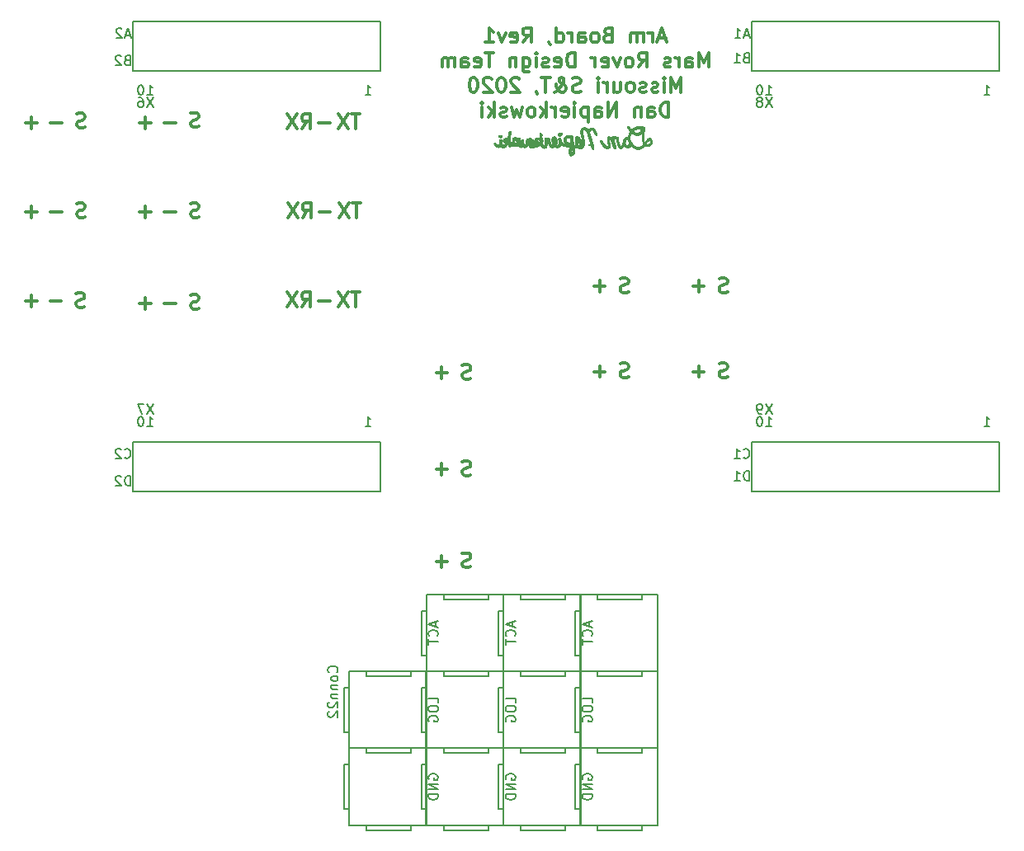
<source format=gbr>
G04 #@! TF.GenerationSoftware,KiCad,Pcbnew,(5.1.5)-2*
G04 #@! TF.CreationDate,2020-02-26T09:46:14-06:00*
G04 #@! TF.ProjectId,ArmBoard_Hardware,41726d42-6f61-4726-945f-486172647761,rev?*
G04 #@! TF.SameCoordinates,Original*
G04 #@! TF.FileFunction,Legend,Bot*
G04 #@! TF.FilePolarity,Positive*
%FSLAX46Y46*%
G04 Gerber Fmt 4.6, Leading zero omitted, Abs format (unit mm)*
G04 Created by KiCad (PCBNEW (5.1.5)-2) date 2020-02-26 09:46:14*
%MOMM*%
%LPD*%
G04 APERTURE LIST*
%ADD10C,0.300000*%
%ADD11C,0.150000*%
%ADD12C,0.010000*%
G04 APERTURE END LIST*
D10*
X128312500Y-52559000D02*
X127598214Y-52559000D01*
X128455357Y-52987571D02*
X127955357Y-51487571D01*
X127455357Y-52987571D01*
X126955357Y-52987571D02*
X126955357Y-51987571D01*
X126955357Y-52273285D02*
X126883928Y-52130428D01*
X126812500Y-52059000D01*
X126669642Y-51987571D01*
X126526785Y-51987571D01*
X126026785Y-52987571D02*
X126026785Y-51987571D01*
X126026785Y-52130428D02*
X125955357Y-52059000D01*
X125812500Y-51987571D01*
X125598214Y-51987571D01*
X125455357Y-52059000D01*
X125383928Y-52201857D01*
X125383928Y-52987571D01*
X125383928Y-52201857D02*
X125312500Y-52059000D01*
X125169642Y-51987571D01*
X124955357Y-51987571D01*
X124812500Y-52059000D01*
X124741071Y-52201857D01*
X124741071Y-52987571D01*
X122383928Y-52201857D02*
X122169642Y-52273285D01*
X122098214Y-52344714D01*
X122026785Y-52487571D01*
X122026785Y-52701857D01*
X122098214Y-52844714D01*
X122169642Y-52916142D01*
X122312500Y-52987571D01*
X122883928Y-52987571D01*
X122883928Y-51487571D01*
X122383928Y-51487571D01*
X122241071Y-51559000D01*
X122169642Y-51630428D01*
X122098214Y-51773285D01*
X122098214Y-51916142D01*
X122169642Y-52059000D01*
X122241071Y-52130428D01*
X122383928Y-52201857D01*
X122883928Y-52201857D01*
X121169642Y-52987571D02*
X121312500Y-52916142D01*
X121383928Y-52844714D01*
X121455357Y-52701857D01*
X121455357Y-52273285D01*
X121383928Y-52130428D01*
X121312500Y-52059000D01*
X121169642Y-51987571D01*
X120955357Y-51987571D01*
X120812500Y-52059000D01*
X120741071Y-52130428D01*
X120669642Y-52273285D01*
X120669642Y-52701857D01*
X120741071Y-52844714D01*
X120812500Y-52916142D01*
X120955357Y-52987571D01*
X121169642Y-52987571D01*
X119383928Y-52987571D02*
X119383928Y-52201857D01*
X119455357Y-52059000D01*
X119598214Y-51987571D01*
X119883928Y-51987571D01*
X120026785Y-52059000D01*
X119383928Y-52916142D02*
X119526785Y-52987571D01*
X119883928Y-52987571D01*
X120026785Y-52916142D01*
X120098214Y-52773285D01*
X120098214Y-52630428D01*
X120026785Y-52487571D01*
X119883928Y-52416142D01*
X119526785Y-52416142D01*
X119383928Y-52344714D01*
X118669642Y-52987571D02*
X118669642Y-51987571D01*
X118669642Y-52273285D02*
X118598214Y-52130428D01*
X118526785Y-52059000D01*
X118383928Y-51987571D01*
X118241071Y-51987571D01*
X117098214Y-52987571D02*
X117098214Y-51487571D01*
X117098214Y-52916142D02*
X117241071Y-52987571D01*
X117526785Y-52987571D01*
X117669642Y-52916142D01*
X117741071Y-52844714D01*
X117812500Y-52701857D01*
X117812500Y-52273285D01*
X117741071Y-52130428D01*
X117669642Y-52059000D01*
X117526785Y-51987571D01*
X117241071Y-51987571D01*
X117098214Y-52059000D01*
X116312500Y-52916142D02*
X116312500Y-52987571D01*
X116383928Y-53130428D01*
X116455357Y-53201857D01*
X113669642Y-52987571D02*
X114169642Y-52273285D01*
X114526785Y-52987571D02*
X114526785Y-51487571D01*
X113955357Y-51487571D01*
X113812500Y-51559000D01*
X113741071Y-51630428D01*
X113669642Y-51773285D01*
X113669642Y-51987571D01*
X113741071Y-52130428D01*
X113812500Y-52201857D01*
X113955357Y-52273285D01*
X114526785Y-52273285D01*
X112455357Y-52916142D02*
X112598214Y-52987571D01*
X112883928Y-52987571D01*
X113026785Y-52916142D01*
X113098214Y-52773285D01*
X113098214Y-52201857D01*
X113026785Y-52059000D01*
X112883928Y-51987571D01*
X112598214Y-51987571D01*
X112455357Y-52059000D01*
X112383928Y-52201857D01*
X112383928Y-52344714D01*
X113098214Y-52487571D01*
X111883928Y-51987571D02*
X111526785Y-52987571D01*
X111169642Y-51987571D01*
X109812500Y-52987571D02*
X110669642Y-52987571D01*
X110241071Y-52987571D02*
X110241071Y-51487571D01*
X110383928Y-51701857D01*
X110526785Y-51844714D01*
X110669642Y-51916142D01*
X132741071Y-55537571D02*
X132741071Y-54037571D01*
X132241071Y-55109000D01*
X131741071Y-54037571D01*
X131741071Y-55537571D01*
X130383928Y-55537571D02*
X130383928Y-54751857D01*
X130455357Y-54609000D01*
X130598214Y-54537571D01*
X130883928Y-54537571D01*
X131026785Y-54609000D01*
X130383928Y-55466142D02*
X130526785Y-55537571D01*
X130883928Y-55537571D01*
X131026785Y-55466142D01*
X131098214Y-55323285D01*
X131098214Y-55180428D01*
X131026785Y-55037571D01*
X130883928Y-54966142D01*
X130526785Y-54966142D01*
X130383928Y-54894714D01*
X129669642Y-55537571D02*
X129669642Y-54537571D01*
X129669642Y-54823285D02*
X129598214Y-54680428D01*
X129526785Y-54609000D01*
X129383928Y-54537571D01*
X129241071Y-54537571D01*
X128812500Y-55466142D02*
X128669642Y-55537571D01*
X128383928Y-55537571D01*
X128241071Y-55466142D01*
X128169642Y-55323285D01*
X128169642Y-55251857D01*
X128241071Y-55109000D01*
X128383928Y-55037571D01*
X128598214Y-55037571D01*
X128741071Y-54966142D01*
X128812500Y-54823285D01*
X128812500Y-54751857D01*
X128741071Y-54609000D01*
X128598214Y-54537571D01*
X128383928Y-54537571D01*
X128241071Y-54609000D01*
X125526785Y-55537571D02*
X126026785Y-54823285D01*
X126383928Y-55537571D02*
X126383928Y-54037571D01*
X125812500Y-54037571D01*
X125669642Y-54109000D01*
X125598214Y-54180428D01*
X125526785Y-54323285D01*
X125526785Y-54537571D01*
X125598214Y-54680428D01*
X125669642Y-54751857D01*
X125812500Y-54823285D01*
X126383928Y-54823285D01*
X124669642Y-55537571D02*
X124812500Y-55466142D01*
X124883928Y-55394714D01*
X124955357Y-55251857D01*
X124955357Y-54823285D01*
X124883928Y-54680428D01*
X124812500Y-54609000D01*
X124669642Y-54537571D01*
X124455357Y-54537571D01*
X124312500Y-54609000D01*
X124241071Y-54680428D01*
X124169642Y-54823285D01*
X124169642Y-55251857D01*
X124241071Y-55394714D01*
X124312500Y-55466142D01*
X124455357Y-55537571D01*
X124669642Y-55537571D01*
X123669642Y-54537571D02*
X123312500Y-55537571D01*
X122955357Y-54537571D01*
X121812500Y-55466142D02*
X121955357Y-55537571D01*
X122241071Y-55537571D01*
X122383928Y-55466142D01*
X122455357Y-55323285D01*
X122455357Y-54751857D01*
X122383928Y-54609000D01*
X122241071Y-54537571D01*
X121955357Y-54537571D01*
X121812500Y-54609000D01*
X121741071Y-54751857D01*
X121741071Y-54894714D01*
X122455357Y-55037571D01*
X121098214Y-55537571D02*
X121098214Y-54537571D01*
X121098214Y-54823285D02*
X121026785Y-54680428D01*
X120955357Y-54609000D01*
X120812500Y-54537571D01*
X120669642Y-54537571D01*
X119026785Y-55537571D02*
X119026785Y-54037571D01*
X118669642Y-54037571D01*
X118455357Y-54109000D01*
X118312500Y-54251857D01*
X118241071Y-54394714D01*
X118169642Y-54680428D01*
X118169642Y-54894714D01*
X118241071Y-55180428D01*
X118312500Y-55323285D01*
X118455357Y-55466142D01*
X118669642Y-55537571D01*
X119026785Y-55537571D01*
X116955357Y-55466142D02*
X117098214Y-55537571D01*
X117383928Y-55537571D01*
X117526785Y-55466142D01*
X117598214Y-55323285D01*
X117598214Y-54751857D01*
X117526785Y-54609000D01*
X117383928Y-54537571D01*
X117098214Y-54537571D01*
X116955357Y-54609000D01*
X116883928Y-54751857D01*
X116883928Y-54894714D01*
X117598214Y-55037571D01*
X116312500Y-55466142D02*
X116169642Y-55537571D01*
X115883928Y-55537571D01*
X115741071Y-55466142D01*
X115669642Y-55323285D01*
X115669642Y-55251857D01*
X115741071Y-55109000D01*
X115883928Y-55037571D01*
X116098214Y-55037571D01*
X116241071Y-54966142D01*
X116312500Y-54823285D01*
X116312500Y-54751857D01*
X116241071Y-54609000D01*
X116098214Y-54537571D01*
X115883928Y-54537571D01*
X115741071Y-54609000D01*
X115026785Y-55537571D02*
X115026785Y-54537571D01*
X115026785Y-54037571D02*
X115098214Y-54109000D01*
X115026785Y-54180428D01*
X114955357Y-54109000D01*
X115026785Y-54037571D01*
X115026785Y-54180428D01*
X113669642Y-54537571D02*
X113669642Y-55751857D01*
X113741071Y-55894714D01*
X113812500Y-55966142D01*
X113955357Y-56037571D01*
X114169642Y-56037571D01*
X114312500Y-55966142D01*
X113669642Y-55466142D02*
X113812500Y-55537571D01*
X114098214Y-55537571D01*
X114241071Y-55466142D01*
X114312500Y-55394714D01*
X114383928Y-55251857D01*
X114383928Y-54823285D01*
X114312500Y-54680428D01*
X114241071Y-54609000D01*
X114098214Y-54537571D01*
X113812500Y-54537571D01*
X113669642Y-54609000D01*
X112955357Y-54537571D02*
X112955357Y-55537571D01*
X112955357Y-54680428D02*
X112883928Y-54609000D01*
X112741071Y-54537571D01*
X112526785Y-54537571D01*
X112383928Y-54609000D01*
X112312500Y-54751857D01*
X112312500Y-55537571D01*
X110669642Y-54037571D02*
X109812500Y-54037571D01*
X110241071Y-55537571D02*
X110241071Y-54037571D01*
X108741071Y-55466142D02*
X108883928Y-55537571D01*
X109169642Y-55537571D01*
X109312500Y-55466142D01*
X109383928Y-55323285D01*
X109383928Y-54751857D01*
X109312500Y-54609000D01*
X109169642Y-54537571D01*
X108883928Y-54537571D01*
X108741071Y-54609000D01*
X108669642Y-54751857D01*
X108669642Y-54894714D01*
X109383928Y-55037571D01*
X107383928Y-55537571D02*
X107383928Y-54751857D01*
X107455357Y-54609000D01*
X107598214Y-54537571D01*
X107883928Y-54537571D01*
X108026785Y-54609000D01*
X107383928Y-55466142D02*
X107526785Y-55537571D01*
X107883928Y-55537571D01*
X108026785Y-55466142D01*
X108098214Y-55323285D01*
X108098214Y-55180428D01*
X108026785Y-55037571D01*
X107883928Y-54966142D01*
X107526785Y-54966142D01*
X107383928Y-54894714D01*
X106669642Y-55537571D02*
X106669642Y-54537571D01*
X106669642Y-54680428D02*
X106598214Y-54609000D01*
X106455357Y-54537571D01*
X106241071Y-54537571D01*
X106098214Y-54609000D01*
X106026785Y-54751857D01*
X106026785Y-55537571D01*
X106026785Y-54751857D02*
X105955357Y-54609000D01*
X105812500Y-54537571D01*
X105598214Y-54537571D01*
X105455357Y-54609000D01*
X105383928Y-54751857D01*
X105383928Y-55537571D01*
X129883928Y-58087571D02*
X129883928Y-56587571D01*
X129383928Y-57659000D01*
X128883928Y-56587571D01*
X128883928Y-58087571D01*
X128169642Y-58087571D02*
X128169642Y-57087571D01*
X128169642Y-56587571D02*
X128241071Y-56659000D01*
X128169642Y-56730428D01*
X128098214Y-56659000D01*
X128169642Y-56587571D01*
X128169642Y-56730428D01*
X127526785Y-58016142D02*
X127383928Y-58087571D01*
X127098214Y-58087571D01*
X126955357Y-58016142D01*
X126883928Y-57873285D01*
X126883928Y-57801857D01*
X126955357Y-57659000D01*
X127098214Y-57587571D01*
X127312500Y-57587571D01*
X127455357Y-57516142D01*
X127526785Y-57373285D01*
X127526785Y-57301857D01*
X127455357Y-57159000D01*
X127312500Y-57087571D01*
X127098214Y-57087571D01*
X126955357Y-57159000D01*
X126312500Y-58016142D02*
X126169642Y-58087571D01*
X125883928Y-58087571D01*
X125741071Y-58016142D01*
X125669642Y-57873285D01*
X125669642Y-57801857D01*
X125741071Y-57659000D01*
X125883928Y-57587571D01*
X126098214Y-57587571D01*
X126241071Y-57516142D01*
X126312500Y-57373285D01*
X126312500Y-57301857D01*
X126241071Y-57159000D01*
X126098214Y-57087571D01*
X125883928Y-57087571D01*
X125741071Y-57159000D01*
X124812500Y-58087571D02*
X124955357Y-58016142D01*
X125026785Y-57944714D01*
X125098214Y-57801857D01*
X125098214Y-57373285D01*
X125026785Y-57230428D01*
X124955357Y-57159000D01*
X124812500Y-57087571D01*
X124598214Y-57087571D01*
X124455357Y-57159000D01*
X124383928Y-57230428D01*
X124312500Y-57373285D01*
X124312500Y-57801857D01*
X124383928Y-57944714D01*
X124455357Y-58016142D01*
X124598214Y-58087571D01*
X124812500Y-58087571D01*
X123026785Y-57087571D02*
X123026785Y-58087571D01*
X123669642Y-57087571D02*
X123669642Y-57873285D01*
X123598214Y-58016142D01*
X123455357Y-58087571D01*
X123241071Y-58087571D01*
X123098214Y-58016142D01*
X123026785Y-57944714D01*
X122312500Y-58087571D02*
X122312500Y-57087571D01*
X122312500Y-57373285D02*
X122241071Y-57230428D01*
X122169642Y-57159000D01*
X122026785Y-57087571D01*
X121883928Y-57087571D01*
X121383928Y-58087571D02*
X121383928Y-57087571D01*
X121383928Y-56587571D02*
X121455357Y-56659000D01*
X121383928Y-56730428D01*
X121312500Y-56659000D01*
X121383928Y-56587571D01*
X121383928Y-56730428D01*
X119598214Y-58016142D02*
X119383928Y-58087571D01*
X119026785Y-58087571D01*
X118883928Y-58016142D01*
X118812500Y-57944714D01*
X118741071Y-57801857D01*
X118741071Y-57659000D01*
X118812500Y-57516142D01*
X118883928Y-57444714D01*
X119026785Y-57373285D01*
X119312500Y-57301857D01*
X119455357Y-57230428D01*
X119526785Y-57159000D01*
X119598214Y-57016142D01*
X119598214Y-56873285D01*
X119526785Y-56730428D01*
X119455357Y-56659000D01*
X119312500Y-56587571D01*
X118955357Y-56587571D01*
X118741071Y-56659000D01*
X116883928Y-58087571D02*
X116955357Y-58087571D01*
X117098214Y-58016142D01*
X117312500Y-57801857D01*
X117669642Y-57373285D01*
X117812500Y-57159000D01*
X117883928Y-56944714D01*
X117883928Y-56801857D01*
X117812500Y-56659000D01*
X117669642Y-56587571D01*
X117598214Y-56587571D01*
X117455357Y-56659000D01*
X117383928Y-56801857D01*
X117383928Y-56873285D01*
X117455357Y-57016142D01*
X117526785Y-57087571D01*
X117955357Y-57373285D01*
X118026785Y-57444714D01*
X118098214Y-57587571D01*
X118098214Y-57801857D01*
X118026785Y-57944714D01*
X117955357Y-58016142D01*
X117812500Y-58087571D01*
X117598214Y-58087571D01*
X117455357Y-58016142D01*
X117383928Y-57944714D01*
X117169642Y-57659000D01*
X117098214Y-57444714D01*
X117098214Y-57301857D01*
X116455357Y-56587571D02*
X115598214Y-56587571D01*
X116026785Y-58087571D02*
X116026785Y-56587571D01*
X115026785Y-58016142D02*
X115026785Y-58087571D01*
X115098214Y-58230428D01*
X115169642Y-58301857D01*
X113312500Y-56730428D02*
X113241071Y-56659000D01*
X113098214Y-56587571D01*
X112741071Y-56587571D01*
X112598214Y-56659000D01*
X112526785Y-56730428D01*
X112455357Y-56873285D01*
X112455357Y-57016142D01*
X112526785Y-57230428D01*
X113383928Y-58087571D01*
X112455357Y-58087571D01*
X111526785Y-56587571D02*
X111383928Y-56587571D01*
X111241071Y-56659000D01*
X111169642Y-56730428D01*
X111098214Y-56873285D01*
X111026785Y-57159000D01*
X111026785Y-57516142D01*
X111098214Y-57801857D01*
X111169642Y-57944714D01*
X111241071Y-58016142D01*
X111383928Y-58087571D01*
X111526785Y-58087571D01*
X111669642Y-58016142D01*
X111741071Y-57944714D01*
X111812500Y-57801857D01*
X111883928Y-57516142D01*
X111883928Y-57159000D01*
X111812500Y-56873285D01*
X111741071Y-56730428D01*
X111669642Y-56659000D01*
X111526785Y-56587571D01*
X110455357Y-56730428D02*
X110383928Y-56659000D01*
X110241071Y-56587571D01*
X109883928Y-56587571D01*
X109741071Y-56659000D01*
X109669642Y-56730428D01*
X109598214Y-56873285D01*
X109598214Y-57016142D01*
X109669642Y-57230428D01*
X110526785Y-58087571D01*
X109598214Y-58087571D01*
X108669642Y-56587571D02*
X108526785Y-56587571D01*
X108383928Y-56659000D01*
X108312500Y-56730428D01*
X108241071Y-56873285D01*
X108169642Y-57159000D01*
X108169642Y-57516142D01*
X108241071Y-57801857D01*
X108312500Y-57944714D01*
X108383928Y-58016142D01*
X108526785Y-58087571D01*
X108669642Y-58087571D01*
X108812500Y-58016142D01*
X108883928Y-57944714D01*
X108955357Y-57801857D01*
X109026785Y-57516142D01*
X109026785Y-57159000D01*
X108955357Y-56873285D01*
X108883928Y-56730428D01*
X108812500Y-56659000D01*
X108669642Y-56587571D01*
X128633928Y-60637571D02*
X128633928Y-59137571D01*
X128276785Y-59137571D01*
X128062500Y-59209000D01*
X127919642Y-59351857D01*
X127848214Y-59494714D01*
X127776785Y-59780428D01*
X127776785Y-59994714D01*
X127848214Y-60280428D01*
X127919642Y-60423285D01*
X128062500Y-60566142D01*
X128276785Y-60637571D01*
X128633928Y-60637571D01*
X126491071Y-60637571D02*
X126491071Y-59851857D01*
X126562500Y-59709000D01*
X126705357Y-59637571D01*
X126991071Y-59637571D01*
X127133928Y-59709000D01*
X126491071Y-60566142D02*
X126633928Y-60637571D01*
X126991071Y-60637571D01*
X127133928Y-60566142D01*
X127205357Y-60423285D01*
X127205357Y-60280428D01*
X127133928Y-60137571D01*
X126991071Y-60066142D01*
X126633928Y-60066142D01*
X126491071Y-59994714D01*
X125776785Y-59637571D02*
X125776785Y-60637571D01*
X125776785Y-59780428D02*
X125705357Y-59709000D01*
X125562500Y-59637571D01*
X125348214Y-59637571D01*
X125205357Y-59709000D01*
X125133928Y-59851857D01*
X125133928Y-60637571D01*
X123276785Y-60637571D02*
X123276785Y-59137571D01*
X122419642Y-60637571D01*
X122419642Y-59137571D01*
X121062500Y-60637571D02*
X121062500Y-59851857D01*
X121133928Y-59709000D01*
X121276785Y-59637571D01*
X121562500Y-59637571D01*
X121705357Y-59709000D01*
X121062500Y-60566142D02*
X121205357Y-60637571D01*
X121562500Y-60637571D01*
X121705357Y-60566142D01*
X121776785Y-60423285D01*
X121776785Y-60280428D01*
X121705357Y-60137571D01*
X121562500Y-60066142D01*
X121205357Y-60066142D01*
X121062500Y-59994714D01*
X120348214Y-59637571D02*
X120348214Y-61137571D01*
X120348214Y-59709000D02*
X120205357Y-59637571D01*
X119919642Y-59637571D01*
X119776785Y-59709000D01*
X119705357Y-59780428D01*
X119633928Y-59923285D01*
X119633928Y-60351857D01*
X119705357Y-60494714D01*
X119776785Y-60566142D01*
X119919642Y-60637571D01*
X120205357Y-60637571D01*
X120348214Y-60566142D01*
X118991071Y-60637571D02*
X118991071Y-59637571D01*
X118991071Y-59137571D02*
X119062500Y-59209000D01*
X118991071Y-59280428D01*
X118919642Y-59209000D01*
X118991071Y-59137571D01*
X118991071Y-59280428D01*
X117705357Y-60566142D02*
X117848214Y-60637571D01*
X118133928Y-60637571D01*
X118276785Y-60566142D01*
X118348214Y-60423285D01*
X118348214Y-59851857D01*
X118276785Y-59709000D01*
X118133928Y-59637571D01*
X117848214Y-59637571D01*
X117705357Y-59709000D01*
X117633928Y-59851857D01*
X117633928Y-59994714D01*
X118348214Y-60137571D01*
X116991071Y-60637571D02*
X116991071Y-59637571D01*
X116991071Y-59923285D02*
X116919642Y-59780428D01*
X116848214Y-59709000D01*
X116705357Y-59637571D01*
X116562500Y-59637571D01*
X116062500Y-60637571D02*
X116062500Y-59137571D01*
X115919642Y-60066142D02*
X115491071Y-60637571D01*
X115491071Y-59637571D02*
X116062500Y-60209000D01*
X114633928Y-60637571D02*
X114776785Y-60566142D01*
X114848214Y-60494714D01*
X114919642Y-60351857D01*
X114919642Y-59923285D01*
X114848214Y-59780428D01*
X114776785Y-59709000D01*
X114633928Y-59637571D01*
X114419642Y-59637571D01*
X114276785Y-59709000D01*
X114205357Y-59780428D01*
X114133928Y-59923285D01*
X114133928Y-60351857D01*
X114205357Y-60494714D01*
X114276785Y-60566142D01*
X114419642Y-60637571D01*
X114633928Y-60637571D01*
X113633928Y-59637571D02*
X113348214Y-60637571D01*
X113062500Y-59923285D01*
X112776785Y-60637571D01*
X112491071Y-59637571D01*
X111991071Y-60566142D02*
X111848214Y-60637571D01*
X111562500Y-60637571D01*
X111419642Y-60566142D01*
X111348214Y-60423285D01*
X111348214Y-60351857D01*
X111419642Y-60209000D01*
X111562500Y-60137571D01*
X111776785Y-60137571D01*
X111919642Y-60066142D01*
X111991071Y-59923285D01*
X111991071Y-59851857D01*
X111919642Y-59709000D01*
X111776785Y-59637571D01*
X111562500Y-59637571D01*
X111419642Y-59709000D01*
X110705357Y-60637571D02*
X110705357Y-59137571D01*
X110562500Y-60066142D02*
X110133928Y-60637571D01*
X110133928Y-59637571D02*
X110705357Y-60209000D01*
X109491071Y-60637571D02*
X109491071Y-59637571D01*
X109491071Y-59137571D02*
X109562500Y-59209000D01*
X109491071Y-59280428D01*
X109419642Y-59209000D01*
X109491071Y-59137571D01*
X109491071Y-59280428D01*
X105917928Y-86911642D02*
X104775071Y-86911642D01*
X105346500Y-87483071D02*
X105346500Y-86340214D01*
X108315071Y-87475142D02*
X108100785Y-87546571D01*
X107743642Y-87546571D01*
X107600785Y-87475142D01*
X107529357Y-87403714D01*
X107457928Y-87260857D01*
X107457928Y-87118000D01*
X107529357Y-86975142D01*
X107600785Y-86903714D01*
X107743642Y-86832285D01*
X108029357Y-86760857D01*
X108172214Y-86689428D01*
X108243642Y-86618000D01*
X108315071Y-86475142D01*
X108315071Y-86332285D01*
X108243642Y-86189428D01*
X108172214Y-86118000D01*
X108029357Y-86046571D01*
X107672214Y-86046571D01*
X107457928Y-86118000D01*
X105917928Y-106279142D02*
X104775071Y-106279142D01*
X105346500Y-106850571D02*
X105346500Y-105707714D01*
X108315071Y-106842642D02*
X108100785Y-106914071D01*
X107743642Y-106914071D01*
X107600785Y-106842642D01*
X107529357Y-106771214D01*
X107457928Y-106628357D01*
X107457928Y-106485500D01*
X107529357Y-106342642D01*
X107600785Y-106271214D01*
X107743642Y-106199785D01*
X108029357Y-106128357D01*
X108172214Y-106056928D01*
X108243642Y-105985500D01*
X108315071Y-105842642D01*
X108315071Y-105699785D01*
X108243642Y-105556928D01*
X108172214Y-105485500D01*
X108029357Y-105414071D01*
X107672214Y-105414071D01*
X107457928Y-105485500D01*
X105917928Y-96817642D02*
X104775071Y-96817642D01*
X105346500Y-97389071D02*
X105346500Y-96246214D01*
X108315071Y-97381142D02*
X108100785Y-97452571D01*
X107743642Y-97452571D01*
X107600785Y-97381142D01*
X107529357Y-97309714D01*
X107457928Y-97166857D01*
X107457928Y-97024000D01*
X107529357Y-96881142D01*
X107600785Y-96809714D01*
X107743642Y-96738285D01*
X108029357Y-96666857D01*
X108172214Y-96595428D01*
X108243642Y-96524000D01*
X108315071Y-96381142D01*
X108315071Y-96238285D01*
X108243642Y-96095428D01*
X108172214Y-96024000D01*
X108029357Y-95952571D01*
X107672214Y-95952571D01*
X107457928Y-96024000D01*
X132270428Y-78021642D02*
X131127571Y-78021642D01*
X131699000Y-78593071D02*
X131699000Y-77450214D01*
X134667571Y-78585142D02*
X134453285Y-78656571D01*
X134096142Y-78656571D01*
X133953285Y-78585142D01*
X133881857Y-78513714D01*
X133810428Y-78370857D01*
X133810428Y-78228000D01*
X133881857Y-78085142D01*
X133953285Y-78013714D01*
X134096142Y-77942285D01*
X134381857Y-77870857D01*
X134524714Y-77799428D01*
X134596142Y-77728000D01*
X134667571Y-77585142D01*
X134667571Y-77442285D01*
X134596142Y-77299428D01*
X134524714Y-77228000D01*
X134381857Y-77156571D01*
X134024714Y-77156571D01*
X133810428Y-77228000D01*
X132270428Y-86784642D02*
X131127571Y-86784642D01*
X131699000Y-87356071D02*
X131699000Y-86213214D01*
X134667571Y-87348142D02*
X134453285Y-87419571D01*
X134096142Y-87419571D01*
X133953285Y-87348142D01*
X133881857Y-87276714D01*
X133810428Y-87133857D01*
X133810428Y-86991000D01*
X133881857Y-86848142D01*
X133953285Y-86776714D01*
X134096142Y-86705285D01*
X134381857Y-86633857D01*
X134524714Y-86562428D01*
X134596142Y-86491000D01*
X134667571Y-86348142D01*
X134667571Y-86205285D01*
X134596142Y-86062428D01*
X134524714Y-85991000D01*
X134381857Y-85919571D01*
X134024714Y-85919571D01*
X133810428Y-85991000D01*
X122110428Y-86784642D02*
X120967571Y-86784642D01*
X121539000Y-87356071D02*
X121539000Y-86213214D01*
X124507571Y-87348142D02*
X124293285Y-87419571D01*
X123936142Y-87419571D01*
X123793285Y-87348142D01*
X123721857Y-87276714D01*
X123650428Y-87133857D01*
X123650428Y-86991000D01*
X123721857Y-86848142D01*
X123793285Y-86776714D01*
X123936142Y-86705285D01*
X124221857Y-86633857D01*
X124364714Y-86562428D01*
X124436142Y-86491000D01*
X124507571Y-86348142D01*
X124507571Y-86205285D01*
X124436142Y-86062428D01*
X124364714Y-85991000D01*
X124221857Y-85919571D01*
X123864714Y-85919571D01*
X123650428Y-85991000D01*
X124507571Y-78585142D02*
X124293285Y-78656571D01*
X123936142Y-78656571D01*
X123793285Y-78585142D01*
X123721857Y-78513714D01*
X123650428Y-78370857D01*
X123650428Y-78228000D01*
X123721857Y-78085142D01*
X123793285Y-78013714D01*
X123936142Y-77942285D01*
X124221857Y-77870857D01*
X124364714Y-77799428D01*
X124436142Y-77728000D01*
X124507571Y-77585142D01*
X124507571Y-77442285D01*
X124436142Y-77299428D01*
X124364714Y-77228000D01*
X124221857Y-77156571D01*
X123864714Y-77156571D01*
X123650428Y-77228000D01*
X122110428Y-78021642D02*
X120967571Y-78021642D01*
X121539000Y-78593071D02*
X121539000Y-77450214D01*
X96964357Y-78617071D02*
X96107214Y-78617071D01*
X96535785Y-80117071D02*
X96535785Y-78617071D01*
X95750071Y-78617071D02*
X94750071Y-80117071D01*
X94750071Y-78617071D02*
X95750071Y-80117071D01*
X93852928Y-79545642D02*
X92710071Y-79545642D01*
X90991500Y-80117071D02*
X91491500Y-79402785D01*
X91848642Y-80117071D02*
X91848642Y-78617071D01*
X91277214Y-78617071D01*
X91134357Y-78688500D01*
X91062928Y-78759928D01*
X90991500Y-78902785D01*
X90991500Y-79117071D01*
X91062928Y-79259928D01*
X91134357Y-79331357D01*
X91277214Y-79402785D01*
X91848642Y-79402785D01*
X90491500Y-78617071D02*
X89491500Y-80117071D01*
X89491500Y-78617071D02*
X90491500Y-80117071D01*
X97027857Y-69473071D02*
X96170714Y-69473071D01*
X96599285Y-70973071D02*
X96599285Y-69473071D01*
X95813571Y-69473071D02*
X94813571Y-70973071D01*
X94813571Y-69473071D02*
X95813571Y-70973071D01*
X93916428Y-70401642D02*
X92773571Y-70401642D01*
X91055000Y-70973071D02*
X91555000Y-70258785D01*
X91912142Y-70973071D02*
X91912142Y-69473071D01*
X91340714Y-69473071D01*
X91197857Y-69544500D01*
X91126428Y-69615928D01*
X91055000Y-69758785D01*
X91055000Y-69973071D01*
X91126428Y-70115928D01*
X91197857Y-70187357D01*
X91340714Y-70258785D01*
X91912142Y-70258785D01*
X90555000Y-69473071D02*
X89555000Y-70973071D01*
X89555000Y-69473071D02*
X90555000Y-70973071D01*
X90991500Y-61829071D02*
X91491500Y-61114785D01*
X91848642Y-61829071D02*
X91848642Y-60329071D01*
X91277214Y-60329071D01*
X91134357Y-60400500D01*
X91062928Y-60471928D01*
X90991500Y-60614785D01*
X90991500Y-60829071D01*
X91062928Y-60971928D01*
X91134357Y-61043357D01*
X91277214Y-61114785D01*
X91848642Y-61114785D01*
X90491500Y-60329071D02*
X89491500Y-61829071D01*
X89491500Y-60329071D02*
X90491500Y-61829071D01*
X96964357Y-60329071D02*
X96107214Y-60329071D01*
X96535785Y-61829071D02*
X96535785Y-60329071D01*
X95750071Y-60329071D02*
X94750071Y-61829071D01*
X94750071Y-60329071D02*
X95750071Y-61829071D01*
X93852928Y-61257642D02*
X92710071Y-61257642D01*
X63817428Y-79545642D02*
X62674571Y-79545642D01*
X63246000Y-80117071D02*
X63246000Y-78974214D01*
X68691071Y-80109142D02*
X68476785Y-80180571D01*
X68119642Y-80180571D01*
X67976785Y-80109142D01*
X67905357Y-80037714D01*
X67833928Y-79894857D01*
X67833928Y-79752000D01*
X67905357Y-79609142D01*
X67976785Y-79537714D01*
X68119642Y-79466285D01*
X68405357Y-79394857D01*
X68548214Y-79323428D01*
X68619642Y-79252000D01*
X68691071Y-79109142D01*
X68691071Y-78966285D01*
X68619642Y-78823428D01*
X68548214Y-78752000D01*
X68405357Y-78680571D01*
X68048214Y-78680571D01*
X67833928Y-78752000D01*
X66293928Y-79545642D02*
X65151071Y-79545642D01*
X75501428Y-79799642D02*
X74358571Y-79799642D01*
X74930000Y-80371071D02*
X74930000Y-79228214D01*
X80438571Y-80299642D02*
X80224285Y-80371071D01*
X79867142Y-80371071D01*
X79724285Y-80299642D01*
X79652857Y-80228214D01*
X79581428Y-80085357D01*
X79581428Y-79942500D01*
X79652857Y-79799642D01*
X79724285Y-79728214D01*
X79867142Y-79656785D01*
X80152857Y-79585357D01*
X80295714Y-79513928D01*
X80367142Y-79442500D01*
X80438571Y-79299642D01*
X80438571Y-79156785D01*
X80367142Y-79013928D01*
X80295714Y-78942500D01*
X80152857Y-78871071D01*
X79795714Y-78871071D01*
X79581428Y-78942500D01*
X78041428Y-79799642D02*
X76898571Y-79799642D01*
X63817428Y-70401642D02*
X62674571Y-70401642D01*
X63246000Y-70973071D02*
X63246000Y-69830214D01*
X68754571Y-70901642D02*
X68540285Y-70973071D01*
X68183142Y-70973071D01*
X68040285Y-70901642D01*
X67968857Y-70830214D01*
X67897428Y-70687357D01*
X67897428Y-70544500D01*
X67968857Y-70401642D01*
X68040285Y-70330214D01*
X68183142Y-70258785D01*
X68468857Y-70187357D01*
X68611714Y-70115928D01*
X68683142Y-70044500D01*
X68754571Y-69901642D01*
X68754571Y-69758785D01*
X68683142Y-69615928D01*
X68611714Y-69544500D01*
X68468857Y-69473071D01*
X68111714Y-69473071D01*
X67897428Y-69544500D01*
X66357428Y-70401642D02*
X65214571Y-70401642D01*
X75501428Y-70401642D02*
X74358571Y-70401642D01*
X74930000Y-70973071D02*
X74930000Y-69830214D01*
X80438571Y-70901642D02*
X80224285Y-70973071D01*
X79867142Y-70973071D01*
X79724285Y-70901642D01*
X79652857Y-70830214D01*
X79581428Y-70687357D01*
X79581428Y-70544500D01*
X79652857Y-70401642D01*
X79724285Y-70330214D01*
X79867142Y-70258785D01*
X80152857Y-70187357D01*
X80295714Y-70115928D01*
X80367142Y-70044500D01*
X80438571Y-69901642D01*
X80438571Y-69758785D01*
X80367142Y-69615928D01*
X80295714Y-69544500D01*
X80152857Y-69473071D01*
X79795714Y-69473071D01*
X79581428Y-69544500D01*
X78041428Y-70401642D02*
X76898571Y-70401642D01*
X63817428Y-61257642D02*
X62674571Y-61257642D01*
X63246000Y-61829071D02*
X63246000Y-60686214D01*
X68754571Y-61694142D02*
X68540285Y-61765571D01*
X68183142Y-61765571D01*
X68040285Y-61694142D01*
X67968857Y-61622714D01*
X67897428Y-61479857D01*
X67897428Y-61337000D01*
X67968857Y-61194142D01*
X68040285Y-61122714D01*
X68183142Y-61051285D01*
X68468857Y-60979857D01*
X68611714Y-60908428D01*
X68683142Y-60837000D01*
X68754571Y-60694142D01*
X68754571Y-60551285D01*
X68683142Y-60408428D01*
X68611714Y-60337000D01*
X68468857Y-60265571D01*
X68111714Y-60265571D01*
X67897428Y-60337000D01*
X66357428Y-61257642D02*
X65214571Y-61257642D01*
X75501428Y-61257642D02*
X74358571Y-61257642D01*
X74930000Y-61829071D02*
X74930000Y-60686214D01*
X80438571Y-61630642D02*
X80224285Y-61702071D01*
X79867142Y-61702071D01*
X79724285Y-61630642D01*
X79652857Y-61559214D01*
X79581428Y-61416357D01*
X79581428Y-61273500D01*
X79652857Y-61130642D01*
X79724285Y-61059214D01*
X79867142Y-60987785D01*
X80152857Y-60916357D01*
X80295714Y-60844928D01*
X80367142Y-60773500D01*
X80438571Y-60630642D01*
X80438571Y-60487785D01*
X80367142Y-60344928D01*
X80295714Y-60273500D01*
X80152857Y-60202071D01*
X79795714Y-60202071D01*
X79581428Y-60273500D01*
X78041428Y-61257642D02*
X76898571Y-61257642D01*
D11*
X111659000Y-109650000D02*
X111659000Y-117550000D01*
X110109000Y-110158000D02*
X105537000Y-110158000D01*
X105537000Y-110158000D02*
X105537000Y-109650000D01*
X103251000Y-115922000D02*
X103251000Y-111350000D01*
X103759000Y-109650000D02*
X111659000Y-109650000D01*
X110109000Y-109650000D02*
X110109000Y-110158000D01*
X103759000Y-109650000D02*
X103759000Y-117550000D01*
X103251000Y-111350000D02*
X103759000Y-111350000D01*
X103759000Y-115922000D02*
X103251000Y-115922000D01*
X110109000Y-118058000D02*
X105537000Y-118058000D01*
X103759000Y-117550000D02*
X111659000Y-117550000D01*
X103759000Y-117550000D02*
X103759000Y-125450000D01*
X110109000Y-117550000D02*
X110109000Y-118058000D01*
X105537000Y-118058000D02*
X105537000Y-117550000D01*
X103251000Y-119250000D02*
X103759000Y-119250000D01*
X103251000Y-123822000D02*
X103251000Y-119250000D01*
X111659000Y-117550000D02*
X111659000Y-125450000D01*
X103759000Y-123822000D02*
X103251000Y-123822000D01*
X110109000Y-125450600D02*
X110109000Y-125958600D01*
X105537000Y-125958600D02*
X105537000Y-125450600D01*
X103759000Y-125450000D02*
X111659000Y-125450000D01*
X110109000Y-125958600D02*
X105537000Y-125958600D01*
X103759000Y-133350000D02*
X111659000Y-133350000D01*
X103251000Y-127127000D02*
X103759000Y-127127000D01*
X103251000Y-131699000D02*
X103251000Y-127127000D01*
X103759000Y-131699000D02*
X103251000Y-131699000D01*
X110109000Y-133858000D02*
X105537000Y-133858000D01*
X105537000Y-133858000D02*
X105537000Y-133350000D01*
X110109000Y-133350000D02*
X110109000Y-133858000D01*
X111659000Y-125450000D02*
X111659000Y-133350000D01*
X103759000Y-125450000D02*
X103759000Y-133350000D01*
X127470500Y-109650000D02*
X127470500Y-117550000D01*
X125920500Y-110158000D02*
X121348500Y-110158000D01*
X121348500Y-110158000D02*
X121348500Y-109650000D01*
X119062500Y-115922000D02*
X119062500Y-111350000D01*
X119570500Y-109650000D02*
X127470500Y-109650000D01*
X125920500Y-109650000D02*
X125920500Y-110158000D01*
X119570500Y-109650000D02*
X119570500Y-117550000D01*
X119062500Y-111350000D02*
X119570500Y-111350000D01*
X119570500Y-115922000D02*
X119062500Y-115922000D01*
X125920500Y-118058000D02*
X121348500Y-118058000D01*
X119570500Y-117550000D02*
X127470500Y-117550000D01*
X119570500Y-117550000D02*
X119570500Y-125450000D01*
X125920500Y-117550000D02*
X125920500Y-118058000D01*
X121348500Y-118058000D02*
X121348500Y-117550000D01*
X119062500Y-119250000D02*
X119570500Y-119250000D01*
X119062500Y-123822000D02*
X119062500Y-119250000D01*
X127470500Y-117550000D02*
X127470500Y-125450000D01*
X119570500Y-123822000D02*
X119062500Y-123822000D01*
X125920500Y-125450600D02*
X125920500Y-125958600D01*
X121348500Y-125958600D02*
X121348500Y-125450600D01*
X119570500Y-125450000D02*
X127470500Y-125450000D01*
X125920500Y-125958600D02*
X121348500Y-125958600D01*
X119570500Y-133350000D02*
X127470500Y-133350000D01*
X119062500Y-127127000D02*
X119570500Y-127127000D01*
X119062500Y-131699000D02*
X119062500Y-127127000D01*
X119570500Y-131699000D02*
X119062500Y-131699000D01*
X125920500Y-133858000D02*
X121348500Y-133858000D01*
X121348500Y-133858000D02*
X121348500Y-133350000D01*
X125920500Y-133350000D02*
X125920500Y-133858000D01*
X127470500Y-125450000D02*
X127470500Y-133350000D01*
X119570500Y-125450000D02*
X119570500Y-133350000D01*
X119596500Y-109650000D02*
X119596500Y-117550000D01*
X118046500Y-110158000D02*
X113474500Y-110158000D01*
X113474500Y-110158000D02*
X113474500Y-109650000D01*
X111188500Y-115922000D02*
X111188500Y-111350000D01*
X111696500Y-109650000D02*
X119596500Y-109650000D01*
X118046500Y-109650000D02*
X118046500Y-110158000D01*
X111696500Y-109650000D02*
X111696500Y-117550000D01*
X111188500Y-111350000D02*
X111696500Y-111350000D01*
X111696500Y-115922000D02*
X111188500Y-115922000D01*
X118046500Y-118058000D02*
X113474500Y-118058000D01*
X111696500Y-117550000D02*
X119596500Y-117550000D01*
X111696500Y-117550000D02*
X111696500Y-125450000D01*
X118046500Y-117550000D02*
X118046500Y-118058000D01*
X113474500Y-118058000D02*
X113474500Y-117550000D01*
X111188500Y-119250000D02*
X111696500Y-119250000D01*
X111188500Y-123822000D02*
X111188500Y-119250000D01*
X119596500Y-117550000D02*
X119596500Y-125450000D01*
X111696500Y-123822000D02*
X111188500Y-123822000D01*
X118046500Y-125450600D02*
X118046500Y-125958600D01*
X113474500Y-125958600D02*
X113474500Y-125450600D01*
X111696500Y-125450000D02*
X119596500Y-125450000D01*
X118046500Y-125958600D02*
X113474500Y-125958600D01*
X111696500Y-133350000D02*
X119596500Y-133350000D01*
X111188500Y-127127000D02*
X111696500Y-127127000D01*
X111188500Y-131699000D02*
X111188500Y-127127000D01*
X111696500Y-131699000D02*
X111188500Y-131699000D01*
X118046500Y-133858000D02*
X113474500Y-133858000D01*
X113474500Y-133858000D02*
X113474500Y-133350000D01*
X118046500Y-133350000D02*
X118046500Y-133858000D01*
X119596500Y-125450000D02*
X119596500Y-133350000D01*
X111696500Y-125450000D02*
X111696500Y-133350000D01*
D12*
G36*
X125631108Y-61817322D02*
G01*
X125627037Y-61825777D01*
X125627996Y-61828321D01*
X125634807Y-61834577D01*
X125638140Y-61827452D01*
X125638278Y-61823890D01*
X125634807Y-61816623D01*
X125631108Y-61817322D01*
G37*
X125631108Y-61817322D02*
X125627037Y-61825777D01*
X125627996Y-61828321D01*
X125634807Y-61834577D01*
X125638140Y-61827452D01*
X125638278Y-61823890D01*
X125634807Y-61816623D01*
X125631108Y-61817322D01*
G36*
X125701778Y-61887806D02*
G01*
X125705306Y-61891334D01*
X125708834Y-61887806D01*
X125705306Y-61884278D01*
X125701778Y-61887806D01*
G37*
X125701778Y-61887806D02*
X125705306Y-61891334D01*
X125708834Y-61887806D01*
X125705306Y-61884278D01*
X125701778Y-61887806D01*
G36*
X126717859Y-63265570D02*
G01*
X126717778Y-63267167D01*
X126723202Y-63273951D01*
X126725250Y-63274223D01*
X126729464Y-63269900D01*
X126728361Y-63267167D01*
X126722021Y-63260436D01*
X126720890Y-63260112D01*
X126717859Y-63265570D01*
G37*
X126717859Y-63265570D02*
X126717778Y-63267167D01*
X126723202Y-63273951D01*
X126725250Y-63274223D01*
X126729464Y-63269900D01*
X126728361Y-63267167D01*
X126722021Y-63260436D01*
X126720890Y-63260112D01*
X126717859Y-63265570D01*
G36*
X124469408Y-63495297D02*
G01*
X124470376Y-63499491D01*
X124474111Y-63500000D01*
X124479919Y-63497419D01*
X124478815Y-63495297D01*
X124470442Y-63494452D01*
X124469408Y-63495297D01*
G37*
X124469408Y-63495297D02*
X124470376Y-63499491D01*
X124474111Y-63500000D01*
X124479919Y-63497419D01*
X124478815Y-63495297D01*
X124470442Y-63494452D01*
X124469408Y-63495297D01*
G36*
X125951074Y-63368297D02*
G01*
X125952043Y-63372491D01*
X125955778Y-63373000D01*
X125961586Y-63370419D01*
X125960482Y-63368297D01*
X125952109Y-63367452D01*
X125951074Y-63368297D01*
G37*
X125951074Y-63368297D02*
X125952043Y-63372491D01*
X125955778Y-63373000D01*
X125961586Y-63370419D01*
X125960482Y-63368297D01*
X125952109Y-63367452D01*
X125951074Y-63368297D01*
G36*
X116917611Y-63133772D02*
G01*
X116911696Y-63138970D01*
X116903500Y-63140167D01*
X116892044Y-63143607D01*
X116889389Y-63148399D01*
X116892185Y-63153182D01*
X116893965Y-63152055D01*
X116901288Y-63153251D01*
X116910738Y-63161544D01*
X116919812Y-63170779D01*
X116926058Y-63169677D01*
X116934385Y-63158136D01*
X116943418Y-63143367D01*
X116944138Y-63136128D01*
X116936137Y-63132259D01*
X116931723Y-63131067D01*
X116920472Y-63130671D01*
X116917611Y-63133772D01*
G37*
X116917611Y-63133772D02*
X116911696Y-63138970D01*
X116903500Y-63140167D01*
X116892044Y-63143607D01*
X116889389Y-63148399D01*
X116892185Y-63153182D01*
X116893965Y-63152055D01*
X116901288Y-63153251D01*
X116910738Y-63161544D01*
X116919812Y-63170779D01*
X116926058Y-63169677D01*
X116934385Y-63158136D01*
X116943418Y-63143367D01*
X116944138Y-63136128D01*
X116936137Y-63132259D01*
X116931723Y-63131067D01*
X116920472Y-63130671D01*
X116917611Y-63133772D01*
G36*
X116917611Y-63207195D02*
G01*
X116921139Y-63210723D01*
X116924667Y-63207195D01*
X116921139Y-63203667D01*
X116917611Y-63207195D01*
G37*
X116917611Y-63207195D02*
X116921139Y-63210723D01*
X116924667Y-63207195D01*
X116921139Y-63203667D01*
X116917611Y-63207195D01*
G36*
X112832445Y-63263639D02*
G01*
X112835973Y-63267167D01*
X112839500Y-63263639D01*
X112835973Y-63260112D01*
X112832445Y-63263639D01*
G37*
X112832445Y-63263639D02*
X112835973Y-63267167D01*
X112839500Y-63263639D01*
X112835973Y-63260112D01*
X112832445Y-63263639D01*
G36*
X124530556Y-61937195D02*
G01*
X124534084Y-61940723D01*
X124537611Y-61937195D01*
X124534084Y-61933667D01*
X124530556Y-61937195D01*
G37*
X124530556Y-61937195D02*
X124534084Y-61940723D01*
X124537611Y-61937195D01*
X124534084Y-61933667D01*
X124530556Y-61937195D01*
G36*
X120106723Y-62043028D02*
G01*
X120110250Y-62046556D01*
X120113778Y-62043028D01*
X120110250Y-62039500D01*
X120106723Y-62043028D01*
G37*
X120106723Y-62043028D02*
X120110250Y-62046556D01*
X120113778Y-62043028D01*
X120110250Y-62039500D01*
X120106723Y-62043028D01*
G36*
X112423223Y-62381695D02*
G01*
X112426750Y-62385223D01*
X112430278Y-62381695D01*
X112426750Y-62378167D01*
X112423223Y-62381695D01*
G37*
X112423223Y-62381695D02*
X112426750Y-62385223D01*
X112430278Y-62381695D01*
X112426750Y-62378167D01*
X112423223Y-62381695D01*
G36*
X117573544Y-62279166D02*
G01*
X117569539Y-62279389D01*
X117562608Y-62283874D01*
X117563592Y-62296098D01*
X117562012Y-62313626D01*
X117550493Y-62327405D01*
X117533052Y-62335761D01*
X117513706Y-62337018D01*
X117496475Y-62329502D01*
X117492639Y-62325671D01*
X117474396Y-62309407D01*
X117450106Y-62294309D01*
X117425268Y-62283326D01*
X117406335Y-62279389D01*
X117390672Y-62281053D01*
X117383351Y-62285109D01*
X117383278Y-62285604D01*
X117377471Y-62291801D01*
X117362363Y-62301696D01*
X117344473Y-62311452D01*
X117324065Y-62323110D01*
X117310009Y-62333687D01*
X117305667Y-62339943D01*
X117301983Y-62353797D01*
X117293124Y-62370519D01*
X117282374Y-62384996D01*
X117273020Y-62392115D01*
X117272058Y-62392234D01*
X117267336Y-62395272D01*
X117269291Y-62406168D01*
X117273592Y-62417283D01*
X117279599Y-62434850D01*
X117278496Y-62443598D01*
X117275450Y-62445637D01*
X117270120Y-62454224D01*
X117266229Y-62472787D01*
X117265048Y-62486459D01*
X117264701Y-62508714D01*
X117268046Y-62523348D01*
X117277599Y-62536228D01*
X117292261Y-62549988D01*
X117321288Y-62576046D01*
X117398726Y-62574120D01*
X117430075Y-62573209D01*
X117455637Y-62572216D01*
X117472482Y-62571272D01*
X117477754Y-62570611D01*
X117485065Y-62569055D01*
X117501674Y-62566969D01*
X117510686Y-62566054D01*
X117547344Y-62562348D01*
X117572944Y-62558230D01*
X117590469Y-62551909D01*
X117602903Y-62541596D01*
X117613233Y-62525501D01*
X117624441Y-62501834D01*
X117626910Y-62496348D01*
X117635416Y-62479854D01*
X117642295Y-62470609D01*
X117643766Y-62469889D01*
X117649207Y-62463448D01*
X117654502Y-62446567D01*
X117659007Y-62422906D01*
X117662078Y-62396128D01*
X117663072Y-62369895D01*
X117662812Y-62361561D01*
X117660820Y-62337598D01*
X117656231Y-62322161D01*
X117646245Y-62309667D01*
X117629979Y-62296046D01*
X117611383Y-62283278D01*
X117596003Y-62276121D01*
X117589529Y-62275610D01*
X117573544Y-62279166D01*
G37*
X117573544Y-62279166D02*
X117569539Y-62279389D01*
X117562608Y-62283874D01*
X117563592Y-62296098D01*
X117562012Y-62313626D01*
X117550493Y-62327405D01*
X117533052Y-62335761D01*
X117513706Y-62337018D01*
X117496475Y-62329502D01*
X117492639Y-62325671D01*
X117474396Y-62309407D01*
X117450106Y-62294309D01*
X117425268Y-62283326D01*
X117406335Y-62279389D01*
X117390672Y-62281053D01*
X117383351Y-62285109D01*
X117383278Y-62285604D01*
X117377471Y-62291801D01*
X117362363Y-62301696D01*
X117344473Y-62311452D01*
X117324065Y-62323110D01*
X117310009Y-62333687D01*
X117305667Y-62339943D01*
X117301983Y-62353797D01*
X117293124Y-62370519D01*
X117282374Y-62384996D01*
X117273020Y-62392115D01*
X117272058Y-62392234D01*
X117267336Y-62395272D01*
X117269291Y-62406168D01*
X117273592Y-62417283D01*
X117279599Y-62434850D01*
X117278496Y-62443598D01*
X117275450Y-62445637D01*
X117270120Y-62454224D01*
X117266229Y-62472787D01*
X117265048Y-62486459D01*
X117264701Y-62508714D01*
X117268046Y-62523348D01*
X117277599Y-62536228D01*
X117292261Y-62549988D01*
X117321288Y-62576046D01*
X117398726Y-62574120D01*
X117430075Y-62573209D01*
X117455637Y-62572216D01*
X117472482Y-62571272D01*
X117477754Y-62570611D01*
X117485065Y-62569055D01*
X117501674Y-62566969D01*
X117510686Y-62566054D01*
X117547344Y-62562348D01*
X117572944Y-62558230D01*
X117590469Y-62551909D01*
X117602903Y-62541596D01*
X117613233Y-62525501D01*
X117624441Y-62501834D01*
X117626910Y-62496348D01*
X117635416Y-62479854D01*
X117642295Y-62470609D01*
X117643766Y-62469889D01*
X117649207Y-62463448D01*
X117654502Y-62446567D01*
X117659007Y-62422906D01*
X117662078Y-62396128D01*
X117663072Y-62369895D01*
X117662812Y-62361561D01*
X117660820Y-62337598D01*
X117656231Y-62322161D01*
X117646245Y-62309667D01*
X117629979Y-62296046D01*
X117611383Y-62283278D01*
X117596003Y-62276121D01*
X117589529Y-62275610D01*
X117573544Y-62279166D01*
G36*
X111520111Y-62628639D02*
G01*
X111523639Y-62632167D01*
X111527167Y-62628639D01*
X111523639Y-62625112D01*
X111520111Y-62628639D01*
G37*
X111520111Y-62628639D02*
X111523639Y-62632167D01*
X111527167Y-62628639D01*
X111523639Y-62625112D01*
X111520111Y-62628639D01*
G36*
X124460000Y-62635695D02*
G01*
X124463528Y-62639223D01*
X124467056Y-62635695D01*
X124463528Y-62632167D01*
X124460000Y-62635695D01*
G37*
X124460000Y-62635695D02*
X124463528Y-62639223D01*
X124467056Y-62635695D01*
X124463528Y-62632167D01*
X124460000Y-62635695D01*
G36*
X111188500Y-62678028D02*
G01*
X111192028Y-62681556D01*
X111195556Y-62678028D01*
X111192028Y-62674500D01*
X111188500Y-62678028D01*
G37*
X111188500Y-62678028D02*
X111192028Y-62681556D01*
X111195556Y-62678028D01*
X111192028Y-62674500D01*
X111188500Y-62678028D01*
G36*
X111437797Y-62719186D02*
G01*
X111438765Y-62723380D01*
X111442500Y-62723889D01*
X111448308Y-62721308D01*
X111447204Y-62719186D01*
X111438831Y-62718341D01*
X111437797Y-62719186D01*
G37*
X111437797Y-62719186D02*
X111438765Y-62723380D01*
X111442500Y-62723889D01*
X111448308Y-62721308D01*
X111447204Y-62719186D01*
X111438831Y-62718341D01*
X111437797Y-62719186D01*
G36*
X111281399Y-62492180D02*
G01*
X111273444Y-62496433D01*
X111258468Y-62498112D01*
X111242168Y-62501277D01*
X111237889Y-62509062D01*
X111231886Y-62518705D01*
X111217327Y-62527167D01*
X111216247Y-62527557D01*
X111202620Y-62533406D01*
X111197410Y-62541337D01*
X111198252Y-62556405D01*
X111199408Y-62563529D01*
X111201696Y-62581327D01*
X111199856Y-62588385D01*
X111193073Y-62587682D01*
X111192828Y-62587589D01*
X111183116Y-62587625D01*
X111182332Y-62594410D01*
X111188269Y-62600274D01*
X111192117Y-62609538D01*
X111191494Y-62623621D01*
X111192492Y-62638330D01*
X111201544Y-62655518D01*
X111219836Y-62676764D01*
X111248553Y-62703649D01*
X111257082Y-62711077D01*
X111275320Y-62722663D01*
X111298869Y-62732231D01*
X111323758Y-62738862D01*
X111346016Y-62741634D01*
X111361671Y-62739627D01*
X111365938Y-62736304D01*
X111372538Y-62731096D01*
X111380118Y-62736295D01*
X111391826Y-62744395D01*
X111399257Y-62739378D01*
X111402167Y-62731115D01*
X111411165Y-62717795D01*
X111422393Y-62710474D01*
X111440907Y-62702981D01*
X111461903Y-62694470D01*
X111477823Y-62686229D01*
X111484935Y-62678963D01*
X111481535Y-62674818D01*
X111477778Y-62674500D01*
X111470782Y-62671126D01*
X111473442Y-62663901D01*
X111483933Y-62657178D01*
X111485240Y-62656732D01*
X111493231Y-62652610D01*
X111497296Y-62644368D01*
X111498366Y-62628424D01*
X111497735Y-62608632D01*
X111495545Y-62584064D01*
X111491924Y-62564617D01*
X111488509Y-62555981D01*
X111468615Y-62534209D01*
X111452669Y-62524132D01*
X111445174Y-62524110D01*
X111438324Y-62523548D01*
X111439252Y-62517568D01*
X111438517Y-62512663D01*
X111430836Y-62508449D01*
X111414244Y-62504383D01*
X111386778Y-62499928D01*
X111363484Y-62496740D01*
X111331709Y-62493073D01*
X111305515Y-62491021D01*
X111287776Y-62490744D01*
X111281399Y-62492180D01*
G37*
X111281399Y-62492180D02*
X111273444Y-62496433D01*
X111258468Y-62498112D01*
X111242168Y-62501277D01*
X111237889Y-62509062D01*
X111231886Y-62518705D01*
X111217327Y-62527167D01*
X111216247Y-62527557D01*
X111202620Y-62533406D01*
X111197410Y-62541337D01*
X111198252Y-62556405D01*
X111199408Y-62563529D01*
X111201696Y-62581327D01*
X111199856Y-62588385D01*
X111193073Y-62587682D01*
X111192828Y-62587589D01*
X111183116Y-62587625D01*
X111182332Y-62594410D01*
X111188269Y-62600274D01*
X111192117Y-62609538D01*
X111191494Y-62623621D01*
X111192492Y-62638330D01*
X111201544Y-62655518D01*
X111219836Y-62676764D01*
X111248553Y-62703649D01*
X111257082Y-62711077D01*
X111275320Y-62722663D01*
X111298869Y-62732231D01*
X111323758Y-62738862D01*
X111346016Y-62741634D01*
X111361671Y-62739627D01*
X111365938Y-62736304D01*
X111372538Y-62731096D01*
X111380118Y-62736295D01*
X111391826Y-62744395D01*
X111399257Y-62739378D01*
X111402167Y-62731115D01*
X111411165Y-62717795D01*
X111422393Y-62710474D01*
X111440907Y-62702981D01*
X111461903Y-62694470D01*
X111477823Y-62686229D01*
X111484935Y-62678963D01*
X111481535Y-62674818D01*
X111477778Y-62674500D01*
X111470782Y-62671126D01*
X111473442Y-62663901D01*
X111483933Y-62657178D01*
X111485240Y-62656732D01*
X111493231Y-62652610D01*
X111497296Y-62644368D01*
X111498366Y-62628424D01*
X111497735Y-62608632D01*
X111495545Y-62584064D01*
X111491924Y-62564617D01*
X111488509Y-62555981D01*
X111468615Y-62534209D01*
X111452669Y-62524132D01*
X111445174Y-62524110D01*
X111438324Y-62523548D01*
X111439252Y-62517568D01*
X111438517Y-62512663D01*
X111430836Y-62508449D01*
X111414244Y-62504383D01*
X111386778Y-62499928D01*
X111363484Y-62496740D01*
X111331709Y-62493073D01*
X111305515Y-62491021D01*
X111287776Y-62490744D01*
X111281399Y-62492180D01*
G36*
X113340445Y-62805028D02*
G01*
X113343973Y-62808556D01*
X113347500Y-62805028D01*
X113343973Y-62801500D01*
X113340445Y-62805028D01*
G37*
X113340445Y-62805028D02*
X113343973Y-62808556D01*
X113347500Y-62805028D01*
X113343973Y-62801500D01*
X113340445Y-62805028D01*
G36*
X113022945Y-62819139D02*
G01*
X113026473Y-62822667D01*
X113030000Y-62819139D01*
X113026473Y-62815612D01*
X113022945Y-62819139D01*
G37*
X113022945Y-62819139D02*
X113026473Y-62822667D01*
X113030000Y-62819139D01*
X113026473Y-62815612D01*
X113022945Y-62819139D01*
G36*
X119695736Y-62973217D02*
G01*
X119694850Y-62975792D01*
X119704556Y-62976775D01*
X119714572Y-62975666D01*
X119713375Y-62973217D01*
X119698930Y-62972285D01*
X119695736Y-62973217D01*
G37*
X119695736Y-62973217D02*
X119694850Y-62975792D01*
X119704556Y-62976775D01*
X119714572Y-62975666D01*
X119713375Y-62973217D01*
X119698930Y-62972285D01*
X119695736Y-62973217D01*
G36*
X114793970Y-63046848D02*
G01*
X114793889Y-63048445D01*
X114799313Y-63055229D01*
X114801361Y-63055500D01*
X114805575Y-63051178D01*
X114804473Y-63048445D01*
X114798132Y-63041714D01*
X114797001Y-63041389D01*
X114793970Y-63046848D01*
G37*
X114793970Y-63046848D02*
X114793889Y-63048445D01*
X114799313Y-63055229D01*
X114801361Y-63055500D01*
X114805575Y-63051178D01*
X114804473Y-63048445D01*
X114798132Y-63041714D01*
X114797001Y-63041389D01*
X114793970Y-63046848D01*
G36*
X113991908Y-63121352D02*
G01*
X113992876Y-63125547D01*
X113996611Y-63126056D01*
X114002419Y-63123474D01*
X114001315Y-63121352D01*
X113992942Y-63120508D01*
X113991908Y-63121352D01*
G37*
X113991908Y-63121352D02*
X113992876Y-63125547D01*
X113996611Y-63126056D01*
X114002419Y-63123474D01*
X114001315Y-63121352D01*
X113992942Y-63120508D01*
X113991908Y-63121352D01*
G36*
X119013111Y-63207195D02*
G01*
X119016639Y-63210723D01*
X119020167Y-63207195D01*
X119016639Y-63203667D01*
X119013111Y-63207195D01*
G37*
X119013111Y-63207195D02*
X119016639Y-63210723D01*
X119020167Y-63207195D01*
X119016639Y-63203667D01*
X119013111Y-63207195D01*
G36*
X111656565Y-63490236D02*
G01*
X111657695Y-63492945D01*
X111667041Y-63499737D01*
X111669111Y-63500000D01*
X111672936Y-63495653D01*
X111671806Y-63492945D01*
X111662459Y-63486153D01*
X111660390Y-63485889D01*
X111656565Y-63490236D01*
G37*
X111656565Y-63490236D02*
X111657695Y-63492945D01*
X111667041Y-63499737D01*
X111669111Y-63500000D01*
X111672936Y-63495653D01*
X111671806Y-63492945D01*
X111662459Y-63486153D01*
X111660390Y-63485889D01*
X111656565Y-63490236D01*
G36*
X120531465Y-63464727D02*
G01*
X120530318Y-63467561D01*
X120523586Y-63487407D01*
X120523998Y-63496767D01*
X120532938Y-63498036D01*
X120546224Y-63495080D01*
X120555198Y-63488537D01*
X120554251Y-63476496D01*
X120546658Y-63458607D01*
X120538994Y-63454658D01*
X120531465Y-63464727D01*
G37*
X120531465Y-63464727D02*
X120530318Y-63467561D01*
X120523586Y-63487407D01*
X120523998Y-63496767D01*
X120532938Y-63498036D01*
X120546224Y-63495080D01*
X120555198Y-63488537D01*
X120554251Y-63476496D01*
X120546658Y-63458607D01*
X120538994Y-63454658D01*
X120531465Y-63464727D01*
G36*
X111618889Y-63510584D02*
G01*
X111622417Y-63514112D01*
X111625945Y-63510584D01*
X111622417Y-63507056D01*
X111618889Y-63510584D01*
G37*
X111618889Y-63510584D02*
X111622417Y-63514112D01*
X111625945Y-63510584D01*
X111622417Y-63507056D01*
X111618889Y-63510584D01*
G36*
X120421250Y-63488904D02*
G01*
X120417227Y-63500623D01*
X120417167Y-63503528D01*
X120419066Y-63517330D01*
X120426235Y-63520040D01*
X120440888Y-63512201D01*
X120443937Y-63510101D01*
X120454948Y-63498471D01*
X120452588Y-63489846D01*
X120437540Y-63485957D01*
X120434390Y-63485889D01*
X120421250Y-63488904D01*
G37*
X120421250Y-63488904D02*
X120417227Y-63500623D01*
X120417167Y-63503528D01*
X120419066Y-63517330D01*
X120426235Y-63520040D01*
X120440888Y-63512201D01*
X120443937Y-63510101D01*
X120454948Y-63498471D01*
X120452588Y-63489846D01*
X120437540Y-63485957D01*
X120434390Y-63485889D01*
X120421250Y-63488904D01*
G36*
X115438297Y-63650519D02*
G01*
X115439265Y-63654713D01*
X115443000Y-63655223D01*
X115448808Y-63652641D01*
X115447704Y-63650519D01*
X115439331Y-63649674D01*
X115438297Y-63650519D01*
G37*
X115438297Y-63650519D02*
X115439265Y-63654713D01*
X115443000Y-63655223D01*
X115448808Y-63652641D01*
X115447704Y-63650519D01*
X115439331Y-63649674D01*
X115438297Y-63650519D01*
G36*
X126146278Y-63651695D02*
G01*
X126149806Y-63655223D01*
X126153334Y-63651695D01*
X126149806Y-63648167D01*
X126146278Y-63651695D01*
G37*
X126146278Y-63651695D02*
X126149806Y-63655223D01*
X126153334Y-63651695D01*
X126149806Y-63648167D01*
X126146278Y-63651695D01*
G36*
X111731778Y-63764584D02*
G01*
X111735306Y-63768112D01*
X111738834Y-63764584D01*
X111735306Y-63761056D01*
X111731778Y-63764584D01*
G37*
X111731778Y-63764584D02*
X111735306Y-63768112D01*
X111738834Y-63764584D01*
X111735306Y-63761056D01*
X111731778Y-63764584D01*
G36*
X111621241Y-63777519D02*
G01*
X111622210Y-63781713D01*
X111625945Y-63782223D01*
X111631752Y-63779641D01*
X111630649Y-63777519D01*
X111622275Y-63776674D01*
X111621241Y-63777519D01*
G37*
X111621241Y-63777519D02*
X111622210Y-63781713D01*
X111625945Y-63782223D01*
X111631752Y-63779641D01*
X111630649Y-63777519D01*
X111622275Y-63776674D01*
X111621241Y-63777519D01*
G36*
X111684741Y-63777519D02*
G01*
X111685710Y-63781713D01*
X111689445Y-63782223D01*
X111695252Y-63779641D01*
X111694149Y-63777519D01*
X111685775Y-63776674D01*
X111684741Y-63777519D01*
G37*
X111684741Y-63777519D02*
X111685710Y-63781713D01*
X111689445Y-63782223D01*
X111695252Y-63779641D01*
X111694149Y-63777519D01*
X111685775Y-63776674D01*
X111684741Y-63777519D01*
G36*
X125123223Y-63863362D02*
G01*
X125126750Y-63866889D01*
X125130278Y-63863362D01*
X125126750Y-63859834D01*
X125123223Y-63863362D01*
G37*
X125123223Y-63863362D02*
X125126750Y-63866889D01*
X125130278Y-63863362D01*
X125126750Y-63859834D01*
X125123223Y-63863362D01*
G36*
X125306667Y-63930611D02*
G01*
X125312385Y-63936675D01*
X125317250Y-63937445D01*
X125326664Y-63935935D01*
X125327834Y-63934672D01*
X125322317Y-63930122D01*
X125317250Y-63927838D01*
X125308165Y-63927691D01*
X125306667Y-63930611D01*
G37*
X125306667Y-63930611D02*
X125312385Y-63936675D01*
X125317250Y-63937445D01*
X125326664Y-63935935D01*
X125327834Y-63934672D01*
X125322317Y-63930122D01*
X125317250Y-63927838D01*
X125308165Y-63927691D01*
X125306667Y-63930611D01*
G36*
X124426415Y-61554815D02*
G01*
X124405686Y-61564743D01*
X124404028Y-61566306D01*
X124383355Y-61589743D01*
X124373697Y-61608821D01*
X124373918Y-61626362D01*
X124376771Y-61634143D01*
X124381948Y-61649066D01*
X124379182Y-61655851D01*
X124377368Y-61656646D01*
X124372499Y-61663190D01*
X124375940Y-61677734D01*
X124380526Y-61695579D01*
X124380948Y-61707520D01*
X124383803Y-61721254D01*
X124393694Y-61741102D01*
X124407869Y-61763012D01*
X124423577Y-61782935D01*
X124438064Y-61796819D01*
X124443907Y-61800199D01*
X124455222Y-61806940D01*
X124457141Y-61812641D01*
X124458655Y-61821327D01*
X124467078Y-61833053D01*
X124477950Y-61842961D01*
X124486811Y-61846191D01*
X124487624Y-61845843D01*
X124490675Y-61848945D01*
X124489909Y-61859797D01*
X124490095Y-61873477D01*
X124494872Y-61877223D01*
X124500024Y-61881241D01*
X124499098Y-61883806D01*
X124501789Y-61891245D01*
X124513630Y-61901190D01*
X124516896Y-61903209D01*
X124535488Y-61919938D01*
X124552754Y-61945884D01*
X124555966Y-61952284D01*
X124570782Y-61977639D01*
X124585189Y-61991211D01*
X124588783Y-61992622D01*
X124599156Y-61997364D01*
X124596858Y-62004219D01*
X124596111Y-62004990D01*
X124593158Y-62012922D01*
X124600230Y-62023632D01*
X124608580Y-62031487D01*
X124621941Y-62045202D01*
X124629002Y-62056332D01*
X124629334Y-62058122D01*
X124633867Y-62067776D01*
X124635860Y-62068899D01*
X124643047Y-62077035D01*
X124644680Y-62081834D01*
X124650392Y-62094128D01*
X124653085Y-62096869D01*
X124655155Y-62105755D01*
X124652277Y-62113686D01*
X124649016Y-62132245D01*
X124653705Y-62160848D01*
X124660936Y-62184139D01*
X124663247Y-62192764D01*
X124659423Y-62189109D01*
X124659042Y-62188578D01*
X124650250Y-62186096D01*
X124637240Y-62193633D01*
X124622204Y-62208635D01*
X124607335Y-62228550D01*
X124594824Y-62250825D01*
X124586960Y-62272501D01*
X124580734Y-62292454D01*
X124573984Y-62305225D01*
X124570422Y-62307720D01*
X124568192Y-62310732D01*
X124572889Y-62314909D01*
X124579502Y-62321546D01*
X124574650Y-62328647D01*
X124571125Y-62331454D01*
X124561090Y-62343827D01*
X124558778Y-62352086D01*
X124553526Y-62364961D01*
X124546128Y-62372475D01*
X124536191Y-62384899D01*
X124527007Y-62404496D01*
X124524974Y-62410696D01*
X124514873Y-62434921D01*
X124500072Y-62459895D01*
X124495290Y-62466346D01*
X124482856Y-62483160D01*
X124475238Y-62495710D01*
X124474111Y-62499082D01*
X124468194Y-62504029D01*
X124460000Y-62505167D01*
X124448535Y-62508122D01*
X124445889Y-62512223D01*
X124451258Y-62519073D01*
X124452945Y-62519278D01*
X124458305Y-62525300D01*
X124460000Y-62536413D01*
X124463935Y-62553983D01*
X124469931Y-62563478D01*
X124479634Y-62582124D01*
X124482413Y-62608639D01*
X124478775Y-62638900D01*
X124469230Y-62668782D01*
X124454285Y-62694160D01*
X124453727Y-62694848D01*
X124434127Y-62718723D01*
X124364161Y-62709865D01*
X124305119Y-62705063D01*
X124253200Y-62706223D01*
X124210043Y-62713128D01*
X124177287Y-62725559D01*
X124162029Y-62736816D01*
X124147987Y-62744176D01*
X124141677Y-62745056D01*
X124129720Y-62749463D01*
X124126635Y-62753845D01*
X124118059Y-62761206D01*
X124110172Y-62762665D01*
X124099653Y-62766956D01*
X124098197Y-62777877D01*
X124095111Y-62793938D01*
X124089574Y-62801508D01*
X124083075Y-62809584D01*
X124087710Y-62818197D01*
X124090131Y-62820694D01*
X124096719Y-62829674D01*
X124092430Y-62837050D01*
X124086406Y-62841560D01*
X124073801Y-62854673D01*
X124074992Y-62865790D01*
X124089688Y-62873765D01*
X124094875Y-62875020D01*
X124109360Y-62878736D01*
X124111536Y-62882465D01*
X124105030Y-62887075D01*
X124090195Y-62891512D01*
X124082615Y-62890705D01*
X124070408Y-62892211D01*
X124065105Y-62896490D01*
X124055113Y-62905046D01*
X124037150Y-62917642D01*
X124019243Y-62929000D01*
X123998680Y-62943131D01*
X123983566Y-62956627D01*
X123977831Y-62965108D01*
X123969218Y-62976412D01*
X123953159Y-62985595D01*
X123952630Y-62985783D01*
X123938835Y-62992397D01*
X123934098Y-62998455D01*
X123934323Y-62998994D01*
X123934073Y-63008547D01*
X123929102Y-63025191D01*
X123927259Y-63029830D01*
X123920216Y-63052158D01*
X123917134Y-63073553D01*
X123918167Y-63090053D01*
X123923472Y-63097696D01*
X123924601Y-63097834D01*
X123929207Y-63103352D01*
X123927352Y-63113709D01*
X123924366Y-63129134D01*
X123921859Y-63152921D01*
X123920620Y-63174320D01*
X123918272Y-63201238D01*
X123913834Y-63219163D01*
X123910060Y-63224591D01*
X123905452Y-63231396D01*
X123907356Y-63233989D01*
X123912334Y-63243620D01*
X123914904Y-63261371D01*
X123915081Y-63281998D01*
X123912882Y-63300260D01*
X123908324Y-63310915D01*
X123907111Y-63311679D01*
X123898334Y-63322103D01*
X123890522Y-63345774D01*
X123883951Y-63381845D01*
X123883711Y-63383584D01*
X123879283Y-63400777D01*
X123871160Y-63421658D01*
X123861362Y-63442051D01*
X123851911Y-63457783D01*
X123844830Y-63464678D01*
X123844415Y-63464723D01*
X123840333Y-63470736D01*
X123839111Y-63481268D01*
X123834034Y-63498728D01*
X123825500Y-63510132D01*
X123813143Y-63525018D01*
X123801345Y-63544712D01*
X123800474Y-63546503D01*
X123791435Y-63562086D01*
X123783508Y-63570218D01*
X123782202Y-63570556D01*
X123778613Y-63576395D01*
X123780061Y-63589355D01*
X123782097Y-63602342D01*
X123777613Y-63605034D01*
X123772693Y-63603516D01*
X123758267Y-63603318D01*
X123740416Y-63609319D01*
X123740237Y-63609411D01*
X123706750Y-63619069D01*
X123670770Y-63615713D01*
X123651198Y-63608442D01*
X123632274Y-63596779D01*
X123620267Y-63584232D01*
X123617147Y-63573535D01*
X123622210Y-63568210D01*
X123623374Y-63562092D01*
X123613016Y-63550250D01*
X123607645Y-63545652D01*
X123594207Y-63531175D01*
X123579567Y-63510076D01*
X123565579Y-63485883D01*
X123554095Y-63462122D01*
X123546972Y-63442320D01*
X123546062Y-63430006D01*
X123546444Y-63429222D01*
X123546333Y-63418344D01*
X123542122Y-63411015D01*
X123534958Y-63395890D01*
X123532299Y-63381114D01*
X123529228Y-63362751D01*
X123524744Y-63351610D01*
X123519716Y-63340023D01*
X123512371Y-63318707D01*
X123503887Y-63291602D01*
X123495443Y-63262651D01*
X123488218Y-63235794D01*
X123483389Y-63214974D01*
X123482621Y-63210723D01*
X123479155Y-63192816D01*
X123473916Y-63169287D01*
X123472013Y-63161334D01*
X123467917Y-63138010D01*
X123466950Y-63117570D01*
X123467512Y-63112378D01*
X123468189Y-63096148D01*
X123466549Y-63072087D01*
X123463991Y-63052406D01*
X123460281Y-63027865D01*
X123457613Y-63008058D01*
X123456698Y-62999056D01*
X123452014Y-62983842D01*
X123449596Y-62980094D01*
X123446607Y-62968495D01*
X123446739Y-62948974D01*
X123447841Y-62939460D01*
X123449424Y-62917236D01*
X123447278Y-62901423D01*
X123445731Y-62898450D01*
X123439214Y-62883772D01*
X123433076Y-62858245D01*
X123431409Y-62847362D01*
X123401667Y-62847362D01*
X123398139Y-62850889D01*
X123394611Y-62847362D01*
X123398139Y-62843834D01*
X123401667Y-62847362D01*
X123431409Y-62847362D01*
X123428002Y-62825128D01*
X123425783Y-62803346D01*
X123422854Y-62790782D01*
X122849753Y-62790782D01*
X122842583Y-62795824D01*
X122824424Y-62798304D01*
X122814787Y-62798416D01*
X122794032Y-62796484D01*
X122784077Y-62790708D01*
X122782190Y-62785990D01*
X122782516Y-62778378D01*
X122790086Y-62777418D01*
X122802502Y-62780494D01*
X122819688Y-62783920D01*
X122830775Y-62783450D01*
X122831172Y-62783241D01*
X122842040Y-62782804D01*
X122844393Y-62783933D01*
X122849753Y-62790782D01*
X123422854Y-62790782D01*
X123417125Y-62766220D01*
X123415176Y-62762588D01*
X123088359Y-62762588D01*
X123087695Y-62766223D01*
X123078675Y-62773009D01*
X123076695Y-62773278D01*
X123070246Y-62767897D01*
X123070056Y-62766223D01*
X123070442Y-62765806D01*
X123048889Y-62765806D01*
X123043768Y-62772991D01*
X123041834Y-62773278D01*
X123034962Y-62770871D01*
X123034778Y-62770167D01*
X123039722Y-62764143D01*
X123041834Y-62762695D01*
X123048335Y-62763254D01*
X123048889Y-62765806D01*
X123070442Y-62765806D01*
X123075799Y-62760031D01*
X123081056Y-62759167D01*
X123088359Y-62762588D01*
X123415176Y-62762588D01*
X123399119Y-62732672D01*
X123374206Y-62705786D01*
X123344826Y-62688642D01*
X123332212Y-62685173D01*
X123310748Y-62678494D01*
X123293318Y-62668665D01*
X123292306Y-62667803D01*
X123276564Y-62659056D01*
X123254229Y-62652410D01*
X123246439Y-62651111D01*
X123215950Y-62643416D01*
X123181448Y-62629095D01*
X123149257Y-62611126D01*
X123129139Y-62595868D01*
X123112980Y-62586855D01*
X123088251Y-62579318D01*
X123059894Y-62574072D01*
X123032851Y-62571930D01*
X123012064Y-62573705D01*
X123006611Y-62575693D01*
X122989424Y-62581744D01*
X122980561Y-62582907D01*
X122967569Y-62586781D01*
X122948638Y-62596520D01*
X122937298Y-62603673D01*
X122918329Y-62614775D01*
X122903069Y-62620628D01*
X122897594Y-62620760D01*
X122889564Y-62624186D01*
X122883842Y-62641192D01*
X122883803Y-62641395D01*
X122877200Y-62659019D01*
X122862652Y-62678103D01*
X122838090Y-62701395D01*
X122815949Y-62719750D01*
X122798579Y-62730075D01*
X122782404Y-62732363D01*
X122763851Y-62726610D01*
X122739345Y-62712810D01*
X122721147Y-62701216D01*
X122701839Y-62688894D01*
X122686660Y-62680345D01*
X122672015Y-62674433D01*
X122654310Y-62670021D01*
X122629953Y-62665972D01*
X122595348Y-62661150D01*
X122593806Y-62660940D01*
X122537837Y-62653874D01*
X122494505Y-62649777D01*
X122462659Y-62648620D01*
X122441145Y-62650377D01*
X122428813Y-62655019D01*
X122426743Y-62656956D01*
X122396176Y-62686186D01*
X122365031Y-62701422D01*
X122336278Y-62703074D01*
X122329556Y-62703649D01*
X122334506Y-62710591D01*
X122334514Y-62710600D01*
X122342618Y-62728223D01*
X122339799Y-62750233D01*
X122331938Y-62765241D01*
X122324673Y-62782912D01*
X122320916Y-62811182D01*
X122320204Y-62834133D01*
X122319348Y-62859943D01*
X122317400Y-62879739D01*
X122314754Y-62889757D01*
X122314320Y-62890184D01*
X122311507Y-62898774D01*
X122312187Y-62914994D01*
X122312392Y-62916347D01*
X122314797Y-62934254D01*
X122315589Y-62945974D01*
X122315581Y-62946139D01*
X122314827Y-62956918D01*
X122313404Y-62976207D01*
X122312582Y-62987134D01*
X122314602Y-63023000D01*
X122323413Y-63047106D01*
X122331294Y-63066549D01*
X122334015Y-63087302D01*
X122332380Y-63115521D01*
X122332360Y-63115716D01*
X122330613Y-63142615D01*
X122332814Y-63161590D01*
X122339825Y-63178487D01*
X122342237Y-63182744D01*
X122351745Y-63205400D01*
X122356028Y-63234172D01*
X122356525Y-63253056D01*
X122357892Y-63284204D01*
X122361604Y-63319679D01*
X122366996Y-63355389D01*
X122373402Y-63387242D01*
X122380158Y-63411145D01*
X122383473Y-63418862D01*
X122397457Y-63449236D01*
X122403636Y-63476665D01*
X122404078Y-63503528D01*
X122402755Y-63532787D01*
X122401445Y-63562892D01*
X122401109Y-63570902D01*
X122399322Y-63591130D01*
X122394051Y-63602249D01*
X122382137Y-63609257D01*
X122375224Y-63611878D01*
X122356810Y-63615489D01*
X122330891Y-63616830D01*
X122301324Y-63616170D01*
X122271969Y-63613775D01*
X122246686Y-63609916D01*
X122229333Y-63604859D01*
X122224351Y-63601387D01*
X122215340Y-63595347D01*
X122198244Y-63587769D01*
X122191639Y-63585344D01*
X122158654Y-63569566D01*
X122123405Y-63545505D01*
X122103078Y-63528223D01*
X122087920Y-63515673D01*
X122076386Y-63507262D01*
X122064820Y-63496069D01*
X122061111Y-63487317D01*
X122055449Y-63474610D01*
X122040410Y-63457788D01*
X122018917Y-63439653D01*
X121994300Y-63423244D01*
X121971411Y-63406799D01*
X121949482Y-63386302D01*
X121944953Y-63381144D01*
X121926182Y-63359633D01*
X121906234Y-63338428D01*
X121901798Y-63333997D01*
X121886588Y-63315459D01*
X121876136Y-63296190D01*
X121874816Y-63292047D01*
X121866828Y-63273709D01*
X121853203Y-63253085D01*
X121848458Y-63247326D01*
X121832155Y-63226189D01*
X121818286Y-63204025D01*
X121815882Y-63199317D01*
X121807115Y-63183831D01*
X121799852Y-63175771D01*
X121798749Y-63175445D01*
X121794927Y-63169245D01*
X121793042Y-63154028D01*
X121793000Y-63151101D01*
X121790635Y-63133079D01*
X121784866Y-63121660D01*
X121784139Y-63121115D01*
X121774182Y-63111819D01*
X121761172Y-63096228D01*
X121748404Y-63078786D01*
X121739176Y-63063934D01*
X121736556Y-63056992D01*
X121730511Y-63050876D01*
X121715745Y-63044571D01*
X121713625Y-63043938D01*
X121694847Y-63034376D01*
X121688440Y-63021751D01*
X121681693Y-63008933D01*
X121670072Y-63006112D01*
X121654548Y-63005388D01*
X121630759Y-63003513D01*
X121609482Y-63001463D01*
X121584600Y-62999527D01*
X121571890Y-63000411D01*
X121569667Y-63004267D01*
X121570058Y-63004990D01*
X121570770Y-63012283D01*
X121568200Y-63013167D01*
X121561983Y-63019244D01*
X121556746Y-63033846D01*
X121550299Y-63051574D01*
X121542457Y-63062615D01*
X121536330Y-63073626D01*
X121539384Y-63088259D01*
X121542025Y-63110091D01*
X121539058Y-63118893D01*
X121535561Y-63130259D01*
X121537293Y-63134306D01*
X121542940Y-63141391D01*
X121552486Y-63157559D01*
X121562670Y-63176968D01*
X121575224Y-63198739D01*
X121587714Y-63214990D01*
X121596184Y-63221540D01*
X121607193Y-63228031D01*
X121609556Y-63232685D01*
X121614130Y-63241955D01*
X121625271Y-63255281D01*
X121626567Y-63256597D01*
X121640104Y-63275022D01*
X121648125Y-63294310D01*
X121655921Y-63311068D01*
X121670729Y-63330725D01*
X121680503Y-63340763D01*
X121700135Y-63362845D01*
X121708198Y-63381547D01*
X121708334Y-63383868D01*
X121710785Y-63396991D01*
X121715389Y-63401223D01*
X121721856Y-63406841D01*
X121722445Y-63410571D01*
X121727182Y-63422006D01*
X121736746Y-63433502D01*
X121764292Y-63460933D01*
X121782595Y-63482552D01*
X121793731Y-63500970D01*
X121797122Y-63509385D01*
X121808470Y-63528274D01*
X121820591Y-63534076D01*
X121832203Y-63539392D01*
X121832567Y-63546423D01*
X121832914Y-63555150D01*
X121835972Y-63556445D01*
X121840710Y-63560122D01*
X121840106Y-63561737D01*
X121839665Y-63573668D01*
X121846037Y-63587870D01*
X121855650Y-63597624D01*
X121859801Y-63598778D01*
X121869343Y-63601926D01*
X121870611Y-63604701D01*
X121876312Y-63611613D01*
X121888617Y-63618828D01*
X121903474Y-63630822D01*
X121915828Y-63649208D01*
X121916828Y-63651456D01*
X121927352Y-63669815D01*
X121939649Y-63682532D01*
X121941155Y-63683439D01*
X121952485Y-63692827D01*
X121955551Y-63699568D01*
X121961601Y-63706741D01*
X121977193Y-63717278D01*
X121998748Y-63728795D01*
X122037117Y-63752201D01*
X122061659Y-63777042D01*
X122085668Y-63801481D01*
X122118784Y-63823046D01*
X122122531Y-63824956D01*
X122142934Y-63834418D01*
X122160945Y-63840418D01*
X122180899Y-63843744D01*
X122207133Y-63845181D01*
X122235736Y-63845501D01*
X122267810Y-63846232D01*
X122291934Y-63848054D01*
X122305727Y-63850733D01*
X122308056Y-63852602D01*
X122313987Y-63856495D01*
X122327459Y-63856061D01*
X122348668Y-63852825D01*
X122371556Y-63849965D01*
X122407556Y-63844583D01*
X122431164Y-63837686D01*
X122441633Y-63829516D01*
X122442111Y-63827202D01*
X122446219Y-63818393D01*
X122449167Y-63817500D01*
X122456024Y-63822226D01*
X122456223Y-63823681D01*
X122462289Y-63825866D01*
X122477861Y-63824603D01*
X122499001Y-63820725D01*
X122521769Y-63815068D01*
X122542225Y-63808465D01*
X122554678Y-63802833D01*
X122578056Y-63785267D01*
X122592637Y-63765895D01*
X122596217Y-63750473D01*
X122598082Y-63731928D01*
X122600620Y-63723876D01*
X122603485Y-63709575D01*
X122605398Y-63684234D01*
X122606388Y-63650889D01*
X122606485Y-63612579D01*
X122605717Y-63572339D01*
X122604113Y-63533207D01*
X122601703Y-63498220D01*
X122598515Y-63470414D01*
X122598172Y-63468250D01*
X122592584Y-63439516D01*
X122586172Y-63414622D01*
X122580158Y-63398184D01*
X122579117Y-63396327D01*
X122572628Y-63374711D01*
X122573597Y-63359394D01*
X122574643Y-63342574D01*
X122568047Y-63334265D01*
X122566148Y-63333435D01*
X122556829Y-63324088D01*
X122555855Y-63317451D01*
X122555402Y-63303900D01*
X122552443Y-63281682D01*
X122547656Y-63254026D01*
X122541720Y-63224161D01*
X122535314Y-63195318D01*
X122529118Y-63170726D01*
X122523809Y-63153615D01*
X122520074Y-63147214D01*
X122518113Y-63140689D01*
X122516169Y-63123252D01*
X122514553Y-63098099D01*
X122514034Y-63085595D01*
X122511350Y-63047015D01*
X122506500Y-63022103D01*
X122501783Y-63012835D01*
X122495724Y-63001109D01*
X122499306Y-62994073D01*
X122503235Y-62982974D01*
X122499210Y-62972055D01*
X122492083Y-62946196D01*
X122494710Y-62918683D01*
X122502436Y-62901916D01*
X122511231Y-62891494D01*
X122519754Y-62891230D01*
X122530658Y-62897630D01*
X122542861Y-62904813D01*
X122547372Y-62903728D01*
X122547945Y-62897783D01*
X122549614Y-62891025D01*
X122556711Y-62889935D01*
X122572371Y-62894516D01*
X122581459Y-62897835D01*
X122598948Y-62902924D01*
X122609221Y-62905071D01*
X122626942Y-62910301D01*
X122644103Y-62917793D01*
X122656365Y-62925227D01*
X122656797Y-62929881D01*
X122651619Y-62932479D01*
X122635463Y-62934346D01*
X122628920Y-62932942D01*
X122622681Y-62933420D01*
X122626474Y-62943538D01*
X122640337Y-62963383D01*
X122645687Y-62970262D01*
X122655053Y-62988067D01*
X122653439Y-63007295D01*
X122651711Y-63026568D01*
X122657801Y-63037349D01*
X122665824Y-63052173D01*
X122667889Y-63064628D01*
X122672215Y-63082486D01*
X122682000Y-63099759D01*
X122691843Y-63114326D01*
X122696107Y-63124706D01*
X122696111Y-63124901D01*
X122700639Y-63135251D01*
X122707072Y-63143064D01*
X122714803Y-63156791D01*
X122720618Y-63177548D01*
X122721620Y-63184137D01*
X122725299Y-63204341D01*
X122730175Y-63218543D01*
X122731826Y-63220953D01*
X122737235Y-63232968D01*
X122738445Y-63243020D01*
X122742959Y-63259415D01*
X122748841Y-63267012D01*
X122757269Y-63279639D01*
X122763511Y-63298472D01*
X122763738Y-63299626D01*
X122768139Y-63315619D01*
X122773045Y-63323452D01*
X122773704Y-63323612D01*
X122780457Y-63329584D01*
X122788795Y-63344216D01*
X122796488Y-63362584D01*
X122801307Y-63379761D01*
X122801945Y-63386011D01*
X122805453Y-63400922D01*
X122814221Y-63420702D01*
X122817820Y-63427133D01*
X122829740Y-63449394D01*
X122839281Y-63470896D01*
X122840750Y-63474978D01*
X122850762Y-63492684D01*
X122863639Y-63503974D01*
X122874265Y-63512372D01*
X122871532Y-63518772D01*
X122857213Y-63521167D01*
X122845899Y-63524721D01*
X122846353Y-63532288D01*
X122854967Y-63537870D01*
X122867151Y-63549666D01*
X122876870Y-63573890D01*
X122881830Y-63597416D01*
X122888567Y-63618948D01*
X122899937Y-63640007D01*
X122900069Y-63640193D01*
X122910089Y-63657743D01*
X122914786Y-63672820D01*
X122914835Y-63673951D01*
X122918057Y-63686861D01*
X122926416Y-63707114D01*
X122935722Y-63725778D01*
X122946862Y-63748297D01*
X122954548Y-63767301D01*
X122956887Y-63776931D01*
X122959900Y-63787416D01*
X122963027Y-63789278D01*
X122970087Y-63794555D01*
X122981951Y-63808114D01*
X122990998Y-63820068D01*
X123007653Y-63839531D01*
X123025335Y-63854659D01*
X123033469Y-63859291D01*
X123047647Y-63867491D01*
X123051260Y-63878685D01*
X123050221Y-63886710D01*
X123048510Y-63899558D01*
X123052157Y-63900632D01*
X123059361Y-63895160D01*
X123069833Y-63888361D01*
X123076469Y-63891857D01*
X123079104Y-63895718D01*
X123086365Y-63902208D01*
X123099351Y-63903821D01*
X123120392Y-63901389D01*
X123141689Y-63897464D01*
X123157118Y-63893606D01*
X123161050Y-63892034D01*
X123167143Y-63882078D01*
X123173466Y-63861700D01*
X123179211Y-63834552D01*
X123183571Y-63804285D01*
X123185442Y-63781808D01*
X123187426Y-63758635D01*
X123190330Y-63740905D01*
X123192432Y-63734607D01*
X123192247Y-63723967D01*
X123185602Y-63707596D01*
X123183125Y-63703272D01*
X123171679Y-63673154D01*
X123168860Y-63646403D01*
X123167546Y-63626865D01*
X123164232Y-63614786D01*
X123161955Y-63612889D01*
X123158297Y-63606910D01*
X123159230Y-63592122D01*
X123159309Y-63591723D01*
X123160253Y-63575481D01*
X123155521Y-63570556D01*
X123150627Y-63564151D01*
X123151589Y-63545010D01*
X123151775Y-63543823D01*
X123152503Y-63521236D01*
X123145038Y-63500674D01*
X123139511Y-63491492D01*
X123125934Y-63474256D01*
X123112296Y-63462570D01*
X123108861Y-63460886D01*
X123099494Y-63456901D01*
X123103014Y-63454397D01*
X123111066Y-63452695D01*
X123122010Y-63448588D01*
X123124689Y-63439236D01*
X123122857Y-63427133D01*
X123115331Y-63404659D01*
X123105644Y-63386805D01*
X123096424Y-63368311D01*
X123089071Y-63344324D01*
X123087708Y-63337416D01*
X123081069Y-63311503D01*
X123070493Y-63283060D01*
X123065674Y-63272693D01*
X123055757Y-63248616D01*
X123049649Y-63225302D01*
X123048732Y-63216249D01*
X123044472Y-63194064D01*
X123035318Y-63175835D01*
X123026215Y-63157628D01*
X123027890Y-63143254D01*
X123028780Y-63121926D01*
X123023909Y-63109014D01*
X123017599Y-63085631D01*
X123018261Y-63069292D01*
X123018551Y-63049797D01*
X123013827Y-63038121D01*
X123010165Y-63026079D01*
X123008425Y-63003489D01*
X123008458Y-62973764D01*
X123010112Y-62940313D01*
X123013235Y-62906547D01*
X123017678Y-62875878D01*
X123021859Y-62856681D01*
X123023719Y-62850889D01*
X122502084Y-62850889D01*
X122499923Y-62856443D01*
X122491917Y-62857945D01*
X122480228Y-62855066D01*
X122477389Y-62850889D01*
X122483074Y-62844561D01*
X122487556Y-62843834D01*
X122499569Y-62848134D01*
X122502084Y-62850889D01*
X123023719Y-62850889D01*
X123028443Y-62836187D01*
X123036840Y-62824866D01*
X123051421Y-62818016D01*
X123060240Y-62815397D01*
X123078418Y-62811430D01*
X123094859Y-62811573D01*
X123114975Y-62816376D01*
X123134599Y-62822967D01*
X123167383Y-62838512D01*
X123197617Y-62859937D01*
X123222643Y-62884604D01*
X123239803Y-62909877D01*
X123246436Y-62933119D01*
X123246445Y-62933897D01*
X123250448Y-62949194D01*
X123254258Y-62954658D01*
X123258129Y-62965117D01*
X123261169Y-62985560D01*
X123262799Y-63011859D01*
X123262886Y-63016041D01*
X123264162Y-63045885D01*
X123267063Y-63063204D01*
X123271866Y-63069519D01*
X123272712Y-63069612D01*
X123278194Y-63075098D01*
X123281552Y-63092364D01*
X123282929Y-63117237D01*
X123283818Y-63149471D01*
X123284708Y-63170399D01*
X123285884Y-63182822D01*
X123287632Y-63189540D01*
X123290239Y-63193357D01*
X123290754Y-63193884D01*
X123295183Y-63204677D01*
X123295834Y-63211395D01*
X123300586Y-63226754D01*
X123305730Y-63233722D01*
X123311624Y-63245842D01*
X123316558Y-63266862D01*
X123318836Y-63285379D01*
X123322593Y-63314109D01*
X123328700Y-63341984D01*
X123332863Y-63355028D01*
X123339049Y-63376118D01*
X123339932Y-63391595D01*
X123335684Y-63398565D01*
X123330372Y-63397238D01*
X123325588Y-63395186D01*
X123325022Y-63398865D01*
X123329240Y-63410600D01*
X123338811Y-63432717D01*
X123339308Y-63433840D01*
X123348855Y-63459006D01*
X123355661Y-63483559D01*
X123357258Y-63492945D01*
X123365129Y-63516899D01*
X123384588Y-63539647D01*
X123385063Y-63540073D01*
X123399051Y-63554913D01*
X123405591Y-63566769D01*
X123405295Y-63570394D01*
X123403741Y-63581715D01*
X123406012Y-63599906D01*
X123410870Y-63620145D01*
X123417074Y-63637611D01*
X123423387Y-63647480D01*
X123425301Y-63648248D01*
X123432954Y-63654123D01*
X123442912Y-63668880D01*
X123447353Y-63677403D01*
X123458590Y-63696949D01*
X123470194Y-63711375D01*
X123473811Y-63714297D01*
X123484161Y-63726315D01*
X123486334Y-63734779D01*
X123492968Y-63757199D01*
X123511587Y-63780233D01*
X123540262Y-63802134D01*
X123577066Y-63821151D01*
X123585111Y-63824408D01*
X123604256Y-63832814D01*
X123618552Y-63840773D01*
X123619707Y-63841613D01*
X123634973Y-63848747D01*
X123644401Y-63850712D01*
X123659818Y-63852431D01*
X123682755Y-63855197D01*
X123696706Y-63856946D01*
X123726999Y-63857393D01*
X123759904Y-63852469D01*
X123791691Y-63843371D01*
X123818632Y-63831295D01*
X123836997Y-63817437D01*
X123841697Y-63810445D01*
X123851769Y-63793460D01*
X123864386Y-63777132D01*
X123853611Y-63777132D01*
X123849661Y-63783433D01*
X123838845Y-63786987D01*
X123820557Y-63787862D01*
X123801138Y-63786277D01*
X123786924Y-63782451D01*
X123784951Y-63781191D01*
X123776041Y-63770800D01*
X123779314Y-63766028D01*
X123793539Y-63768108D01*
X123796903Y-63769212D01*
X123817932Y-63773225D01*
X123835708Y-63772238D01*
X123849431Y-63771589D01*
X123853611Y-63777132D01*
X123864386Y-63777132D01*
X123866379Y-63774553D01*
X123868984Y-63771639D01*
X123881052Y-63757528D01*
X123563945Y-63757528D01*
X123560417Y-63761056D01*
X123556889Y-63757528D01*
X123560417Y-63754000D01*
X123563945Y-63757528D01*
X123881052Y-63757528D01*
X123881216Y-63757337D01*
X123887991Y-63747491D01*
X123888468Y-63746004D01*
X123894323Y-63740809D01*
X123902006Y-63738003D01*
X123913840Y-63730142D01*
X123927693Y-63714525D01*
X123932796Y-63707091D01*
X123945931Y-63688141D01*
X123949181Y-63684227D01*
X123859671Y-63684227D01*
X123857041Y-63690031D01*
X123848499Y-63697000D01*
X123835672Y-63692869D01*
X123833223Y-63691371D01*
X123829978Y-63686973D01*
X123817945Y-63686973D01*
X123814417Y-63690500D01*
X123810889Y-63686973D01*
X123814417Y-63683445D01*
X123817945Y-63686973D01*
X123829978Y-63686973D01*
X123829277Y-63686024D01*
X123838241Y-63681644D01*
X123839971Y-63681176D01*
X123855742Y-63679057D01*
X123859671Y-63684227D01*
X123949181Y-63684227D01*
X123958184Y-63673389D01*
X123961546Y-63670195D01*
X123969375Y-63660362D01*
X123969639Y-63655223D01*
X123971274Y-63646759D01*
X123975477Y-63642122D01*
X123988721Y-63638847D01*
X124010825Y-63641147D01*
X124037945Y-63648456D01*
X124050778Y-63653234D01*
X124066724Y-63658938D01*
X124080714Y-63661238D01*
X124082528Y-63661396D01*
X124090909Y-63666807D01*
X124091348Y-63671098D01*
X124094836Y-63678065D01*
X124098403Y-63678153D01*
X124106501Y-63680668D01*
X124107223Y-63683223D01*
X124112390Y-63687117D01*
X124117746Y-63686019D01*
X124128864Y-63687917D01*
X124132612Y-63693296D01*
X124139725Y-63703084D01*
X124143672Y-63704612D01*
X124147308Y-63700308D01*
X124146313Y-63698016D01*
X124149504Y-63694363D01*
X124164230Y-63693955D01*
X124188331Y-63696624D01*
X124219649Y-63702205D01*
X124230695Y-63704545D01*
X124252790Y-63709190D01*
X124269795Y-63712395D01*
X124274988Y-63713155D01*
X124281647Y-63718470D01*
X124281355Y-63721662D01*
X124274331Y-63726916D01*
X124257330Y-63727885D01*
X124228752Y-63724620D01*
X124221875Y-63723524D01*
X124205509Y-63722803D01*
X124198953Y-63726888D01*
X124198945Y-63727115D01*
X124204525Y-63731553D01*
X124212797Y-63730857D01*
X124228060Y-63732400D01*
X124235164Y-63737496D01*
X124248225Y-63744720D01*
X124261882Y-63745984D01*
X124281718Y-63747501D01*
X124294195Y-63751732D01*
X124307161Y-63754634D01*
X124332591Y-63756691D01*
X124368862Y-63757826D01*
X124414346Y-63757963D01*
X124424723Y-63757860D01*
X124469979Y-63757092D01*
X124503657Y-63755855D01*
X124528288Y-63753886D01*
X124546401Y-63750924D01*
X124560529Y-63746707D01*
X124569361Y-63742887D01*
X124588035Y-63732530D01*
X124601115Y-63722798D01*
X124603445Y-63720095D01*
X124614267Y-63710565D01*
X124626241Y-63704446D01*
X124638664Y-63695641D01*
X124639027Y-63687198D01*
X124639407Y-63679435D01*
X124650392Y-63676538D01*
X124656401Y-63676389D01*
X124676695Y-63671317D01*
X124691257Y-63658537D01*
X124698830Y-63641702D01*
X124698156Y-63624466D01*
X124687977Y-63610484D01*
X124680486Y-63606430D01*
X124671279Y-63602300D01*
X124673056Y-63601008D01*
X124687040Y-63602334D01*
X124696361Y-63603552D01*
X124724158Y-63606805D01*
X124751733Y-63609283D01*
X124759861Y-63609805D01*
X124777529Y-63611227D01*
X124792908Y-63614214D01*
X124810445Y-63620079D01*
X124834582Y-63630136D01*
X124846659Y-63635439D01*
X124865334Y-63644996D01*
X124873054Y-63653369D01*
X124872641Y-63662621D01*
X124871842Y-63672514D01*
X124880392Y-63676101D01*
X124888344Y-63676389D01*
X124909959Y-63680249D01*
X124926875Y-63690034D01*
X124935334Y-63703058D01*
X124935223Y-63709924D01*
X124937959Y-63722010D01*
X124951745Y-63731082D01*
X124970351Y-63740343D01*
X124992837Y-63752947D01*
X124999750Y-63757104D01*
X125020779Y-63769447D01*
X125039642Y-63779592D01*
X125044530Y-63781945D01*
X125058695Y-63792919D01*
X125064756Y-63803474D01*
X125074017Y-63815131D01*
X125087004Y-63817655D01*
X125104789Y-63820673D01*
X125127564Y-63828078D01*
X125136340Y-63831766D01*
X125157198Y-63840136D01*
X125174270Y-63845118D01*
X125179089Y-63845723D01*
X125194249Y-63849740D01*
X125204481Y-63855521D01*
X125218148Y-63862021D01*
X125226047Y-63862186D01*
X125236342Y-63863646D01*
X125254067Y-63870749D01*
X125267809Y-63877810D01*
X125289515Y-63888551D01*
X125302111Y-63891072D01*
X125306583Y-63888192D01*
X125312184Y-63884618D01*
X125316047Y-63890992D01*
X125323911Y-63901005D01*
X125332022Y-63899693D01*
X125335337Y-63889820D01*
X125336867Y-63883842D01*
X125341114Y-63890881D01*
X125342443Y-63894100D01*
X125350483Y-63906073D01*
X125363664Y-63907007D01*
X125366690Y-63906313D01*
X125380135Y-63905198D01*
X125384262Y-63912188D01*
X125384278Y-63913032D01*
X125387310Y-63920690D01*
X125390534Y-63920300D01*
X125399611Y-63921599D01*
X125404905Y-63926211D01*
X125417750Y-63932705D01*
X125426908Y-63932356D01*
X125442500Y-63932477D01*
X125449580Y-63935693D01*
X125463220Y-63940254D01*
X125487199Y-63942401D01*
X125517959Y-63942174D01*
X125551942Y-63939614D01*
X125585590Y-63934759D01*
X125588889Y-63934131D01*
X125634710Y-63924348D01*
X125659555Y-63917964D01*
X125443208Y-63917964D01*
X125434000Y-63923184D01*
X125432075Y-63923334D01*
X125427749Y-63920386D01*
X125428902Y-63918691D01*
X125429071Y-63910221D01*
X125425545Y-63904410D01*
X125420934Y-63894074D01*
X125422151Y-63890164D01*
X125428803Y-63891255D01*
X125437116Y-63899929D01*
X125443054Y-63910859D01*
X125443208Y-63917964D01*
X125659555Y-63917964D01*
X125673352Y-63914419D01*
X125702859Y-63904933D01*
X125721274Y-63896481D01*
X125725578Y-63892987D01*
X125735718Y-63885806D01*
X125755095Y-63875672D01*
X125779750Y-63864633D01*
X125782917Y-63863327D01*
X125845596Y-63835139D01*
X125546556Y-63835139D01*
X125543028Y-63838667D01*
X125539500Y-63835139D01*
X125543028Y-63831612D01*
X125546556Y-63835139D01*
X125845596Y-63835139D01*
X125850802Y-63832798D01*
X125904934Y-63802204D01*
X125945671Y-63771343D01*
X125948133Y-63769071D01*
X125966231Y-63753492D01*
X125981329Y-63742905D01*
X125988702Y-63739889D01*
X125997312Y-63735672D01*
X125998111Y-63732834D01*
X125992742Y-63725983D01*
X125991056Y-63725778D01*
X125984202Y-63720706D01*
X125984000Y-63719128D01*
X125990281Y-63714558D01*
X126006033Y-63711052D01*
X126013268Y-63710309D01*
X126036958Y-63705507D01*
X126049881Y-63694805D01*
X126050310Y-63694058D01*
X126059997Y-63677676D01*
X126070431Y-63661219D01*
X126080318Y-63644630D01*
X126081668Y-63636447D01*
X126074778Y-63634074D01*
X126073543Y-63634056D01*
X126060922Y-63630134D01*
X126050613Y-63623968D01*
X126043593Y-63617935D01*
X126045783Y-63615401D01*
X126059178Y-63615497D01*
X126068667Y-63616116D01*
X126095005Y-63618556D01*
X126120306Y-63621788D01*
X126125111Y-63622558D01*
X126147494Y-63625819D01*
X126174932Y-63629101D01*
X126185742Y-63630208D01*
X126215907Y-63634041D01*
X126233710Y-63638935D01*
X126240896Y-63645596D01*
X126240328Y-63652279D01*
X126242101Y-63660483D01*
X126251357Y-63662278D01*
X126263228Y-63659647D01*
X126266223Y-63655698D01*
X126272081Y-63648038D01*
X126285149Y-63643848D01*
X126298665Y-63644617D01*
X126303622Y-63647466D01*
X126314885Y-63653765D01*
X126327124Y-63654896D01*
X126334847Y-63651044D01*
X126335023Y-63646403D01*
X126336889Y-63635046D01*
X126343720Y-63625194D01*
X126353208Y-63617066D01*
X126360743Y-63619054D01*
X126368490Y-63626958D01*
X126376858Y-63637166D01*
X126375519Y-63640731D01*
X126369205Y-63641112D01*
X126360889Y-63644001D01*
X126361063Y-63647505D01*
X126369486Y-63650772D01*
X126382273Y-63649374D01*
X126391913Y-63644646D01*
X126393223Y-63641786D01*
X126399620Y-63639212D01*
X126416188Y-63637418D01*
X126433792Y-63636866D01*
X126471476Y-63635149D01*
X126496746Y-63630135D01*
X126511001Y-63621431D01*
X126514933Y-63613953D01*
X126518996Y-63606892D01*
X126521227Y-63605834D01*
X126033389Y-63605834D01*
X126028020Y-63612684D01*
X126026334Y-63612889D01*
X126019483Y-63607520D01*
X126019278Y-63605834D01*
X126024647Y-63598983D01*
X126026334Y-63598778D01*
X126033184Y-63604147D01*
X126033389Y-63605834D01*
X126521227Y-63605834D01*
X126528682Y-63602300D01*
X126546975Y-63599298D01*
X126571325Y-63597354D01*
X126599356Y-63595044D01*
X126618845Y-63591046D01*
X126635351Y-63583188D01*
X126654435Y-63569294D01*
X126665128Y-63560670D01*
X126688261Y-63542629D01*
X126709998Y-63527029D01*
X126725722Y-63517181D01*
X126725996Y-63517038D01*
X126739898Y-63507693D01*
X126745989Y-63499329D01*
X126746000Y-63499064D01*
X126751140Y-63494501D01*
X126756584Y-63495496D01*
X126765620Y-63494317D01*
X126767167Y-63488265D01*
X126772435Y-63469816D01*
X126785868Y-63448458D01*
X126803909Y-63429140D01*
X126816069Y-63420226D01*
X126831481Y-63407297D01*
X126837719Y-63393804D01*
X126837723Y-63393541D01*
X126843742Y-63380124D01*
X126852936Y-63373973D01*
X126862882Y-63366600D01*
X126869137Y-63351827D01*
X126872288Y-63327369D01*
X126872963Y-63296198D01*
X126875126Y-63276919D01*
X126880502Y-63263117D01*
X126880785Y-63262761D01*
X126885295Y-63248532D01*
X126884167Y-63228989D01*
X126882978Y-63209889D01*
X126887314Y-63200014D01*
X126891482Y-63189917D01*
X126892432Y-63168005D01*
X126891548Y-63151971D01*
X126891177Y-63142519D01*
X126785982Y-63142519D01*
X126785013Y-63146713D01*
X126781278Y-63147223D01*
X126775471Y-63144641D01*
X126776574Y-63142519D01*
X126784948Y-63141674D01*
X126785982Y-63142519D01*
X126891177Y-63142519D01*
X126890604Y-63127949D01*
X126891485Y-63112375D01*
X126781035Y-63112375D01*
X126776023Y-63118816D01*
X126774223Y-63119000D01*
X126769160Y-63125103D01*
X126767167Y-63138991D01*
X126765612Y-63155203D01*
X126762332Y-63163817D01*
X126754368Y-63176884D01*
X126748395Y-63195168D01*
X126745788Y-63212802D01*
X126747925Y-63223913D01*
X126748179Y-63224190D01*
X126750480Y-63234299D01*
X126748370Y-63251091D01*
X126743300Y-63269236D01*
X126736716Y-63283398D01*
X126730760Y-63288334D01*
X126726199Y-63294344D01*
X126724834Y-63304879D01*
X126719759Y-63322213D01*
X126710889Y-63334044D01*
X126701829Y-63345365D01*
X126700722Y-63352777D01*
X126697216Y-63356816D01*
X126684794Y-63359678D01*
X126668647Y-63360499D01*
X126659374Y-63359659D01*
X126652456Y-63364382D01*
X126649799Y-63369407D01*
X126640930Y-63378825D01*
X126635884Y-63380056D01*
X126626990Y-63384118D01*
X126626056Y-63387112D01*
X126620687Y-63393962D01*
X126619000Y-63394167D01*
X126612894Y-63388390D01*
X126611945Y-63382628D01*
X126609133Y-63378226D01*
X126600060Y-63384873D01*
X126592542Y-63392873D01*
X126578653Y-63405413D01*
X126561248Y-63414063D01*
X126537130Y-63419809D01*
X126503105Y-63423642D01*
X126489979Y-63424601D01*
X126473511Y-63428645D01*
X126464579Y-63435204D01*
X126447927Y-63449238D01*
X126419906Y-63457409D01*
X126382033Y-63459608D01*
X126335823Y-63455726D01*
X126291587Y-63447667D01*
X126268220Y-63440601D01*
X126266973Y-63439650D01*
X125993536Y-63439650D01*
X125988473Y-63447744D01*
X125978043Y-63454613D01*
X125961636Y-63470023D01*
X125951723Y-63488444D01*
X125942487Y-63506128D01*
X125929518Y-63517463D01*
X125915304Y-63528934D01*
X125905732Y-63543921D01*
X125897085Y-63557861D01*
X125888029Y-63563500D01*
X125879317Y-63569513D01*
X125874014Y-63581118D01*
X125868438Y-63593321D01*
X125856659Y-63604600D01*
X125836049Y-63617014D01*
X125814667Y-63627621D01*
X125785126Y-63641117D01*
X125765371Y-63648695D01*
X125752810Y-63651214D01*
X125746407Y-63650246D01*
X125733546Y-63651221D01*
X125726212Y-63655439D01*
X125715597Y-63660830D01*
X125711201Y-63659942D01*
X125703017Y-63660240D01*
X125689276Y-63666228D01*
X125675479Y-63674827D01*
X125667126Y-63682959D01*
X125666500Y-63684966D01*
X125660373Y-63688883D01*
X125645750Y-63690500D01*
X125629275Y-63692925D01*
X125620159Y-63698334D01*
X125610459Y-63702860D01*
X125593728Y-63702878D01*
X125593284Y-63702812D01*
X125573647Y-63703247D01*
X125548612Y-63708137D01*
X125535973Y-63712034D01*
X125504406Y-63718998D01*
X125464168Y-63721632D01*
X125420004Y-63719982D01*
X125376659Y-63714094D01*
X125359584Y-63710305D01*
X125335499Y-63705296D01*
X125313048Y-63702301D01*
X125310195Y-63702116D01*
X125293723Y-63698336D01*
X125287135Y-63687628D01*
X125286915Y-63686286D01*
X125283832Y-63677654D01*
X125275390Y-63672932D01*
X125258067Y-63670751D01*
X125245494Y-63670204D01*
X125211315Y-63666486D01*
X125185788Y-63658344D01*
X125172611Y-63648113D01*
X125164603Y-63642641D01*
X125147940Y-63634074D01*
X125135207Y-63628239D01*
X125104164Y-63612588D01*
X125074429Y-63592718D01*
X125041230Y-63565392D01*
X125037100Y-63561737D01*
X125021600Y-63549521D01*
X125009612Y-63542790D01*
X125007397Y-63542334D01*
X124993708Y-63537853D01*
X124976455Y-63526815D01*
X124960087Y-63512830D01*
X124949050Y-63499507D01*
X124946834Y-63493180D01*
X124942502Y-63476735D01*
X124931811Y-63456953D01*
X124918215Y-63439015D01*
X124905170Y-63428101D01*
X124902821Y-63427186D01*
X124890610Y-63417263D01*
X124880584Y-63397324D01*
X124874963Y-63373116D01*
X124582513Y-63373116D01*
X124566907Y-63394225D01*
X124557606Y-63408101D01*
X124557006Y-63414179D01*
X124562642Y-63415334D01*
X124569495Y-63418037D01*
X124572167Y-63428284D01*
X124571558Y-63448697D01*
X124568451Y-63470938D01*
X124561778Y-63483898D01*
X124551608Y-63491189D01*
X124532623Y-63497188D01*
X124518209Y-63497610D01*
X124505788Y-63498523D01*
X124502334Y-63503176D01*
X124497886Y-63513786D01*
X124487185Y-63527711D01*
X124487137Y-63527763D01*
X124477511Y-63536513D01*
X124466663Y-63540896D01*
X124450276Y-63541780D01*
X124425401Y-63540145D01*
X124397515Y-63537414D01*
X124372242Y-63534303D01*
X124357695Y-63531965D01*
X124339196Y-63527803D01*
X124313624Y-63521513D01*
X124294195Y-63516479D01*
X124268021Y-63509813D01*
X124244526Y-63504300D01*
X124232459Y-63501822D01*
X124218370Y-63496133D01*
X124213056Y-63488203D01*
X124208895Y-63476910D01*
X124198372Y-63460121D01*
X124192207Y-63451962D01*
X124177398Y-63427256D01*
X124164085Y-63394299D01*
X124154194Y-63358943D01*
X124149657Y-63327041D01*
X124149556Y-63322546D01*
X124147121Y-63306740D01*
X124142213Y-63298740D01*
X124138311Y-63289218D01*
X124139895Y-63278921D01*
X124143684Y-63260345D01*
X124144072Y-63250274D01*
X124147415Y-63236944D01*
X124156875Y-63217926D01*
X124163750Y-63207074D01*
X124174751Y-63189593D01*
X124180634Y-63177219D01*
X124180830Y-63173793D01*
X124180702Y-63165542D01*
X124185170Y-63150408D01*
X124185342Y-63149965D01*
X124192587Y-63127074D01*
X124196735Y-63108417D01*
X124202461Y-63086012D01*
X124210062Y-63066084D01*
X124217514Y-63045780D01*
X124224360Y-63020203D01*
X124226205Y-63011259D01*
X124229259Y-62989817D01*
X124227844Y-62977670D01*
X124221419Y-62970557D01*
X124220991Y-62970280D01*
X124213473Y-62963837D01*
X124218306Y-62959413D01*
X124219977Y-62958710D01*
X124231598Y-62950706D01*
X124245748Y-62936982D01*
X124246844Y-62935749D01*
X124256105Y-62926094D01*
X124265197Y-62921001D01*
X124278192Y-62919686D01*
X124299162Y-62921367D01*
X124313167Y-62922998D01*
X124347859Y-62929810D01*
X124376098Y-62940527D01*
X124395362Y-62953860D01*
X124403131Y-62968518D01*
X124403166Y-62969070D01*
X124407199Y-62977286D01*
X124409312Y-62977889D01*
X124416566Y-62983732D01*
X124426304Y-62998197D01*
X124436067Y-63016686D01*
X124443399Y-63034605D01*
X124445889Y-63046311D01*
X124450503Y-63061186D01*
X124460360Y-63075428D01*
X124469327Y-63088468D01*
X124470527Y-63097925D01*
X124471636Y-63104302D01*
X124474650Y-63104889D01*
X124488426Y-63110856D01*
X124501808Y-63125240D01*
X124510990Y-63142764D01*
X124512424Y-63157259D01*
X124511552Y-63174963D01*
X124514984Y-63196857D01*
X124521333Y-63217783D01*
X124529212Y-63232583D01*
X124533663Y-63236232D01*
X124541272Y-63245041D01*
X124548821Y-63262355D01*
X124554647Y-63282656D01*
X124557084Y-63300431D01*
X124555595Y-63308943D01*
X124556107Y-63315815D01*
X124559226Y-63316556D01*
X124563649Y-63319343D01*
X124558607Y-63327346D01*
X124554103Y-63336682D01*
X124558689Y-63347111D01*
X124566082Y-63355626D01*
X124582513Y-63373116D01*
X124874963Y-63373116D01*
X124874578Y-63371462D01*
X124873796Y-63362417D01*
X124868798Y-63344170D01*
X124853621Y-63332898D01*
X124853084Y-63332660D01*
X124835603Y-63319050D01*
X124823109Y-63299401D01*
X124812584Y-63280971D01*
X124800312Y-63268166D01*
X124798679Y-63267173D01*
X124786244Y-63256136D01*
X124787789Y-63243577D01*
X124796903Y-63233907D01*
X124804914Y-63226555D01*
X124800791Y-63225691D01*
X124793865Y-63227049D01*
X124782401Y-63226792D01*
X124770529Y-63219695D01*
X124756082Y-63203896D01*
X124737796Y-63178836D01*
X124726068Y-63159211D01*
X124723864Y-63154278D01*
X124537611Y-63154278D01*
X124532242Y-63161129D01*
X124530556Y-63161334D01*
X124523705Y-63155965D01*
X124523500Y-63154278D01*
X124528869Y-63147428D01*
X124530556Y-63147223D01*
X124537406Y-63152592D01*
X124537611Y-63154278D01*
X124723864Y-63154278D01*
X124717846Y-63140814D01*
X124717594Y-63140031D01*
X124709395Y-63121241D01*
X124698964Y-63103800D01*
X124689664Y-63087417D01*
X124685778Y-63074262D01*
X124685778Y-63074230D01*
X124681732Y-63061930D01*
X124678723Y-63059028D01*
X124673880Y-63049610D01*
X124671679Y-63032646D01*
X124671667Y-63031253D01*
X124668650Y-63012418D01*
X124661362Y-62999295D01*
X124661084Y-62999056D01*
X124652049Y-62985602D01*
X124650500Y-62977887D01*
X124647862Y-62963478D01*
X124641353Y-62943752D01*
X124639721Y-62939702D01*
X124632601Y-62910867D01*
X124629765Y-62868808D01*
X124629769Y-62852410D01*
X124629614Y-62823043D01*
X124628483Y-62798146D01*
X124626596Y-62781810D01*
X124625786Y-62778840D01*
X124625438Y-62764514D01*
X124631175Y-62746337D01*
X124631634Y-62745397D01*
X124642240Y-62719771D01*
X124647517Y-62697584D01*
X124646827Y-62682335D01*
X124643839Y-62678272D01*
X124640150Y-62668783D01*
X124641912Y-62663917D01*
X124622278Y-62663917D01*
X124618750Y-62667445D01*
X124615223Y-62663917D01*
X124618750Y-62660389D01*
X124622278Y-62663917D01*
X124641912Y-62663917D01*
X124642707Y-62661725D01*
X124649994Y-62637646D01*
X124649842Y-62611794D01*
X124646752Y-62600840D01*
X124645131Y-62587990D01*
X124649526Y-62584279D01*
X124654321Y-62578653D01*
X124650745Y-62572490D01*
X124647516Y-62560524D01*
X124652916Y-62540732D01*
X124654059Y-62537932D01*
X124660725Y-62521276D01*
X124664119Y-62511406D01*
X124664237Y-62510492D01*
X124665954Y-62503346D01*
X124668479Y-62496242D01*
X124670822Y-62478809D01*
X124669659Y-62470029D01*
X124671316Y-62456807D01*
X124678112Y-62452444D01*
X124688064Y-62444031D01*
X124699115Y-62427270D01*
X124703305Y-62418685D01*
X124713373Y-62398935D01*
X124723255Y-62384441D01*
X124726437Y-62381329D01*
X124733897Y-62369804D01*
X124734072Y-62363651D01*
X124736833Y-62351486D01*
X124745789Y-62338703D01*
X124759312Y-62322697D01*
X124767696Y-62310520D01*
X124773588Y-62303630D01*
X124783497Y-62299676D01*
X124800707Y-62298006D01*
X124828502Y-62297968D01*
X124830715Y-62298005D01*
X124861789Y-62299400D01*
X124881417Y-62302580D01*
X124892203Y-62308045D01*
X124894035Y-62310107D01*
X124902777Y-62317152D01*
X124910390Y-62313010D01*
X124916681Y-62309752D01*
X124918601Y-62318859D01*
X124918611Y-62320312D01*
X124921416Y-62331530D01*
X124932477Y-62335573D01*
X124939778Y-62335834D01*
X124954641Y-62337814D01*
X124960943Y-62342584D01*
X124960945Y-62342668D01*
X124966117Y-62346550D01*
X124971528Y-62345441D01*
X124980590Y-62345751D01*
X124982111Y-62349190D01*
X124987862Y-62355991D01*
X124993392Y-62357000D01*
X125010224Y-62360822D01*
X125032381Y-62370415D01*
X125053984Y-62382973D01*
X125064349Y-62390866D01*
X125085957Y-62409795D01*
X125099627Y-62420816D01*
X125108004Y-62425355D01*
X125113736Y-62424838D01*
X125119467Y-62420689D01*
X125119562Y-62420610D01*
X125128039Y-62415375D01*
X125130272Y-62420912D01*
X125130278Y-62421643D01*
X125135848Y-62431626D01*
X125149456Y-62442854D01*
X125151445Y-62444072D01*
X125165620Y-62453972D01*
X125172491Y-62461767D01*
X125172611Y-62462468D01*
X125177718Y-62468081D01*
X125193911Y-62473543D01*
X125222503Y-62479256D01*
X125233305Y-62481017D01*
X125253321Y-62485572D01*
X125267800Y-62491323D01*
X125269536Y-62492517D01*
X125283197Y-62496710D01*
X125288712Y-62495681D01*
X125299723Y-62495096D01*
X125302615Y-62497263D01*
X125311544Y-62501159D01*
X125322243Y-62501551D01*
X125336328Y-62502541D01*
X125341945Y-62505484D01*
X125350283Y-62507351D01*
X125368042Y-62506637D01*
X125383913Y-62504619D01*
X125407127Y-62501705D01*
X125439617Y-62498630D01*
X125476561Y-62495813D01*
X125503857Y-62494147D01*
X125547595Y-62490340D01*
X125586971Y-62484157D01*
X125619837Y-62476182D01*
X125644048Y-62466998D01*
X125657454Y-62457191D01*
X125659445Y-62451854D01*
X125665681Y-62445571D01*
X125681228Y-62440180D01*
X125687122Y-62439045D01*
X125710011Y-62431551D01*
X125736310Y-62417305D01*
X125748858Y-62408535D01*
X125772573Y-62392356D01*
X125793757Y-62383838D01*
X125819422Y-62380243D01*
X125821723Y-62380096D01*
X125850373Y-62380586D01*
X125871123Y-62387845D01*
X125888658Y-62404334D01*
X125900913Y-62421729D01*
X125914166Y-62436732D01*
X125927753Y-62445257D01*
X125936949Y-62448964D01*
X125936970Y-62453961D01*
X125927228Y-62464008D01*
X125924413Y-62466622D01*
X125911836Y-62482398D01*
X125906831Y-62502223D01*
X125906389Y-62514221D01*
X125907804Y-62534997D01*
X125913635Y-62547078D01*
X125924759Y-62554947D01*
X125943128Y-62564778D01*
X125921231Y-62570452D01*
X125905225Y-62578297D01*
X125899180Y-62589022D01*
X125904745Y-62599298D01*
X125906389Y-62600417D01*
X125912316Y-62610369D01*
X125913445Y-62618472D01*
X125910410Y-62629709D01*
X125906389Y-62632167D01*
X125900130Y-62637882D01*
X125899334Y-62642750D01*
X125895125Y-62652133D01*
X125891523Y-62653334D01*
X125886707Y-62658428D01*
X125887599Y-62663461D01*
X125887187Y-62673638D01*
X125884186Y-62676022D01*
X125879727Y-62683964D01*
X125876568Y-62701342D01*
X125874917Y-62723523D01*
X125874983Y-62745874D01*
X125876974Y-62763762D01*
X125879896Y-62771514D01*
X125882958Y-62779096D01*
X125880795Y-62780442D01*
X125880291Y-62783513D01*
X125885223Y-62787497D01*
X125891851Y-62794495D01*
X125886748Y-62800301D01*
X125881193Y-62810877D01*
X125882211Y-62817939D01*
X125882090Y-62828186D01*
X125877158Y-62830219D01*
X125874835Y-62832716D01*
X125881695Y-62836778D01*
X125889400Y-62841571D01*
X125887208Y-62843338D01*
X125881853Y-62848910D01*
X125882752Y-62854627D01*
X125891891Y-62862124D01*
X125900169Y-62861207D01*
X125911299Y-62860330D01*
X125912058Y-62866355D01*
X125902529Y-62876704D01*
X125899602Y-62878918D01*
X125890445Y-62889326D01*
X125892889Y-62897486D01*
X125895813Y-62907260D01*
X125892161Y-62910934D01*
X125888907Y-62918498D01*
X125894797Y-62927437D01*
X125904509Y-62943200D01*
X125910152Y-62958566D01*
X125912187Y-62972041D01*
X125907936Y-62975063D01*
X125904815Y-62974135D01*
X125897927Y-62975019D01*
X125894428Y-62986116D01*
X125893498Y-62998750D01*
X125894131Y-63017851D01*
X125898753Y-63026183D01*
X125903667Y-63027278D01*
X125911665Y-63031693D01*
X125911148Y-63037199D01*
X125913152Y-63049601D01*
X125925560Y-63062342D01*
X125945124Y-63072196D01*
X125946959Y-63072780D01*
X125959595Y-63079511D01*
X125962208Y-63086695D01*
X125953890Y-63090681D01*
X125951427Y-63090778D01*
X125943213Y-63095100D01*
X125943711Y-63104889D01*
X125943171Y-63116665D01*
X125937694Y-63119000D01*
X125931307Y-63124826D01*
X125928817Y-63138584D01*
X125930057Y-63154690D01*
X125934858Y-63167564D01*
X125939270Y-63171375D01*
X125947764Y-63180712D01*
X125948723Y-63185807D01*
X125952373Y-63195339D01*
X125955604Y-63196612D01*
X125958947Y-63202185D01*
X125955873Y-63214001D01*
X125953039Y-63230344D01*
X125956663Y-63235964D01*
X125960003Y-63243444D01*
X125956944Y-63247656D01*
X125952879Y-63259694D01*
X125954001Y-63265656D01*
X125954486Y-63272892D01*
X125950375Y-63271716D01*
X125946739Y-63273759D01*
X125948113Y-63285864D01*
X125953809Y-63305188D01*
X125963138Y-63328883D01*
X125965468Y-63334090D01*
X125971606Y-63355332D01*
X125974326Y-63380562D01*
X125974304Y-63385348D01*
X125974515Y-63403660D01*
X125976096Y-63414271D01*
X125977012Y-63415334D01*
X125983086Y-63420559D01*
X125989220Y-63429128D01*
X125993536Y-63439650D01*
X126266973Y-63439650D01*
X126256860Y-63431944D01*
X126255075Y-63427016D01*
X126256492Y-63413026D01*
X126262335Y-63393902D01*
X126270634Y-63374258D01*
X126279423Y-63358708D01*
X126286731Y-63351867D01*
X126287139Y-63351834D01*
X126293661Y-63346141D01*
X126294445Y-63341499D01*
X126300039Y-63330171D01*
X126305405Y-63325963D01*
X126256815Y-63325963D01*
X126255847Y-63330158D01*
X126252111Y-63330667D01*
X126246304Y-63328086D01*
X126247408Y-63325963D01*
X126255781Y-63325119D01*
X126256815Y-63325963D01*
X126305405Y-63325963D01*
X126308078Y-63323867D01*
X126321166Y-63311398D01*
X126326698Y-63300688D01*
X126333122Y-63286282D01*
X126344625Y-63265320D01*
X126355398Y-63247627D01*
X126367847Y-63227073D01*
X126376434Y-63210911D01*
X126379111Y-63203530D01*
X126382592Y-63200139D01*
X126343834Y-63200139D01*
X126340306Y-63203667D01*
X126336778Y-63200139D01*
X126340306Y-63196612D01*
X126343834Y-63200139D01*
X126382592Y-63200139D01*
X126384988Y-63197806D01*
X126392468Y-63196612D01*
X126405614Y-63191701D01*
X126409885Y-63186028D01*
X126419580Y-63176638D01*
X126421331Y-63176268D01*
X126266223Y-63176268D01*
X126260662Y-63181282D01*
X126248766Y-63182193D01*
X126237709Y-63178964D01*
X126235081Y-63176429D01*
X126234358Y-63167556D01*
X126235073Y-63166613D01*
X126244361Y-63164899D01*
X126257084Y-63168242D01*
X126265619Y-63174279D01*
X126266223Y-63176268D01*
X126421331Y-63176268D01*
X126425227Y-63175445D01*
X126433155Y-63171418D01*
X126432165Y-63161763D01*
X126433922Y-63148375D01*
X126444819Y-63138991D01*
X126459884Y-63137538D01*
X126462014Y-63138181D01*
X126468972Y-63135026D01*
X126470834Y-63123939D01*
X126475539Y-63108256D01*
X126483181Y-63102352D01*
X126495495Y-63095863D01*
X126497848Y-63094306D01*
X126428500Y-63094306D01*
X126424973Y-63097834D01*
X126421445Y-63094306D01*
X126424973Y-63090778D01*
X126428500Y-63094306D01*
X126497848Y-63094306D01*
X126513930Y-63083665D01*
X126527278Y-63073866D01*
X126552665Y-63058148D01*
X126581538Y-63045906D01*
X126609921Y-63038263D01*
X126633837Y-63036340D01*
X126647529Y-63039943D01*
X126662319Y-63043283D01*
X126668784Y-63041145D01*
X126681246Y-63038841D01*
X126685792Y-63040774D01*
X126697372Y-63046929D01*
X126710265Y-63050499D01*
X126719429Y-63050563D01*
X126720480Y-63047109D01*
X126722168Y-63042378D01*
X126729113Y-63042537D01*
X126742504Y-63050468D01*
X126749396Y-63059639D01*
X126760551Y-63076768D01*
X126768976Y-63086539D01*
X126778438Y-63100087D01*
X126781035Y-63112375D01*
X126891485Y-63112375D01*
X126891654Y-63109403D01*
X126893896Y-63101494D01*
X126894135Y-63100186D01*
X126800093Y-63100186D01*
X126799124Y-63104380D01*
X126795389Y-63104889D01*
X126789582Y-63102308D01*
X126790686Y-63100186D01*
X126799059Y-63099341D01*
X126800093Y-63100186D01*
X126894135Y-63100186D01*
X126895721Y-63091540D01*
X126894490Y-63073894D01*
X126893202Y-63066084D01*
X126781278Y-63066084D01*
X126777750Y-63069612D01*
X126774223Y-63066084D01*
X126777750Y-63062556D01*
X126781278Y-63066084D01*
X126893202Y-63066084D01*
X126891096Y-63053314D01*
X126886430Y-63034560D01*
X126884874Y-63030806D01*
X126661334Y-63030806D01*
X126657806Y-63034334D01*
X126654278Y-63030806D01*
X126657806Y-63027278D01*
X126661334Y-63030806D01*
X126884874Y-63030806D01*
X126881384Y-63022389D01*
X126878663Y-63020223D01*
X126874034Y-63014311D01*
X126873000Y-63006337D01*
X126867079Y-62992959D01*
X126854354Y-62982681D01*
X126843272Y-62974530D01*
X126842948Y-62969223D01*
X126742622Y-62969223D01*
X126742608Y-62970615D01*
X126734497Y-62972876D01*
X126718098Y-62973132D01*
X126699033Y-62971744D01*
X126682924Y-62969073D01*
X126676033Y-62966335D01*
X126676864Y-62960066D01*
X126677471Y-62959400D01*
X126686232Y-62957425D01*
X126701972Y-62958253D01*
X126719847Y-62961052D01*
X126735012Y-62964986D01*
X126742622Y-62969223D01*
X126842948Y-62969223D01*
X126842902Y-62968473D01*
X126843108Y-62968338D01*
X126847114Y-62958722D01*
X126845388Y-62942907D01*
X126838802Y-62927165D01*
X126837034Y-62924647D01*
X126832558Y-62911807D01*
X126832124Y-62903481D01*
X126827268Y-62881047D01*
X126812161Y-62855938D01*
X126789478Y-62831133D01*
X126761896Y-62809613D01*
X126735280Y-62795594D01*
X126714766Y-62791210D01*
X126686383Y-62789751D01*
X126656045Y-62791125D01*
X126629671Y-62795245D01*
X126622528Y-62797299D01*
X126602915Y-62805184D01*
X126579832Y-62816145D01*
X126556634Y-62828344D01*
X126536673Y-62839945D01*
X126523303Y-62849110D01*
X126519636Y-62853654D01*
X126515614Y-62862274D01*
X126501973Y-62872107D01*
X126482796Y-62881012D01*
X126462170Y-62886846D01*
X126454451Y-62887838D01*
X126437631Y-62890757D01*
X126428871Y-62895623D01*
X126428515Y-62896822D01*
X126423557Y-62906571D01*
X126410707Y-62921909D01*
X126392964Y-62939452D01*
X126382971Y-62948181D01*
X126374371Y-62962051D01*
X126372056Y-62974640D01*
X126368621Y-62988191D01*
X126362284Y-62992000D01*
X126351385Y-62997798D01*
X126339867Y-63011608D01*
X126331570Y-63028050D01*
X126329723Y-63037613D01*
X126323827Y-63046507D01*
X126315611Y-63048445D01*
X126304162Y-63052232D01*
X126301500Y-63057522D01*
X126295941Y-63066473D01*
X126281102Y-63080567D01*
X126259744Y-63097589D01*
X126234626Y-63115319D01*
X126211548Y-63129781D01*
X126195334Y-63142714D01*
X126192139Y-63154278D01*
X126189553Y-63166180D01*
X126176546Y-63176404D01*
X126156807Y-63183158D01*
X126134025Y-63184651D01*
X126130342Y-63184282D01*
X126111679Y-63179467D01*
X126107943Y-63175445D01*
X125962834Y-63175445D01*
X125960252Y-63181252D01*
X125958130Y-63180149D01*
X125957286Y-63171775D01*
X125958130Y-63170741D01*
X125962325Y-63171710D01*
X125962834Y-63175445D01*
X126107943Y-63175445D01*
X126101716Y-63168744D01*
X126097903Y-63148677D01*
X126097573Y-63140167D01*
X126095640Y-63125002D01*
X126090920Y-63101757D01*
X126084435Y-63074407D01*
X126077204Y-63046927D01*
X126070249Y-63023289D01*
X126064590Y-63007469D01*
X126062528Y-63003688D01*
X126058422Y-62992259D01*
X126055201Y-62971495D01*
X126053711Y-62949232D01*
X126051665Y-62921535D01*
X126047721Y-62896430D01*
X126043881Y-62882639D01*
X126034721Y-62859970D01*
X126027098Y-62841239D01*
X126022906Y-62826257D01*
X126024780Y-62811410D01*
X126033486Y-62790717D01*
X126033610Y-62790460D01*
X126042472Y-62768857D01*
X126043826Y-62754159D01*
X126040893Y-62745894D01*
X126034345Y-62726702D01*
X126034790Y-62710100D01*
X126042085Y-62700973D01*
X126042209Y-62700930D01*
X126047326Y-62695551D01*
X126043221Y-62687995D01*
X126038918Y-62674642D01*
X126037140Y-62651994D01*
X126037691Y-62624603D01*
X126040373Y-62597021D01*
X126044990Y-62573799D01*
X126048584Y-62563901D01*
X126054036Y-62545850D01*
X126055180Y-62520816D01*
X126053322Y-62494786D01*
X126051423Y-62461568D01*
X126053674Y-62441209D01*
X126056143Y-62436227D01*
X126062702Y-62421064D01*
X126065375Y-62400413D01*
X126063712Y-62381339D01*
X126060159Y-62373214D01*
X126056493Y-62360045D01*
X126057587Y-62352297D01*
X125826426Y-62352297D01*
X125825458Y-62356491D01*
X125821723Y-62357000D01*
X125815915Y-62354419D01*
X125817019Y-62352297D01*
X125825392Y-62351452D01*
X125826426Y-62352297D01*
X126057587Y-62352297D01*
X126057788Y-62350877D01*
X126058285Y-62337717D01*
X126054843Y-62332483D01*
X126047873Y-62321278D01*
X126053269Y-62304631D01*
X126065310Y-62289122D01*
X126083393Y-62262839D01*
X126084197Y-62258223D01*
X125557139Y-62258223D01*
X125556580Y-62264724D01*
X125554028Y-62265278D01*
X125546843Y-62260156D01*
X125546556Y-62258223D01*
X125548963Y-62251350D01*
X125549667Y-62251167D01*
X125555691Y-62256111D01*
X125557139Y-62258223D01*
X126084197Y-62258223D01*
X126087960Y-62236647D01*
X126082607Y-62215476D01*
X126077516Y-62199766D01*
X126079965Y-62190558D01*
X126085834Y-62185357D01*
X126094764Y-62175447D01*
X126095941Y-62169759D01*
X126096819Y-62159240D01*
X126101415Y-62141512D01*
X126103169Y-62136140D01*
X126108147Y-62114397D01*
X126108644Y-62095240D01*
X126108129Y-62092522D01*
X126107864Y-62078308D01*
X126117283Y-62071496D01*
X126129531Y-62062153D01*
X126138085Y-62048085D01*
X126142599Y-62030126D01*
X126146994Y-62001494D01*
X126150908Y-61965625D01*
X126153980Y-61925956D01*
X126155849Y-61885924D01*
X126155890Y-61884278D01*
X125835834Y-61884278D01*
X125830465Y-61891129D01*
X125828778Y-61891334D01*
X125821928Y-61885965D01*
X125821723Y-61884278D01*
X125827092Y-61877428D01*
X125828778Y-61877223D01*
X125835629Y-61882592D01*
X125835834Y-61884278D01*
X126155890Y-61884278D01*
X126156066Y-61877223D01*
X126156214Y-61874699D01*
X125811271Y-61874699D01*
X125806858Y-61884947D01*
X125795016Y-61891042D01*
X125791334Y-61891334D01*
X125781632Y-61893175D01*
X125784300Y-61899067D01*
X125786829Y-61908089D01*
X125781915Y-61924502D01*
X125772595Y-61943753D01*
X125753157Y-61980706D01*
X125767895Y-62000939D01*
X125775464Y-62012719D01*
X125775946Y-62016831D01*
X125774695Y-62016265D01*
X125766124Y-62015740D01*
X125761994Y-62023762D01*
X125763143Y-62035235D01*
X125770010Y-62044781D01*
X125778448Y-62054472D01*
X125774866Y-62066277D01*
X125774337Y-62067137D01*
X125769527Y-62080868D01*
X125776976Y-62087780D01*
X125787621Y-62088889D01*
X125798424Y-62092484D01*
X125800556Y-62096847D01*
X125794219Y-62101613D01*
X125775109Y-62100716D01*
X125772455Y-62100310D01*
X125754184Y-62098269D01*
X125744093Y-62101971D01*
X125736634Y-62114538D01*
X125733315Y-62122339D01*
X125721381Y-62143027D01*
X125704476Y-62163137D01*
X125686249Y-62179075D01*
X125670348Y-62187243D01*
X125667056Y-62187651D01*
X125654140Y-62192096D01*
X125644822Y-62198714D01*
X125631687Y-62206093D01*
X125609815Y-62214165D01*
X125588080Y-62220150D01*
X125563110Y-62227004D01*
X125542768Y-62234429D01*
X125532703Y-62239956D01*
X125519244Y-62246674D01*
X125498409Y-62252294D01*
X125490111Y-62253671D01*
X125462564Y-62258065D01*
X125434959Y-62263445D01*
X125430139Y-62264527D01*
X125411995Y-62266868D01*
X125383690Y-62268344D01*
X125349156Y-62268830D01*
X125313723Y-62268245D01*
X125277568Y-62267095D01*
X125244526Y-62266068D01*
X125218274Y-62265278D01*
X125202598Y-62264840D01*
X125185469Y-62261744D01*
X125179667Y-62254754D01*
X125173562Y-62246729D01*
X125158852Y-62240662D01*
X125158581Y-62240601D01*
X125137196Y-62231809D01*
X125127697Y-62216771D01*
X125126937Y-62209865D01*
X125122888Y-62202241D01*
X125110014Y-62192457D01*
X125086818Y-62179563D01*
X125054431Y-62163837D01*
X125039254Y-62154869D01*
X125031691Y-62146738D01*
X125031500Y-62145694D01*
X125026038Y-62138636D01*
X125023626Y-62138278D01*
X125014049Y-62134362D01*
X124997380Y-62124224D01*
X124982111Y-62113584D01*
X124962739Y-62100280D01*
X124947293Y-62091314D01*
X124940597Y-62088889D01*
X124934174Y-62085743D01*
X124937286Y-62077947D01*
X124947284Y-62067965D01*
X124961517Y-62058260D01*
X124977333Y-62051296D01*
X124982417Y-62050025D01*
X124999165Y-62041687D01*
X125017900Y-62025389D01*
X124622278Y-62025389D01*
X124619697Y-62031197D01*
X124617574Y-62030093D01*
X124616730Y-62021720D01*
X124617574Y-62020686D01*
X124621769Y-62021654D01*
X124622278Y-62025389D01*
X125017900Y-62025389D01*
X125019080Y-62024363D01*
X125038655Y-62001502D01*
X125051348Y-61982197D01*
X125064744Y-61964998D01*
X125077881Y-61959587D01*
X125092152Y-61955298D01*
X125099753Y-61948171D01*
X125101240Y-61947176D01*
X125041711Y-61947176D01*
X125040575Y-61954591D01*
X125029703Y-61959543D01*
X125013384Y-61961139D01*
X124995908Y-61958487D01*
X124992680Y-61957380D01*
X124985160Y-61952478D01*
X124990339Y-61946904D01*
X125004842Y-61942108D01*
X125022732Y-61941131D01*
X125037380Y-61943939D01*
X125041711Y-61947176D01*
X125101240Y-61947176D01*
X125113955Y-61938674D01*
X125126499Y-61938948D01*
X125141021Y-61939915D01*
X125143174Y-61936098D01*
X125133064Y-61929315D01*
X125125772Y-61926239D01*
X125112161Y-61919771D01*
X125111297Y-61916224D01*
X125122016Y-61916147D01*
X125140234Y-61919414D01*
X125174948Y-61920847D01*
X125205749Y-61908770D01*
X125217127Y-61899943D01*
X125227539Y-61892440D01*
X125234066Y-61895276D01*
X125236434Y-61898670D01*
X125241734Y-61904999D01*
X125243059Y-61899289D01*
X125245162Y-61893264D01*
X125253347Y-61898056D01*
X125253750Y-61898389D01*
X125262296Y-61902646D01*
X125264334Y-61900076D01*
X125270217Y-61892781D01*
X125278445Y-61889289D01*
X125289695Y-61888894D01*
X125292556Y-61891994D01*
X125298280Y-61897671D01*
X125303139Y-61898389D01*
X125312775Y-61895521D01*
X125310249Y-61887864D01*
X125296068Y-61876839D01*
X125295244Y-61876334D01*
X125289206Y-61872176D01*
X125288133Y-61869269D01*
X125293686Y-61867459D01*
X125307522Y-61866590D01*
X125331300Y-61866509D01*
X125366679Y-61867060D01*
X125389721Y-61867536D01*
X125433515Y-61868261D01*
X125465265Y-61868189D01*
X125487025Y-61867184D01*
X125500846Y-61865109D01*
X125508781Y-61861828D01*
X125511369Y-61859475D01*
X125521314Y-61852395D01*
X125533175Y-61849172D01*
X125542035Y-61850260D01*
X125542979Y-61856113D01*
X125542706Y-61856577D01*
X125544772Y-61858374D01*
X125554063Y-61855024D01*
X125565759Y-61848727D01*
X125574778Y-61841945D01*
X125584173Y-61838691D01*
X125588301Y-61838417D01*
X125599661Y-61835016D01*
X125600539Y-61827431D01*
X125592001Y-61819587D01*
X125582293Y-61816284D01*
X125562784Y-61811110D01*
X125556538Y-61806498D01*
X125562705Y-61802955D01*
X125580437Y-61800991D01*
X125607685Y-61801068D01*
X125662973Y-61803139D01*
X125660600Y-61823335D01*
X125660841Y-61837127D01*
X125665583Y-61838984D01*
X125669964Y-61829471D01*
X125668965Y-61824080D01*
X125668045Y-61814952D01*
X125676321Y-61816450D01*
X125692697Y-61827755D01*
X125714358Y-61838100D01*
X125727684Y-61837483D01*
X125745859Y-61838220D01*
X125753292Y-61844299D01*
X125766639Y-61853876D01*
X125779389Y-61857680D01*
X125796445Y-61861482D01*
X125805539Y-61865280D01*
X125811271Y-61874699D01*
X126156214Y-61874699D01*
X126157426Y-61854112D01*
X126160064Y-61836411D01*
X126162176Y-61830234D01*
X126163249Y-61824306D01*
X125708834Y-61824306D01*
X125705306Y-61827834D01*
X125701778Y-61824306D01*
X125705306Y-61820778D01*
X125708834Y-61824306D01*
X126163249Y-61824306D01*
X126164561Y-61817068D01*
X126163136Y-61810705D01*
X126162582Y-61796402D01*
X126167232Y-61778958D01*
X126172136Y-61760068D01*
X126167866Y-61743626D01*
X126167063Y-61742043D01*
X126156233Y-61726053D01*
X126140392Y-61707935D01*
X126122703Y-61690687D01*
X126106334Y-61677308D01*
X126094448Y-61670794D01*
X126091779Y-61670739D01*
X126080073Y-61669214D01*
X126067279Y-61662556D01*
X126051375Y-61654147D01*
X126040214Y-61651445D01*
X126028439Y-61646795D01*
X126012659Y-61635180D01*
X126007601Y-61630512D01*
X125988074Y-61616981D01*
X125960476Y-61607531D01*
X125923194Y-61601863D01*
X125874617Y-61599675D01*
X125842889Y-61599839D01*
X125791443Y-61600457D01*
X125733971Y-61600623D01*
X125677577Y-61600340D01*
X125636514Y-61599762D01*
X125607410Y-61599935D01*
X125574577Y-61601298D01*
X125541505Y-61603560D01*
X125511685Y-61606432D01*
X125488605Y-61609622D01*
X125475757Y-61612841D01*
X125475113Y-61613188D01*
X125463562Y-61616495D01*
X125443175Y-61619244D01*
X125427104Y-61620384D01*
X125395681Y-61623013D01*
X125362252Y-61627531D01*
X125350023Y-61629723D01*
X125327900Y-61633250D01*
X125311414Y-61634271D01*
X125305925Y-61633348D01*
X125299947Y-61633941D01*
X125299611Y-61635761D01*
X125293323Y-61639881D01*
X125277528Y-61642729D01*
X125269902Y-61643240D01*
X125249003Y-61646304D01*
X125235970Y-61652624D01*
X125234620Y-61654361D01*
X125224640Y-61661591D01*
X125206360Y-61667707D01*
X125199066Y-61669142D01*
X125176167Y-61674560D01*
X125156842Y-61681969D01*
X125153457Y-61683873D01*
X125137845Y-61691483D01*
X125127863Y-61693778D01*
X125115218Y-61698765D01*
X125109280Y-61704158D01*
X125098377Y-61712777D01*
X125079117Y-61724405D01*
X125055789Y-61736843D01*
X125032680Y-61747893D01*
X125014077Y-61755356D01*
X125005679Y-61757278D01*
X124997041Y-61761769D01*
X124996223Y-61764838D01*
X124990368Y-61778299D01*
X124977094Y-61787332D01*
X124963772Y-61787783D01*
X124954969Y-61786580D01*
X124955794Y-61794397D01*
X124953797Y-61806212D01*
X124938613Y-61819509D01*
X124937616Y-61820154D01*
X124919769Y-61831685D01*
X124905742Y-61840945D01*
X124904500Y-61841787D01*
X124889806Y-61850088D01*
X124876278Y-61856363D01*
X124846992Y-61870485D01*
X124825084Y-61884850D01*
X124816426Y-61893419D01*
X124805864Y-61899520D01*
X124786147Y-61905052D01*
X124768882Y-61907862D01*
X124746016Y-61910177D01*
X124732801Y-61909298D01*
X124724873Y-61903699D01*
X124717871Y-61891852D01*
X124716717Y-61889608D01*
X124703444Y-61868642D01*
X124686681Y-61847914D01*
X124684766Y-61845897D01*
X124672031Y-61831120D01*
X124665009Y-61819728D01*
X124664536Y-61817675D01*
X124659796Y-61808730D01*
X124647833Y-61794440D01*
X124639842Y-61786273D01*
X124625310Y-61769898D01*
X124616470Y-61755587D01*
X124615223Y-61750729D01*
X124610873Y-61738561D01*
X124599927Y-61721637D01*
X124594343Y-61714678D01*
X124581557Y-61697373D01*
X124574011Y-61682636D01*
X124573176Y-61678658D01*
X124567296Y-61666265D01*
X124562306Y-61663004D01*
X124553855Y-61653502D01*
X124551723Y-61643283D01*
X124545740Y-61618740D01*
X124529793Y-61596029D01*
X124506884Y-61576716D01*
X124480016Y-61562366D01*
X124452192Y-61554544D01*
X124426415Y-61554815D01*
G37*
X124426415Y-61554815D02*
X124405686Y-61564743D01*
X124404028Y-61566306D01*
X124383355Y-61589743D01*
X124373697Y-61608821D01*
X124373918Y-61626362D01*
X124376771Y-61634143D01*
X124381948Y-61649066D01*
X124379182Y-61655851D01*
X124377368Y-61656646D01*
X124372499Y-61663190D01*
X124375940Y-61677734D01*
X124380526Y-61695579D01*
X124380948Y-61707520D01*
X124383803Y-61721254D01*
X124393694Y-61741102D01*
X124407869Y-61763012D01*
X124423577Y-61782935D01*
X124438064Y-61796819D01*
X124443907Y-61800199D01*
X124455222Y-61806940D01*
X124457141Y-61812641D01*
X124458655Y-61821327D01*
X124467078Y-61833053D01*
X124477950Y-61842961D01*
X124486811Y-61846191D01*
X124487624Y-61845843D01*
X124490675Y-61848945D01*
X124489909Y-61859797D01*
X124490095Y-61873477D01*
X124494872Y-61877223D01*
X124500024Y-61881241D01*
X124499098Y-61883806D01*
X124501789Y-61891245D01*
X124513630Y-61901190D01*
X124516896Y-61903209D01*
X124535488Y-61919938D01*
X124552754Y-61945884D01*
X124555966Y-61952284D01*
X124570782Y-61977639D01*
X124585189Y-61991211D01*
X124588783Y-61992622D01*
X124599156Y-61997364D01*
X124596858Y-62004219D01*
X124596111Y-62004990D01*
X124593158Y-62012922D01*
X124600230Y-62023632D01*
X124608580Y-62031487D01*
X124621941Y-62045202D01*
X124629002Y-62056332D01*
X124629334Y-62058122D01*
X124633867Y-62067776D01*
X124635860Y-62068899D01*
X124643047Y-62077035D01*
X124644680Y-62081834D01*
X124650392Y-62094128D01*
X124653085Y-62096869D01*
X124655155Y-62105755D01*
X124652277Y-62113686D01*
X124649016Y-62132245D01*
X124653705Y-62160848D01*
X124660936Y-62184139D01*
X124663247Y-62192764D01*
X124659423Y-62189109D01*
X124659042Y-62188578D01*
X124650250Y-62186096D01*
X124637240Y-62193633D01*
X124622204Y-62208635D01*
X124607335Y-62228550D01*
X124594824Y-62250825D01*
X124586960Y-62272501D01*
X124580734Y-62292454D01*
X124573984Y-62305225D01*
X124570422Y-62307720D01*
X124568192Y-62310732D01*
X124572889Y-62314909D01*
X124579502Y-62321546D01*
X124574650Y-62328647D01*
X124571125Y-62331454D01*
X124561090Y-62343827D01*
X124558778Y-62352086D01*
X124553526Y-62364961D01*
X124546128Y-62372475D01*
X124536191Y-62384899D01*
X124527007Y-62404496D01*
X124524974Y-62410696D01*
X124514873Y-62434921D01*
X124500072Y-62459895D01*
X124495290Y-62466346D01*
X124482856Y-62483160D01*
X124475238Y-62495710D01*
X124474111Y-62499082D01*
X124468194Y-62504029D01*
X124460000Y-62505167D01*
X124448535Y-62508122D01*
X124445889Y-62512223D01*
X124451258Y-62519073D01*
X124452945Y-62519278D01*
X124458305Y-62525300D01*
X124460000Y-62536413D01*
X124463935Y-62553983D01*
X124469931Y-62563478D01*
X124479634Y-62582124D01*
X124482413Y-62608639D01*
X124478775Y-62638900D01*
X124469230Y-62668782D01*
X124454285Y-62694160D01*
X124453727Y-62694848D01*
X124434127Y-62718723D01*
X124364161Y-62709865D01*
X124305119Y-62705063D01*
X124253200Y-62706223D01*
X124210043Y-62713128D01*
X124177287Y-62725559D01*
X124162029Y-62736816D01*
X124147987Y-62744176D01*
X124141677Y-62745056D01*
X124129720Y-62749463D01*
X124126635Y-62753845D01*
X124118059Y-62761206D01*
X124110172Y-62762665D01*
X124099653Y-62766956D01*
X124098197Y-62777877D01*
X124095111Y-62793938D01*
X124089574Y-62801508D01*
X124083075Y-62809584D01*
X124087710Y-62818197D01*
X124090131Y-62820694D01*
X124096719Y-62829674D01*
X124092430Y-62837050D01*
X124086406Y-62841560D01*
X124073801Y-62854673D01*
X124074992Y-62865790D01*
X124089688Y-62873765D01*
X124094875Y-62875020D01*
X124109360Y-62878736D01*
X124111536Y-62882465D01*
X124105030Y-62887075D01*
X124090195Y-62891512D01*
X124082615Y-62890705D01*
X124070408Y-62892211D01*
X124065105Y-62896490D01*
X124055113Y-62905046D01*
X124037150Y-62917642D01*
X124019243Y-62929000D01*
X123998680Y-62943131D01*
X123983566Y-62956627D01*
X123977831Y-62965108D01*
X123969218Y-62976412D01*
X123953159Y-62985595D01*
X123952630Y-62985783D01*
X123938835Y-62992397D01*
X123934098Y-62998455D01*
X123934323Y-62998994D01*
X123934073Y-63008547D01*
X123929102Y-63025191D01*
X123927259Y-63029830D01*
X123920216Y-63052158D01*
X123917134Y-63073553D01*
X123918167Y-63090053D01*
X123923472Y-63097696D01*
X123924601Y-63097834D01*
X123929207Y-63103352D01*
X123927352Y-63113709D01*
X123924366Y-63129134D01*
X123921859Y-63152921D01*
X123920620Y-63174320D01*
X123918272Y-63201238D01*
X123913834Y-63219163D01*
X123910060Y-63224591D01*
X123905452Y-63231396D01*
X123907356Y-63233989D01*
X123912334Y-63243620D01*
X123914904Y-63261371D01*
X123915081Y-63281998D01*
X123912882Y-63300260D01*
X123908324Y-63310915D01*
X123907111Y-63311679D01*
X123898334Y-63322103D01*
X123890522Y-63345774D01*
X123883951Y-63381845D01*
X123883711Y-63383584D01*
X123879283Y-63400777D01*
X123871160Y-63421658D01*
X123861362Y-63442051D01*
X123851911Y-63457783D01*
X123844830Y-63464678D01*
X123844415Y-63464723D01*
X123840333Y-63470736D01*
X123839111Y-63481268D01*
X123834034Y-63498728D01*
X123825500Y-63510132D01*
X123813143Y-63525018D01*
X123801345Y-63544712D01*
X123800474Y-63546503D01*
X123791435Y-63562086D01*
X123783508Y-63570218D01*
X123782202Y-63570556D01*
X123778613Y-63576395D01*
X123780061Y-63589355D01*
X123782097Y-63602342D01*
X123777613Y-63605034D01*
X123772693Y-63603516D01*
X123758267Y-63603318D01*
X123740416Y-63609319D01*
X123740237Y-63609411D01*
X123706750Y-63619069D01*
X123670770Y-63615713D01*
X123651198Y-63608442D01*
X123632274Y-63596779D01*
X123620267Y-63584232D01*
X123617147Y-63573535D01*
X123622210Y-63568210D01*
X123623374Y-63562092D01*
X123613016Y-63550250D01*
X123607645Y-63545652D01*
X123594207Y-63531175D01*
X123579567Y-63510076D01*
X123565579Y-63485883D01*
X123554095Y-63462122D01*
X123546972Y-63442320D01*
X123546062Y-63430006D01*
X123546444Y-63429222D01*
X123546333Y-63418344D01*
X123542122Y-63411015D01*
X123534958Y-63395890D01*
X123532299Y-63381114D01*
X123529228Y-63362751D01*
X123524744Y-63351610D01*
X123519716Y-63340023D01*
X123512371Y-63318707D01*
X123503887Y-63291602D01*
X123495443Y-63262651D01*
X123488218Y-63235794D01*
X123483389Y-63214974D01*
X123482621Y-63210723D01*
X123479155Y-63192816D01*
X123473916Y-63169287D01*
X123472013Y-63161334D01*
X123467917Y-63138010D01*
X123466950Y-63117570D01*
X123467512Y-63112378D01*
X123468189Y-63096148D01*
X123466549Y-63072087D01*
X123463991Y-63052406D01*
X123460281Y-63027865D01*
X123457613Y-63008058D01*
X123456698Y-62999056D01*
X123452014Y-62983842D01*
X123449596Y-62980094D01*
X123446607Y-62968495D01*
X123446739Y-62948974D01*
X123447841Y-62939460D01*
X123449424Y-62917236D01*
X123447278Y-62901423D01*
X123445731Y-62898450D01*
X123439214Y-62883772D01*
X123433076Y-62858245D01*
X123431409Y-62847362D01*
X123401667Y-62847362D01*
X123398139Y-62850889D01*
X123394611Y-62847362D01*
X123398139Y-62843834D01*
X123401667Y-62847362D01*
X123431409Y-62847362D01*
X123428002Y-62825128D01*
X123425783Y-62803346D01*
X123422854Y-62790782D01*
X122849753Y-62790782D01*
X122842583Y-62795824D01*
X122824424Y-62798304D01*
X122814787Y-62798416D01*
X122794032Y-62796484D01*
X122784077Y-62790708D01*
X122782190Y-62785990D01*
X122782516Y-62778378D01*
X122790086Y-62777418D01*
X122802502Y-62780494D01*
X122819688Y-62783920D01*
X122830775Y-62783450D01*
X122831172Y-62783241D01*
X122842040Y-62782804D01*
X122844393Y-62783933D01*
X122849753Y-62790782D01*
X123422854Y-62790782D01*
X123417125Y-62766220D01*
X123415176Y-62762588D01*
X123088359Y-62762588D01*
X123087695Y-62766223D01*
X123078675Y-62773009D01*
X123076695Y-62773278D01*
X123070246Y-62767897D01*
X123070056Y-62766223D01*
X123070442Y-62765806D01*
X123048889Y-62765806D01*
X123043768Y-62772991D01*
X123041834Y-62773278D01*
X123034962Y-62770871D01*
X123034778Y-62770167D01*
X123039722Y-62764143D01*
X123041834Y-62762695D01*
X123048335Y-62763254D01*
X123048889Y-62765806D01*
X123070442Y-62765806D01*
X123075799Y-62760031D01*
X123081056Y-62759167D01*
X123088359Y-62762588D01*
X123415176Y-62762588D01*
X123399119Y-62732672D01*
X123374206Y-62705786D01*
X123344826Y-62688642D01*
X123332212Y-62685173D01*
X123310748Y-62678494D01*
X123293318Y-62668665D01*
X123292306Y-62667803D01*
X123276564Y-62659056D01*
X123254229Y-62652410D01*
X123246439Y-62651111D01*
X123215950Y-62643416D01*
X123181448Y-62629095D01*
X123149257Y-62611126D01*
X123129139Y-62595868D01*
X123112980Y-62586855D01*
X123088251Y-62579318D01*
X123059894Y-62574072D01*
X123032851Y-62571930D01*
X123012064Y-62573705D01*
X123006611Y-62575693D01*
X122989424Y-62581744D01*
X122980561Y-62582907D01*
X122967569Y-62586781D01*
X122948638Y-62596520D01*
X122937298Y-62603673D01*
X122918329Y-62614775D01*
X122903069Y-62620628D01*
X122897594Y-62620760D01*
X122889564Y-62624186D01*
X122883842Y-62641192D01*
X122883803Y-62641395D01*
X122877200Y-62659019D01*
X122862652Y-62678103D01*
X122838090Y-62701395D01*
X122815949Y-62719750D01*
X122798579Y-62730075D01*
X122782404Y-62732363D01*
X122763851Y-62726610D01*
X122739345Y-62712810D01*
X122721147Y-62701216D01*
X122701839Y-62688894D01*
X122686660Y-62680345D01*
X122672015Y-62674433D01*
X122654310Y-62670021D01*
X122629953Y-62665972D01*
X122595348Y-62661150D01*
X122593806Y-62660940D01*
X122537837Y-62653874D01*
X122494505Y-62649777D01*
X122462659Y-62648620D01*
X122441145Y-62650377D01*
X122428813Y-62655019D01*
X122426743Y-62656956D01*
X122396176Y-62686186D01*
X122365031Y-62701422D01*
X122336278Y-62703074D01*
X122329556Y-62703649D01*
X122334506Y-62710591D01*
X122334514Y-62710600D01*
X122342618Y-62728223D01*
X122339799Y-62750233D01*
X122331938Y-62765241D01*
X122324673Y-62782912D01*
X122320916Y-62811182D01*
X122320204Y-62834133D01*
X122319348Y-62859943D01*
X122317400Y-62879739D01*
X122314754Y-62889757D01*
X122314320Y-62890184D01*
X122311507Y-62898774D01*
X122312187Y-62914994D01*
X122312392Y-62916347D01*
X122314797Y-62934254D01*
X122315589Y-62945974D01*
X122315581Y-62946139D01*
X122314827Y-62956918D01*
X122313404Y-62976207D01*
X122312582Y-62987134D01*
X122314602Y-63023000D01*
X122323413Y-63047106D01*
X122331294Y-63066549D01*
X122334015Y-63087302D01*
X122332380Y-63115521D01*
X122332360Y-63115716D01*
X122330613Y-63142615D01*
X122332814Y-63161590D01*
X122339825Y-63178487D01*
X122342237Y-63182744D01*
X122351745Y-63205400D01*
X122356028Y-63234172D01*
X122356525Y-63253056D01*
X122357892Y-63284204D01*
X122361604Y-63319679D01*
X122366996Y-63355389D01*
X122373402Y-63387242D01*
X122380158Y-63411145D01*
X122383473Y-63418862D01*
X122397457Y-63449236D01*
X122403636Y-63476665D01*
X122404078Y-63503528D01*
X122402755Y-63532787D01*
X122401445Y-63562892D01*
X122401109Y-63570902D01*
X122399322Y-63591130D01*
X122394051Y-63602249D01*
X122382137Y-63609257D01*
X122375224Y-63611878D01*
X122356810Y-63615489D01*
X122330891Y-63616830D01*
X122301324Y-63616170D01*
X122271969Y-63613775D01*
X122246686Y-63609916D01*
X122229333Y-63604859D01*
X122224351Y-63601387D01*
X122215340Y-63595347D01*
X122198244Y-63587769D01*
X122191639Y-63585344D01*
X122158654Y-63569566D01*
X122123405Y-63545505D01*
X122103078Y-63528223D01*
X122087920Y-63515673D01*
X122076386Y-63507262D01*
X122064820Y-63496069D01*
X122061111Y-63487317D01*
X122055449Y-63474610D01*
X122040410Y-63457788D01*
X122018917Y-63439653D01*
X121994300Y-63423244D01*
X121971411Y-63406799D01*
X121949482Y-63386302D01*
X121944953Y-63381144D01*
X121926182Y-63359633D01*
X121906234Y-63338428D01*
X121901798Y-63333997D01*
X121886588Y-63315459D01*
X121876136Y-63296190D01*
X121874816Y-63292047D01*
X121866828Y-63273709D01*
X121853203Y-63253085D01*
X121848458Y-63247326D01*
X121832155Y-63226189D01*
X121818286Y-63204025D01*
X121815882Y-63199317D01*
X121807115Y-63183831D01*
X121799852Y-63175771D01*
X121798749Y-63175445D01*
X121794927Y-63169245D01*
X121793042Y-63154028D01*
X121793000Y-63151101D01*
X121790635Y-63133079D01*
X121784866Y-63121660D01*
X121784139Y-63121115D01*
X121774182Y-63111819D01*
X121761172Y-63096228D01*
X121748404Y-63078786D01*
X121739176Y-63063934D01*
X121736556Y-63056992D01*
X121730511Y-63050876D01*
X121715745Y-63044571D01*
X121713625Y-63043938D01*
X121694847Y-63034376D01*
X121688440Y-63021751D01*
X121681693Y-63008933D01*
X121670072Y-63006112D01*
X121654548Y-63005388D01*
X121630759Y-63003513D01*
X121609482Y-63001463D01*
X121584600Y-62999527D01*
X121571890Y-63000411D01*
X121569667Y-63004267D01*
X121570058Y-63004990D01*
X121570770Y-63012283D01*
X121568200Y-63013167D01*
X121561983Y-63019244D01*
X121556746Y-63033846D01*
X121550299Y-63051574D01*
X121542457Y-63062615D01*
X121536330Y-63073626D01*
X121539384Y-63088259D01*
X121542025Y-63110091D01*
X121539058Y-63118893D01*
X121535561Y-63130259D01*
X121537293Y-63134306D01*
X121542940Y-63141391D01*
X121552486Y-63157559D01*
X121562670Y-63176968D01*
X121575224Y-63198739D01*
X121587714Y-63214990D01*
X121596184Y-63221540D01*
X121607193Y-63228031D01*
X121609556Y-63232685D01*
X121614130Y-63241955D01*
X121625271Y-63255281D01*
X121626567Y-63256597D01*
X121640104Y-63275022D01*
X121648125Y-63294310D01*
X121655921Y-63311068D01*
X121670729Y-63330725D01*
X121680503Y-63340763D01*
X121700135Y-63362845D01*
X121708198Y-63381547D01*
X121708334Y-63383868D01*
X121710785Y-63396991D01*
X121715389Y-63401223D01*
X121721856Y-63406841D01*
X121722445Y-63410571D01*
X121727182Y-63422006D01*
X121736746Y-63433502D01*
X121764292Y-63460933D01*
X121782595Y-63482552D01*
X121793731Y-63500970D01*
X121797122Y-63509385D01*
X121808470Y-63528274D01*
X121820591Y-63534076D01*
X121832203Y-63539392D01*
X121832567Y-63546423D01*
X121832914Y-63555150D01*
X121835972Y-63556445D01*
X121840710Y-63560122D01*
X121840106Y-63561737D01*
X121839665Y-63573668D01*
X121846037Y-63587870D01*
X121855650Y-63597624D01*
X121859801Y-63598778D01*
X121869343Y-63601926D01*
X121870611Y-63604701D01*
X121876312Y-63611613D01*
X121888617Y-63618828D01*
X121903474Y-63630822D01*
X121915828Y-63649208D01*
X121916828Y-63651456D01*
X121927352Y-63669815D01*
X121939649Y-63682532D01*
X121941155Y-63683439D01*
X121952485Y-63692827D01*
X121955551Y-63699568D01*
X121961601Y-63706741D01*
X121977193Y-63717278D01*
X121998748Y-63728795D01*
X122037117Y-63752201D01*
X122061659Y-63777042D01*
X122085668Y-63801481D01*
X122118784Y-63823046D01*
X122122531Y-63824956D01*
X122142934Y-63834418D01*
X122160945Y-63840418D01*
X122180899Y-63843744D01*
X122207133Y-63845181D01*
X122235736Y-63845501D01*
X122267810Y-63846232D01*
X122291934Y-63848054D01*
X122305727Y-63850733D01*
X122308056Y-63852602D01*
X122313987Y-63856495D01*
X122327459Y-63856061D01*
X122348668Y-63852825D01*
X122371556Y-63849965D01*
X122407556Y-63844583D01*
X122431164Y-63837686D01*
X122441633Y-63829516D01*
X122442111Y-63827202D01*
X122446219Y-63818393D01*
X122449167Y-63817500D01*
X122456024Y-63822226D01*
X122456223Y-63823681D01*
X122462289Y-63825866D01*
X122477861Y-63824603D01*
X122499001Y-63820725D01*
X122521769Y-63815068D01*
X122542225Y-63808465D01*
X122554678Y-63802833D01*
X122578056Y-63785267D01*
X122592637Y-63765895D01*
X122596217Y-63750473D01*
X122598082Y-63731928D01*
X122600620Y-63723876D01*
X122603485Y-63709575D01*
X122605398Y-63684234D01*
X122606388Y-63650889D01*
X122606485Y-63612579D01*
X122605717Y-63572339D01*
X122604113Y-63533207D01*
X122601703Y-63498220D01*
X122598515Y-63470414D01*
X122598172Y-63468250D01*
X122592584Y-63439516D01*
X122586172Y-63414622D01*
X122580158Y-63398184D01*
X122579117Y-63396327D01*
X122572628Y-63374711D01*
X122573597Y-63359394D01*
X122574643Y-63342574D01*
X122568047Y-63334265D01*
X122566148Y-63333435D01*
X122556829Y-63324088D01*
X122555855Y-63317451D01*
X122555402Y-63303900D01*
X122552443Y-63281682D01*
X122547656Y-63254026D01*
X122541720Y-63224161D01*
X122535314Y-63195318D01*
X122529118Y-63170726D01*
X122523809Y-63153615D01*
X122520074Y-63147214D01*
X122518113Y-63140689D01*
X122516169Y-63123252D01*
X122514553Y-63098099D01*
X122514034Y-63085595D01*
X122511350Y-63047015D01*
X122506500Y-63022103D01*
X122501783Y-63012835D01*
X122495724Y-63001109D01*
X122499306Y-62994073D01*
X122503235Y-62982974D01*
X122499210Y-62972055D01*
X122492083Y-62946196D01*
X122494710Y-62918683D01*
X122502436Y-62901916D01*
X122511231Y-62891494D01*
X122519754Y-62891230D01*
X122530658Y-62897630D01*
X122542861Y-62904813D01*
X122547372Y-62903728D01*
X122547945Y-62897783D01*
X122549614Y-62891025D01*
X122556711Y-62889935D01*
X122572371Y-62894516D01*
X122581459Y-62897835D01*
X122598948Y-62902924D01*
X122609221Y-62905071D01*
X122626942Y-62910301D01*
X122644103Y-62917793D01*
X122656365Y-62925227D01*
X122656797Y-62929881D01*
X122651619Y-62932479D01*
X122635463Y-62934346D01*
X122628920Y-62932942D01*
X122622681Y-62933420D01*
X122626474Y-62943538D01*
X122640337Y-62963383D01*
X122645687Y-62970262D01*
X122655053Y-62988067D01*
X122653439Y-63007295D01*
X122651711Y-63026568D01*
X122657801Y-63037349D01*
X122665824Y-63052173D01*
X122667889Y-63064628D01*
X122672215Y-63082486D01*
X122682000Y-63099759D01*
X122691843Y-63114326D01*
X122696107Y-63124706D01*
X122696111Y-63124901D01*
X122700639Y-63135251D01*
X122707072Y-63143064D01*
X122714803Y-63156791D01*
X122720618Y-63177548D01*
X122721620Y-63184137D01*
X122725299Y-63204341D01*
X122730175Y-63218543D01*
X122731826Y-63220953D01*
X122737235Y-63232968D01*
X122738445Y-63243020D01*
X122742959Y-63259415D01*
X122748841Y-63267012D01*
X122757269Y-63279639D01*
X122763511Y-63298472D01*
X122763738Y-63299626D01*
X122768139Y-63315619D01*
X122773045Y-63323452D01*
X122773704Y-63323612D01*
X122780457Y-63329584D01*
X122788795Y-63344216D01*
X122796488Y-63362584D01*
X122801307Y-63379761D01*
X122801945Y-63386011D01*
X122805453Y-63400922D01*
X122814221Y-63420702D01*
X122817820Y-63427133D01*
X122829740Y-63449394D01*
X122839281Y-63470896D01*
X122840750Y-63474978D01*
X122850762Y-63492684D01*
X122863639Y-63503974D01*
X122874265Y-63512372D01*
X122871532Y-63518772D01*
X122857213Y-63521167D01*
X122845899Y-63524721D01*
X122846353Y-63532288D01*
X122854967Y-63537870D01*
X122867151Y-63549666D01*
X122876870Y-63573890D01*
X122881830Y-63597416D01*
X122888567Y-63618948D01*
X122899937Y-63640007D01*
X122900069Y-63640193D01*
X122910089Y-63657743D01*
X122914786Y-63672820D01*
X122914835Y-63673951D01*
X122918057Y-63686861D01*
X122926416Y-63707114D01*
X122935722Y-63725778D01*
X122946862Y-63748297D01*
X122954548Y-63767301D01*
X122956887Y-63776931D01*
X122959900Y-63787416D01*
X122963027Y-63789278D01*
X122970087Y-63794555D01*
X122981951Y-63808114D01*
X122990998Y-63820068D01*
X123007653Y-63839531D01*
X123025335Y-63854659D01*
X123033469Y-63859291D01*
X123047647Y-63867491D01*
X123051260Y-63878685D01*
X123050221Y-63886710D01*
X123048510Y-63899558D01*
X123052157Y-63900632D01*
X123059361Y-63895160D01*
X123069833Y-63888361D01*
X123076469Y-63891857D01*
X123079104Y-63895718D01*
X123086365Y-63902208D01*
X123099351Y-63903821D01*
X123120392Y-63901389D01*
X123141689Y-63897464D01*
X123157118Y-63893606D01*
X123161050Y-63892034D01*
X123167143Y-63882078D01*
X123173466Y-63861700D01*
X123179211Y-63834552D01*
X123183571Y-63804285D01*
X123185442Y-63781808D01*
X123187426Y-63758635D01*
X123190330Y-63740905D01*
X123192432Y-63734607D01*
X123192247Y-63723967D01*
X123185602Y-63707596D01*
X123183125Y-63703272D01*
X123171679Y-63673154D01*
X123168860Y-63646403D01*
X123167546Y-63626865D01*
X123164232Y-63614786D01*
X123161955Y-63612889D01*
X123158297Y-63606910D01*
X123159230Y-63592122D01*
X123159309Y-63591723D01*
X123160253Y-63575481D01*
X123155521Y-63570556D01*
X123150627Y-63564151D01*
X123151589Y-63545010D01*
X123151775Y-63543823D01*
X123152503Y-63521236D01*
X123145038Y-63500674D01*
X123139511Y-63491492D01*
X123125934Y-63474256D01*
X123112296Y-63462570D01*
X123108861Y-63460886D01*
X123099494Y-63456901D01*
X123103014Y-63454397D01*
X123111066Y-63452695D01*
X123122010Y-63448588D01*
X123124689Y-63439236D01*
X123122857Y-63427133D01*
X123115331Y-63404659D01*
X123105644Y-63386805D01*
X123096424Y-63368311D01*
X123089071Y-63344324D01*
X123087708Y-63337416D01*
X123081069Y-63311503D01*
X123070493Y-63283060D01*
X123065674Y-63272693D01*
X123055757Y-63248616D01*
X123049649Y-63225302D01*
X123048732Y-63216249D01*
X123044472Y-63194064D01*
X123035318Y-63175835D01*
X123026215Y-63157628D01*
X123027890Y-63143254D01*
X123028780Y-63121926D01*
X123023909Y-63109014D01*
X123017599Y-63085631D01*
X123018261Y-63069292D01*
X123018551Y-63049797D01*
X123013827Y-63038121D01*
X123010165Y-63026079D01*
X123008425Y-63003489D01*
X123008458Y-62973764D01*
X123010112Y-62940313D01*
X123013235Y-62906547D01*
X123017678Y-62875878D01*
X123021859Y-62856681D01*
X123023719Y-62850889D01*
X122502084Y-62850889D01*
X122499923Y-62856443D01*
X122491917Y-62857945D01*
X122480228Y-62855066D01*
X122477389Y-62850889D01*
X122483074Y-62844561D01*
X122487556Y-62843834D01*
X122499569Y-62848134D01*
X122502084Y-62850889D01*
X123023719Y-62850889D01*
X123028443Y-62836187D01*
X123036840Y-62824866D01*
X123051421Y-62818016D01*
X123060240Y-62815397D01*
X123078418Y-62811430D01*
X123094859Y-62811573D01*
X123114975Y-62816376D01*
X123134599Y-62822967D01*
X123167383Y-62838512D01*
X123197617Y-62859937D01*
X123222643Y-62884604D01*
X123239803Y-62909877D01*
X123246436Y-62933119D01*
X123246445Y-62933897D01*
X123250448Y-62949194D01*
X123254258Y-62954658D01*
X123258129Y-62965117D01*
X123261169Y-62985560D01*
X123262799Y-63011859D01*
X123262886Y-63016041D01*
X123264162Y-63045885D01*
X123267063Y-63063204D01*
X123271866Y-63069519D01*
X123272712Y-63069612D01*
X123278194Y-63075098D01*
X123281552Y-63092364D01*
X123282929Y-63117237D01*
X123283818Y-63149471D01*
X123284708Y-63170399D01*
X123285884Y-63182822D01*
X123287632Y-63189540D01*
X123290239Y-63193357D01*
X123290754Y-63193884D01*
X123295183Y-63204677D01*
X123295834Y-63211395D01*
X123300586Y-63226754D01*
X123305730Y-63233722D01*
X123311624Y-63245842D01*
X123316558Y-63266862D01*
X123318836Y-63285379D01*
X123322593Y-63314109D01*
X123328700Y-63341984D01*
X123332863Y-63355028D01*
X123339049Y-63376118D01*
X123339932Y-63391595D01*
X123335684Y-63398565D01*
X123330372Y-63397238D01*
X123325588Y-63395186D01*
X123325022Y-63398865D01*
X123329240Y-63410600D01*
X123338811Y-63432717D01*
X123339308Y-63433840D01*
X123348855Y-63459006D01*
X123355661Y-63483559D01*
X123357258Y-63492945D01*
X123365129Y-63516899D01*
X123384588Y-63539647D01*
X123385063Y-63540073D01*
X123399051Y-63554913D01*
X123405591Y-63566769D01*
X123405295Y-63570394D01*
X123403741Y-63581715D01*
X123406012Y-63599906D01*
X123410870Y-63620145D01*
X123417074Y-63637611D01*
X123423387Y-63647480D01*
X123425301Y-63648248D01*
X123432954Y-63654123D01*
X123442912Y-63668880D01*
X123447353Y-63677403D01*
X123458590Y-63696949D01*
X123470194Y-63711375D01*
X123473811Y-63714297D01*
X123484161Y-63726315D01*
X123486334Y-63734779D01*
X123492968Y-63757199D01*
X123511587Y-63780233D01*
X123540262Y-63802134D01*
X123577066Y-63821151D01*
X123585111Y-63824408D01*
X123604256Y-63832814D01*
X123618552Y-63840773D01*
X123619707Y-63841613D01*
X123634973Y-63848747D01*
X123644401Y-63850712D01*
X123659818Y-63852431D01*
X123682755Y-63855197D01*
X123696706Y-63856946D01*
X123726999Y-63857393D01*
X123759904Y-63852469D01*
X123791691Y-63843371D01*
X123818632Y-63831295D01*
X123836997Y-63817437D01*
X123841697Y-63810445D01*
X123851769Y-63793460D01*
X123864386Y-63777132D01*
X123853611Y-63777132D01*
X123849661Y-63783433D01*
X123838845Y-63786987D01*
X123820557Y-63787862D01*
X123801138Y-63786277D01*
X123786924Y-63782451D01*
X123784951Y-63781191D01*
X123776041Y-63770800D01*
X123779314Y-63766028D01*
X123793539Y-63768108D01*
X123796903Y-63769212D01*
X123817932Y-63773225D01*
X123835708Y-63772238D01*
X123849431Y-63771589D01*
X123853611Y-63777132D01*
X123864386Y-63777132D01*
X123866379Y-63774553D01*
X123868984Y-63771639D01*
X123881052Y-63757528D01*
X123563945Y-63757528D01*
X123560417Y-63761056D01*
X123556889Y-63757528D01*
X123560417Y-63754000D01*
X123563945Y-63757528D01*
X123881052Y-63757528D01*
X123881216Y-63757337D01*
X123887991Y-63747491D01*
X123888468Y-63746004D01*
X123894323Y-63740809D01*
X123902006Y-63738003D01*
X123913840Y-63730142D01*
X123927693Y-63714525D01*
X123932796Y-63707091D01*
X123945931Y-63688141D01*
X123949181Y-63684227D01*
X123859671Y-63684227D01*
X123857041Y-63690031D01*
X123848499Y-63697000D01*
X123835672Y-63692869D01*
X123833223Y-63691371D01*
X123829978Y-63686973D01*
X123817945Y-63686973D01*
X123814417Y-63690500D01*
X123810889Y-63686973D01*
X123814417Y-63683445D01*
X123817945Y-63686973D01*
X123829978Y-63686973D01*
X123829277Y-63686024D01*
X123838241Y-63681644D01*
X123839971Y-63681176D01*
X123855742Y-63679057D01*
X123859671Y-63684227D01*
X123949181Y-63684227D01*
X123958184Y-63673389D01*
X123961546Y-63670195D01*
X123969375Y-63660362D01*
X123969639Y-63655223D01*
X123971274Y-63646759D01*
X123975477Y-63642122D01*
X123988721Y-63638847D01*
X124010825Y-63641147D01*
X124037945Y-63648456D01*
X124050778Y-63653234D01*
X124066724Y-63658938D01*
X124080714Y-63661238D01*
X124082528Y-63661396D01*
X124090909Y-63666807D01*
X124091348Y-63671098D01*
X124094836Y-63678065D01*
X124098403Y-63678153D01*
X124106501Y-63680668D01*
X124107223Y-63683223D01*
X124112390Y-63687117D01*
X124117746Y-63686019D01*
X124128864Y-63687917D01*
X124132612Y-63693296D01*
X124139725Y-63703084D01*
X124143672Y-63704612D01*
X124147308Y-63700308D01*
X124146313Y-63698016D01*
X124149504Y-63694363D01*
X124164230Y-63693955D01*
X124188331Y-63696624D01*
X124219649Y-63702205D01*
X124230695Y-63704545D01*
X124252790Y-63709190D01*
X124269795Y-63712395D01*
X124274988Y-63713155D01*
X124281647Y-63718470D01*
X124281355Y-63721662D01*
X124274331Y-63726916D01*
X124257330Y-63727885D01*
X124228752Y-63724620D01*
X124221875Y-63723524D01*
X124205509Y-63722803D01*
X124198953Y-63726888D01*
X124198945Y-63727115D01*
X124204525Y-63731553D01*
X124212797Y-63730857D01*
X124228060Y-63732400D01*
X124235164Y-63737496D01*
X124248225Y-63744720D01*
X124261882Y-63745984D01*
X124281718Y-63747501D01*
X124294195Y-63751732D01*
X124307161Y-63754634D01*
X124332591Y-63756691D01*
X124368862Y-63757826D01*
X124414346Y-63757963D01*
X124424723Y-63757860D01*
X124469979Y-63757092D01*
X124503657Y-63755855D01*
X124528288Y-63753886D01*
X124546401Y-63750924D01*
X124560529Y-63746707D01*
X124569361Y-63742887D01*
X124588035Y-63732530D01*
X124601115Y-63722798D01*
X124603445Y-63720095D01*
X124614267Y-63710565D01*
X124626241Y-63704446D01*
X124638664Y-63695641D01*
X124639027Y-63687198D01*
X124639407Y-63679435D01*
X124650392Y-63676538D01*
X124656401Y-63676389D01*
X124676695Y-63671317D01*
X124691257Y-63658537D01*
X124698830Y-63641702D01*
X124698156Y-63624466D01*
X124687977Y-63610484D01*
X124680486Y-63606430D01*
X124671279Y-63602300D01*
X124673056Y-63601008D01*
X124687040Y-63602334D01*
X124696361Y-63603552D01*
X124724158Y-63606805D01*
X124751733Y-63609283D01*
X124759861Y-63609805D01*
X124777529Y-63611227D01*
X124792908Y-63614214D01*
X124810445Y-63620079D01*
X124834582Y-63630136D01*
X124846659Y-63635439D01*
X124865334Y-63644996D01*
X124873054Y-63653369D01*
X124872641Y-63662621D01*
X124871842Y-63672514D01*
X124880392Y-63676101D01*
X124888344Y-63676389D01*
X124909959Y-63680249D01*
X124926875Y-63690034D01*
X124935334Y-63703058D01*
X124935223Y-63709924D01*
X124937959Y-63722010D01*
X124951745Y-63731082D01*
X124970351Y-63740343D01*
X124992837Y-63752947D01*
X124999750Y-63757104D01*
X125020779Y-63769447D01*
X125039642Y-63779592D01*
X125044530Y-63781945D01*
X125058695Y-63792919D01*
X125064756Y-63803474D01*
X125074017Y-63815131D01*
X125087004Y-63817655D01*
X125104789Y-63820673D01*
X125127564Y-63828078D01*
X125136340Y-63831766D01*
X125157198Y-63840136D01*
X125174270Y-63845118D01*
X125179089Y-63845723D01*
X125194249Y-63849740D01*
X125204481Y-63855521D01*
X125218148Y-63862021D01*
X125226047Y-63862186D01*
X125236342Y-63863646D01*
X125254067Y-63870749D01*
X125267809Y-63877810D01*
X125289515Y-63888551D01*
X125302111Y-63891072D01*
X125306583Y-63888192D01*
X125312184Y-63884618D01*
X125316047Y-63890992D01*
X125323911Y-63901005D01*
X125332022Y-63899693D01*
X125335337Y-63889820D01*
X125336867Y-63883842D01*
X125341114Y-63890881D01*
X125342443Y-63894100D01*
X125350483Y-63906073D01*
X125363664Y-63907007D01*
X125366690Y-63906313D01*
X125380135Y-63905198D01*
X125384262Y-63912188D01*
X125384278Y-63913032D01*
X125387310Y-63920690D01*
X125390534Y-63920300D01*
X125399611Y-63921599D01*
X125404905Y-63926211D01*
X125417750Y-63932705D01*
X125426908Y-63932356D01*
X125442500Y-63932477D01*
X125449580Y-63935693D01*
X125463220Y-63940254D01*
X125487199Y-63942401D01*
X125517959Y-63942174D01*
X125551942Y-63939614D01*
X125585590Y-63934759D01*
X125588889Y-63934131D01*
X125634710Y-63924348D01*
X125659555Y-63917964D01*
X125443208Y-63917964D01*
X125434000Y-63923184D01*
X125432075Y-63923334D01*
X125427749Y-63920386D01*
X125428902Y-63918691D01*
X125429071Y-63910221D01*
X125425545Y-63904410D01*
X125420934Y-63894074D01*
X125422151Y-63890164D01*
X125428803Y-63891255D01*
X125437116Y-63899929D01*
X125443054Y-63910859D01*
X125443208Y-63917964D01*
X125659555Y-63917964D01*
X125673352Y-63914419D01*
X125702859Y-63904933D01*
X125721274Y-63896481D01*
X125725578Y-63892987D01*
X125735718Y-63885806D01*
X125755095Y-63875672D01*
X125779750Y-63864633D01*
X125782917Y-63863327D01*
X125845596Y-63835139D01*
X125546556Y-63835139D01*
X125543028Y-63838667D01*
X125539500Y-63835139D01*
X125543028Y-63831612D01*
X125546556Y-63835139D01*
X125845596Y-63835139D01*
X125850802Y-63832798D01*
X125904934Y-63802204D01*
X125945671Y-63771343D01*
X125948133Y-63769071D01*
X125966231Y-63753492D01*
X125981329Y-63742905D01*
X125988702Y-63739889D01*
X125997312Y-63735672D01*
X125998111Y-63732834D01*
X125992742Y-63725983D01*
X125991056Y-63725778D01*
X125984202Y-63720706D01*
X125984000Y-63719128D01*
X125990281Y-63714558D01*
X126006033Y-63711052D01*
X126013268Y-63710309D01*
X126036958Y-63705507D01*
X126049881Y-63694805D01*
X126050310Y-63694058D01*
X126059997Y-63677676D01*
X126070431Y-63661219D01*
X126080318Y-63644630D01*
X126081668Y-63636447D01*
X126074778Y-63634074D01*
X126073543Y-63634056D01*
X126060922Y-63630134D01*
X126050613Y-63623968D01*
X126043593Y-63617935D01*
X126045783Y-63615401D01*
X126059178Y-63615497D01*
X126068667Y-63616116D01*
X126095005Y-63618556D01*
X126120306Y-63621788D01*
X126125111Y-63622558D01*
X126147494Y-63625819D01*
X126174932Y-63629101D01*
X126185742Y-63630208D01*
X126215907Y-63634041D01*
X126233710Y-63638935D01*
X126240896Y-63645596D01*
X126240328Y-63652279D01*
X126242101Y-63660483D01*
X126251357Y-63662278D01*
X126263228Y-63659647D01*
X126266223Y-63655698D01*
X126272081Y-63648038D01*
X126285149Y-63643848D01*
X126298665Y-63644617D01*
X126303622Y-63647466D01*
X126314885Y-63653765D01*
X126327124Y-63654896D01*
X126334847Y-63651044D01*
X126335023Y-63646403D01*
X126336889Y-63635046D01*
X126343720Y-63625194D01*
X126353208Y-63617066D01*
X126360743Y-63619054D01*
X126368490Y-63626958D01*
X126376858Y-63637166D01*
X126375519Y-63640731D01*
X126369205Y-63641112D01*
X126360889Y-63644001D01*
X126361063Y-63647505D01*
X126369486Y-63650772D01*
X126382273Y-63649374D01*
X126391913Y-63644646D01*
X126393223Y-63641786D01*
X126399620Y-63639212D01*
X126416188Y-63637418D01*
X126433792Y-63636866D01*
X126471476Y-63635149D01*
X126496746Y-63630135D01*
X126511001Y-63621431D01*
X126514933Y-63613953D01*
X126518996Y-63606892D01*
X126521227Y-63605834D01*
X126033389Y-63605834D01*
X126028020Y-63612684D01*
X126026334Y-63612889D01*
X126019483Y-63607520D01*
X126019278Y-63605834D01*
X126024647Y-63598983D01*
X126026334Y-63598778D01*
X126033184Y-63604147D01*
X126033389Y-63605834D01*
X126521227Y-63605834D01*
X126528682Y-63602300D01*
X126546975Y-63599298D01*
X126571325Y-63597354D01*
X126599356Y-63595044D01*
X126618845Y-63591046D01*
X126635351Y-63583188D01*
X126654435Y-63569294D01*
X126665128Y-63560670D01*
X126688261Y-63542629D01*
X126709998Y-63527029D01*
X126725722Y-63517181D01*
X126725996Y-63517038D01*
X126739898Y-63507693D01*
X126745989Y-63499329D01*
X126746000Y-63499064D01*
X126751140Y-63494501D01*
X126756584Y-63495496D01*
X126765620Y-63494317D01*
X126767167Y-63488265D01*
X126772435Y-63469816D01*
X126785868Y-63448458D01*
X126803909Y-63429140D01*
X126816069Y-63420226D01*
X126831481Y-63407297D01*
X126837719Y-63393804D01*
X126837723Y-63393541D01*
X126843742Y-63380124D01*
X126852936Y-63373973D01*
X126862882Y-63366600D01*
X126869137Y-63351827D01*
X126872288Y-63327369D01*
X126872963Y-63296198D01*
X126875126Y-63276919D01*
X126880502Y-63263117D01*
X126880785Y-63262761D01*
X126885295Y-63248532D01*
X126884167Y-63228989D01*
X126882978Y-63209889D01*
X126887314Y-63200014D01*
X126891482Y-63189917D01*
X126892432Y-63168005D01*
X126891548Y-63151971D01*
X126891177Y-63142519D01*
X126785982Y-63142519D01*
X126785013Y-63146713D01*
X126781278Y-63147223D01*
X126775471Y-63144641D01*
X126776574Y-63142519D01*
X126784948Y-63141674D01*
X126785982Y-63142519D01*
X126891177Y-63142519D01*
X126890604Y-63127949D01*
X126891485Y-63112375D01*
X126781035Y-63112375D01*
X126776023Y-63118816D01*
X126774223Y-63119000D01*
X126769160Y-63125103D01*
X126767167Y-63138991D01*
X126765612Y-63155203D01*
X126762332Y-63163817D01*
X126754368Y-63176884D01*
X126748395Y-63195168D01*
X126745788Y-63212802D01*
X126747925Y-63223913D01*
X126748179Y-63224190D01*
X126750480Y-63234299D01*
X126748370Y-63251091D01*
X126743300Y-63269236D01*
X126736716Y-63283398D01*
X126730760Y-63288334D01*
X126726199Y-63294344D01*
X126724834Y-63304879D01*
X126719759Y-63322213D01*
X126710889Y-63334044D01*
X126701829Y-63345365D01*
X126700722Y-63352777D01*
X126697216Y-63356816D01*
X126684794Y-63359678D01*
X126668647Y-63360499D01*
X126659374Y-63359659D01*
X126652456Y-63364382D01*
X126649799Y-63369407D01*
X126640930Y-63378825D01*
X126635884Y-63380056D01*
X126626990Y-63384118D01*
X126626056Y-63387112D01*
X126620687Y-63393962D01*
X126619000Y-63394167D01*
X126612894Y-63388390D01*
X126611945Y-63382628D01*
X126609133Y-63378226D01*
X126600060Y-63384873D01*
X126592542Y-63392873D01*
X126578653Y-63405413D01*
X126561248Y-63414063D01*
X126537130Y-63419809D01*
X126503105Y-63423642D01*
X126489979Y-63424601D01*
X126473511Y-63428645D01*
X126464579Y-63435204D01*
X126447927Y-63449238D01*
X126419906Y-63457409D01*
X126382033Y-63459608D01*
X126335823Y-63455726D01*
X126291587Y-63447667D01*
X126268220Y-63440601D01*
X126266973Y-63439650D01*
X125993536Y-63439650D01*
X125988473Y-63447744D01*
X125978043Y-63454613D01*
X125961636Y-63470023D01*
X125951723Y-63488444D01*
X125942487Y-63506128D01*
X125929518Y-63517463D01*
X125915304Y-63528934D01*
X125905732Y-63543921D01*
X125897085Y-63557861D01*
X125888029Y-63563500D01*
X125879317Y-63569513D01*
X125874014Y-63581118D01*
X125868438Y-63593321D01*
X125856659Y-63604600D01*
X125836049Y-63617014D01*
X125814667Y-63627621D01*
X125785126Y-63641117D01*
X125765371Y-63648695D01*
X125752810Y-63651214D01*
X125746407Y-63650246D01*
X125733546Y-63651221D01*
X125726212Y-63655439D01*
X125715597Y-63660830D01*
X125711201Y-63659942D01*
X125703017Y-63660240D01*
X125689276Y-63666228D01*
X125675479Y-63674827D01*
X125667126Y-63682959D01*
X125666500Y-63684966D01*
X125660373Y-63688883D01*
X125645750Y-63690500D01*
X125629275Y-63692925D01*
X125620159Y-63698334D01*
X125610459Y-63702860D01*
X125593728Y-63702878D01*
X125593284Y-63702812D01*
X125573647Y-63703247D01*
X125548612Y-63708137D01*
X125535973Y-63712034D01*
X125504406Y-63718998D01*
X125464168Y-63721632D01*
X125420004Y-63719982D01*
X125376659Y-63714094D01*
X125359584Y-63710305D01*
X125335499Y-63705296D01*
X125313048Y-63702301D01*
X125310195Y-63702116D01*
X125293723Y-63698336D01*
X125287135Y-63687628D01*
X125286915Y-63686286D01*
X125283832Y-63677654D01*
X125275390Y-63672932D01*
X125258067Y-63670751D01*
X125245494Y-63670204D01*
X125211315Y-63666486D01*
X125185788Y-63658344D01*
X125172611Y-63648113D01*
X125164603Y-63642641D01*
X125147940Y-63634074D01*
X125135207Y-63628239D01*
X125104164Y-63612588D01*
X125074429Y-63592718D01*
X125041230Y-63565392D01*
X125037100Y-63561737D01*
X125021600Y-63549521D01*
X125009612Y-63542790D01*
X125007397Y-63542334D01*
X124993708Y-63537853D01*
X124976455Y-63526815D01*
X124960087Y-63512830D01*
X124949050Y-63499507D01*
X124946834Y-63493180D01*
X124942502Y-63476735D01*
X124931811Y-63456953D01*
X124918215Y-63439015D01*
X124905170Y-63428101D01*
X124902821Y-63427186D01*
X124890610Y-63417263D01*
X124880584Y-63397324D01*
X124874963Y-63373116D01*
X124582513Y-63373116D01*
X124566907Y-63394225D01*
X124557606Y-63408101D01*
X124557006Y-63414179D01*
X124562642Y-63415334D01*
X124569495Y-63418037D01*
X124572167Y-63428284D01*
X124571558Y-63448697D01*
X124568451Y-63470938D01*
X124561778Y-63483898D01*
X124551608Y-63491189D01*
X124532623Y-63497188D01*
X124518209Y-63497610D01*
X124505788Y-63498523D01*
X124502334Y-63503176D01*
X124497886Y-63513786D01*
X124487185Y-63527711D01*
X124487137Y-63527763D01*
X124477511Y-63536513D01*
X124466663Y-63540896D01*
X124450276Y-63541780D01*
X124425401Y-63540145D01*
X124397515Y-63537414D01*
X124372242Y-63534303D01*
X124357695Y-63531965D01*
X124339196Y-63527803D01*
X124313624Y-63521513D01*
X124294195Y-63516479D01*
X124268021Y-63509813D01*
X124244526Y-63504300D01*
X124232459Y-63501822D01*
X124218370Y-63496133D01*
X124213056Y-63488203D01*
X124208895Y-63476910D01*
X124198372Y-63460121D01*
X124192207Y-63451962D01*
X124177398Y-63427256D01*
X124164085Y-63394299D01*
X124154194Y-63358943D01*
X124149657Y-63327041D01*
X124149556Y-63322546D01*
X124147121Y-63306740D01*
X124142213Y-63298740D01*
X124138311Y-63289218D01*
X124139895Y-63278921D01*
X124143684Y-63260345D01*
X124144072Y-63250274D01*
X124147415Y-63236944D01*
X124156875Y-63217926D01*
X124163750Y-63207074D01*
X124174751Y-63189593D01*
X124180634Y-63177219D01*
X124180830Y-63173793D01*
X124180702Y-63165542D01*
X124185170Y-63150408D01*
X124185342Y-63149965D01*
X124192587Y-63127074D01*
X124196735Y-63108417D01*
X124202461Y-63086012D01*
X124210062Y-63066084D01*
X124217514Y-63045780D01*
X124224360Y-63020203D01*
X124226205Y-63011259D01*
X124229259Y-62989817D01*
X124227844Y-62977670D01*
X124221419Y-62970557D01*
X124220991Y-62970280D01*
X124213473Y-62963837D01*
X124218306Y-62959413D01*
X124219977Y-62958710D01*
X124231598Y-62950706D01*
X124245748Y-62936982D01*
X124246844Y-62935749D01*
X124256105Y-62926094D01*
X124265197Y-62921001D01*
X124278192Y-62919686D01*
X124299162Y-62921367D01*
X124313167Y-62922998D01*
X124347859Y-62929810D01*
X124376098Y-62940527D01*
X124395362Y-62953860D01*
X124403131Y-62968518D01*
X124403166Y-62969070D01*
X124407199Y-62977286D01*
X124409312Y-62977889D01*
X124416566Y-62983732D01*
X124426304Y-62998197D01*
X124436067Y-63016686D01*
X124443399Y-63034605D01*
X124445889Y-63046311D01*
X124450503Y-63061186D01*
X124460360Y-63075428D01*
X124469327Y-63088468D01*
X124470527Y-63097925D01*
X124471636Y-63104302D01*
X124474650Y-63104889D01*
X124488426Y-63110856D01*
X124501808Y-63125240D01*
X124510990Y-63142764D01*
X124512424Y-63157259D01*
X124511552Y-63174963D01*
X124514984Y-63196857D01*
X124521333Y-63217783D01*
X124529212Y-63232583D01*
X124533663Y-63236232D01*
X124541272Y-63245041D01*
X124548821Y-63262355D01*
X124554647Y-63282656D01*
X124557084Y-63300431D01*
X124555595Y-63308943D01*
X124556107Y-63315815D01*
X124559226Y-63316556D01*
X124563649Y-63319343D01*
X124558607Y-63327346D01*
X124554103Y-63336682D01*
X124558689Y-63347111D01*
X124566082Y-63355626D01*
X124582513Y-63373116D01*
X124874963Y-63373116D01*
X124874578Y-63371462D01*
X124873796Y-63362417D01*
X124868798Y-63344170D01*
X124853621Y-63332898D01*
X124853084Y-63332660D01*
X124835603Y-63319050D01*
X124823109Y-63299401D01*
X124812584Y-63280971D01*
X124800312Y-63268166D01*
X124798679Y-63267173D01*
X124786244Y-63256136D01*
X124787789Y-63243577D01*
X124796903Y-63233907D01*
X124804914Y-63226555D01*
X124800791Y-63225691D01*
X124793865Y-63227049D01*
X124782401Y-63226792D01*
X124770529Y-63219695D01*
X124756082Y-63203896D01*
X124737796Y-63178836D01*
X124726068Y-63159211D01*
X124723864Y-63154278D01*
X124537611Y-63154278D01*
X124532242Y-63161129D01*
X124530556Y-63161334D01*
X124523705Y-63155965D01*
X124523500Y-63154278D01*
X124528869Y-63147428D01*
X124530556Y-63147223D01*
X124537406Y-63152592D01*
X124537611Y-63154278D01*
X124723864Y-63154278D01*
X124717846Y-63140814D01*
X124717594Y-63140031D01*
X124709395Y-63121241D01*
X124698964Y-63103800D01*
X124689664Y-63087417D01*
X124685778Y-63074262D01*
X124685778Y-63074230D01*
X124681732Y-63061930D01*
X124678723Y-63059028D01*
X124673880Y-63049610D01*
X124671679Y-63032646D01*
X124671667Y-63031253D01*
X124668650Y-63012418D01*
X124661362Y-62999295D01*
X124661084Y-62999056D01*
X124652049Y-62985602D01*
X124650500Y-62977887D01*
X124647862Y-62963478D01*
X124641353Y-62943752D01*
X124639721Y-62939702D01*
X124632601Y-62910867D01*
X124629765Y-62868808D01*
X124629769Y-62852410D01*
X124629614Y-62823043D01*
X124628483Y-62798146D01*
X124626596Y-62781810D01*
X124625786Y-62778840D01*
X124625438Y-62764514D01*
X124631175Y-62746337D01*
X124631634Y-62745397D01*
X124642240Y-62719771D01*
X124647517Y-62697584D01*
X124646827Y-62682335D01*
X124643839Y-62678272D01*
X124640150Y-62668783D01*
X124641912Y-62663917D01*
X124622278Y-62663917D01*
X124618750Y-62667445D01*
X124615223Y-62663917D01*
X124618750Y-62660389D01*
X124622278Y-62663917D01*
X124641912Y-62663917D01*
X124642707Y-62661725D01*
X124649994Y-62637646D01*
X124649842Y-62611794D01*
X124646752Y-62600840D01*
X124645131Y-62587990D01*
X124649526Y-62584279D01*
X124654321Y-62578653D01*
X124650745Y-62572490D01*
X124647516Y-62560524D01*
X124652916Y-62540732D01*
X124654059Y-62537932D01*
X124660725Y-62521276D01*
X124664119Y-62511406D01*
X124664237Y-62510492D01*
X124665954Y-62503346D01*
X124668479Y-62496242D01*
X124670822Y-62478809D01*
X124669659Y-62470029D01*
X124671316Y-62456807D01*
X124678112Y-62452444D01*
X124688064Y-62444031D01*
X124699115Y-62427270D01*
X124703305Y-62418685D01*
X124713373Y-62398935D01*
X124723255Y-62384441D01*
X124726437Y-62381329D01*
X124733897Y-62369804D01*
X124734072Y-62363651D01*
X124736833Y-62351486D01*
X124745789Y-62338703D01*
X124759312Y-62322697D01*
X124767696Y-62310520D01*
X124773588Y-62303630D01*
X124783497Y-62299676D01*
X124800707Y-62298006D01*
X124828502Y-62297968D01*
X124830715Y-62298005D01*
X124861789Y-62299400D01*
X124881417Y-62302580D01*
X124892203Y-62308045D01*
X124894035Y-62310107D01*
X124902777Y-62317152D01*
X124910390Y-62313010D01*
X124916681Y-62309752D01*
X124918601Y-62318859D01*
X124918611Y-62320312D01*
X124921416Y-62331530D01*
X124932477Y-62335573D01*
X124939778Y-62335834D01*
X124954641Y-62337814D01*
X124960943Y-62342584D01*
X124960945Y-62342668D01*
X124966117Y-62346550D01*
X124971528Y-62345441D01*
X124980590Y-62345751D01*
X124982111Y-62349190D01*
X124987862Y-62355991D01*
X124993392Y-62357000D01*
X125010224Y-62360822D01*
X125032381Y-62370415D01*
X125053984Y-62382973D01*
X125064349Y-62390866D01*
X125085957Y-62409795D01*
X125099627Y-62420816D01*
X125108004Y-62425355D01*
X125113736Y-62424838D01*
X125119467Y-62420689D01*
X125119562Y-62420610D01*
X125128039Y-62415375D01*
X125130272Y-62420912D01*
X125130278Y-62421643D01*
X125135848Y-62431626D01*
X125149456Y-62442854D01*
X125151445Y-62444072D01*
X125165620Y-62453972D01*
X125172491Y-62461767D01*
X125172611Y-62462468D01*
X125177718Y-62468081D01*
X125193911Y-62473543D01*
X125222503Y-62479256D01*
X125233305Y-62481017D01*
X125253321Y-62485572D01*
X125267800Y-62491323D01*
X125269536Y-62492517D01*
X125283197Y-62496710D01*
X125288712Y-62495681D01*
X125299723Y-62495096D01*
X125302615Y-62497263D01*
X125311544Y-62501159D01*
X125322243Y-62501551D01*
X125336328Y-62502541D01*
X125341945Y-62505484D01*
X125350283Y-62507351D01*
X125368042Y-62506637D01*
X125383913Y-62504619D01*
X125407127Y-62501705D01*
X125439617Y-62498630D01*
X125476561Y-62495813D01*
X125503857Y-62494147D01*
X125547595Y-62490340D01*
X125586971Y-62484157D01*
X125619837Y-62476182D01*
X125644048Y-62466998D01*
X125657454Y-62457191D01*
X125659445Y-62451854D01*
X125665681Y-62445571D01*
X125681228Y-62440180D01*
X125687122Y-62439045D01*
X125710011Y-62431551D01*
X125736310Y-62417305D01*
X125748858Y-62408535D01*
X125772573Y-62392356D01*
X125793757Y-62383838D01*
X125819422Y-62380243D01*
X125821723Y-62380096D01*
X125850373Y-62380586D01*
X125871123Y-62387845D01*
X125888658Y-62404334D01*
X125900913Y-62421729D01*
X125914166Y-62436732D01*
X125927753Y-62445257D01*
X125936949Y-62448964D01*
X125936970Y-62453961D01*
X125927228Y-62464008D01*
X125924413Y-62466622D01*
X125911836Y-62482398D01*
X125906831Y-62502223D01*
X125906389Y-62514221D01*
X125907804Y-62534997D01*
X125913635Y-62547078D01*
X125924759Y-62554947D01*
X125943128Y-62564778D01*
X125921231Y-62570452D01*
X125905225Y-62578297D01*
X125899180Y-62589022D01*
X125904745Y-62599298D01*
X125906389Y-62600417D01*
X125912316Y-62610369D01*
X125913445Y-62618472D01*
X125910410Y-62629709D01*
X125906389Y-62632167D01*
X125900130Y-62637882D01*
X125899334Y-62642750D01*
X125895125Y-62652133D01*
X125891523Y-62653334D01*
X125886707Y-62658428D01*
X125887599Y-62663461D01*
X125887187Y-62673638D01*
X125884186Y-62676022D01*
X125879727Y-62683964D01*
X125876568Y-62701342D01*
X125874917Y-62723523D01*
X125874983Y-62745874D01*
X125876974Y-62763762D01*
X125879896Y-62771514D01*
X125882958Y-62779096D01*
X125880795Y-62780442D01*
X125880291Y-62783513D01*
X125885223Y-62787497D01*
X125891851Y-62794495D01*
X125886748Y-62800301D01*
X125881193Y-62810877D01*
X125882211Y-62817939D01*
X125882090Y-62828186D01*
X125877158Y-62830219D01*
X125874835Y-62832716D01*
X125881695Y-62836778D01*
X125889400Y-62841571D01*
X125887208Y-62843338D01*
X125881853Y-62848910D01*
X125882752Y-62854627D01*
X125891891Y-62862124D01*
X125900169Y-62861207D01*
X125911299Y-62860330D01*
X125912058Y-62866355D01*
X125902529Y-62876704D01*
X125899602Y-62878918D01*
X125890445Y-62889326D01*
X125892889Y-62897486D01*
X125895813Y-62907260D01*
X125892161Y-62910934D01*
X125888907Y-62918498D01*
X125894797Y-62927437D01*
X125904509Y-62943200D01*
X125910152Y-62958566D01*
X125912187Y-62972041D01*
X125907936Y-62975063D01*
X125904815Y-62974135D01*
X125897927Y-62975019D01*
X125894428Y-62986116D01*
X125893498Y-62998750D01*
X125894131Y-63017851D01*
X125898753Y-63026183D01*
X125903667Y-63027278D01*
X125911665Y-63031693D01*
X125911148Y-63037199D01*
X125913152Y-63049601D01*
X125925560Y-63062342D01*
X125945124Y-63072196D01*
X125946959Y-63072780D01*
X125959595Y-63079511D01*
X125962208Y-63086695D01*
X125953890Y-63090681D01*
X125951427Y-63090778D01*
X125943213Y-63095100D01*
X125943711Y-63104889D01*
X125943171Y-63116665D01*
X125937694Y-63119000D01*
X125931307Y-63124826D01*
X125928817Y-63138584D01*
X125930057Y-63154690D01*
X125934858Y-63167564D01*
X125939270Y-63171375D01*
X125947764Y-63180712D01*
X125948723Y-63185807D01*
X125952373Y-63195339D01*
X125955604Y-63196612D01*
X125958947Y-63202185D01*
X125955873Y-63214001D01*
X125953039Y-63230344D01*
X125956663Y-63235964D01*
X125960003Y-63243444D01*
X125956944Y-63247656D01*
X125952879Y-63259694D01*
X125954001Y-63265656D01*
X125954486Y-63272892D01*
X125950375Y-63271716D01*
X125946739Y-63273759D01*
X125948113Y-63285864D01*
X125953809Y-63305188D01*
X125963138Y-63328883D01*
X125965468Y-63334090D01*
X125971606Y-63355332D01*
X125974326Y-63380562D01*
X125974304Y-63385348D01*
X125974515Y-63403660D01*
X125976096Y-63414271D01*
X125977012Y-63415334D01*
X125983086Y-63420559D01*
X125989220Y-63429128D01*
X125993536Y-63439650D01*
X126266973Y-63439650D01*
X126256860Y-63431944D01*
X126255075Y-63427016D01*
X126256492Y-63413026D01*
X126262335Y-63393902D01*
X126270634Y-63374258D01*
X126279423Y-63358708D01*
X126286731Y-63351867D01*
X126287139Y-63351834D01*
X126293661Y-63346141D01*
X126294445Y-63341499D01*
X126300039Y-63330171D01*
X126305405Y-63325963D01*
X126256815Y-63325963D01*
X126255847Y-63330158D01*
X126252111Y-63330667D01*
X126246304Y-63328086D01*
X126247408Y-63325963D01*
X126255781Y-63325119D01*
X126256815Y-63325963D01*
X126305405Y-63325963D01*
X126308078Y-63323867D01*
X126321166Y-63311398D01*
X126326698Y-63300688D01*
X126333122Y-63286282D01*
X126344625Y-63265320D01*
X126355398Y-63247627D01*
X126367847Y-63227073D01*
X126376434Y-63210911D01*
X126379111Y-63203530D01*
X126382592Y-63200139D01*
X126343834Y-63200139D01*
X126340306Y-63203667D01*
X126336778Y-63200139D01*
X126340306Y-63196612D01*
X126343834Y-63200139D01*
X126382592Y-63200139D01*
X126384988Y-63197806D01*
X126392468Y-63196612D01*
X126405614Y-63191701D01*
X126409885Y-63186028D01*
X126419580Y-63176638D01*
X126421331Y-63176268D01*
X126266223Y-63176268D01*
X126260662Y-63181282D01*
X126248766Y-63182193D01*
X126237709Y-63178964D01*
X126235081Y-63176429D01*
X126234358Y-63167556D01*
X126235073Y-63166613D01*
X126244361Y-63164899D01*
X126257084Y-63168242D01*
X126265619Y-63174279D01*
X126266223Y-63176268D01*
X126421331Y-63176268D01*
X126425227Y-63175445D01*
X126433155Y-63171418D01*
X126432165Y-63161763D01*
X126433922Y-63148375D01*
X126444819Y-63138991D01*
X126459884Y-63137538D01*
X126462014Y-63138181D01*
X126468972Y-63135026D01*
X126470834Y-63123939D01*
X126475539Y-63108256D01*
X126483181Y-63102352D01*
X126495495Y-63095863D01*
X126497848Y-63094306D01*
X126428500Y-63094306D01*
X126424973Y-63097834D01*
X126421445Y-63094306D01*
X126424973Y-63090778D01*
X126428500Y-63094306D01*
X126497848Y-63094306D01*
X126513930Y-63083665D01*
X126527278Y-63073866D01*
X126552665Y-63058148D01*
X126581538Y-63045906D01*
X126609921Y-63038263D01*
X126633837Y-63036340D01*
X126647529Y-63039943D01*
X126662319Y-63043283D01*
X126668784Y-63041145D01*
X126681246Y-63038841D01*
X126685792Y-63040774D01*
X126697372Y-63046929D01*
X126710265Y-63050499D01*
X126719429Y-63050563D01*
X126720480Y-63047109D01*
X126722168Y-63042378D01*
X126729113Y-63042537D01*
X126742504Y-63050468D01*
X126749396Y-63059639D01*
X126760551Y-63076768D01*
X126768976Y-63086539D01*
X126778438Y-63100087D01*
X126781035Y-63112375D01*
X126891485Y-63112375D01*
X126891654Y-63109403D01*
X126893896Y-63101494D01*
X126894135Y-63100186D01*
X126800093Y-63100186D01*
X126799124Y-63104380D01*
X126795389Y-63104889D01*
X126789582Y-63102308D01*
X126790686Y-63100186D01*
X126799059Y-63099341D01*
X126800093Y-63100186D01*
X126894135Y-63100186D01*
X126895721Y-63091540D01*
X126894490Y-63073894D01*
X126893202Y-63066084D01*
X126781278Y-63066084D01*
X126777750Y-63069612D01*
X126774223Y-63066084D01*
X126777750Y-63062556D01*
X126781278Y-63066084D01*
X126893202Y-63066084D01*
X126891096Y-63053314D01*
X126886430Y-63034560D01*
X126884874Y-63030806D01*
X126661334Y-63030806D01*
X126657806Y-63034334D01*
X126654278Y-63030806D01*
X126657806Y-63027278D01*
X126661334Y-63030806D01*
X126884874Y-63030806D01*
X126881384Y-63022389D01*
X126878663Y-63020223D01*
X126874034Y-63014311D01*
X126873000Y-63006337D01*
X126867079Y-62992959D01*
X126854354Y-62982681D01*
X126843272Y-62974530D01*
X126842948Y-62969223D01*
X126742622Y-62969223D01*
X126742608Y-62970615D01*
X126734497Y-62972876D01*
X126718098Y-62973132D01*
X126699033Y-62971744D01*
X126682924Y-62969073D01*
X126676033Y-62966335D01*
X126676864Y-62960066D01*
X126677471Y-62959400D01*
X126686232Y-62957425D01*
X126701972Y-62958253D01*
X126719847Y-62961052D01*
X126735012Y-62964986D01*
X126742622Y-62969223D01*
X126842948Y-62969223D01*
X126842902Y-62968473D01*
X126843108Y-62968338D01*
X126847114Y-62958722D01*
X126845388Y-62942907D01*
X126838802Y-62927165D01*
X126837034Y-62924647D01*
X126832558Y-62911807D01*
X126832124Y-62903481D01*
X126827268Y-62881047D01*
X126812161Y-62855938D01*
X126789478Y-62831133D01*
X126761896Y-62809613D01*
X126735280Y-62795594D01*
X126714766Y-62791210D01*
X126686383Y-62789751D01*
X126656045Y-62791125D01*
X126629671Y-62795245D01*
X126622528Y-62797299D01*
X126602915Y-62805184D01*
X126579832Y-62816145D01*
X126556634Y-62828344D01*
X126536673Y-62839945D01*
X126523303Y-62849110D01*
X126519636Y-62853654D01*
X126515614Y-62862274D01*
X126501973Y-62872107D01*
X126482796Y-62881012D01*
X126462170Y-62886846D01*
X126454451Y-62887838D01*
X126437631Y-62890757D01*
X126428871Y-62895623D01*
X126428515Y-62896822D01*
X126423557Y-62906571D01*
X126410707Y-62921909D01*
X126392964Y-62939452D01*
X126382971Y-62948181D01*
X126374371Y-62962051D01*
X126372056Y-62974640D01*
X126368621Y-62988191D01*
X126362284Y-62992000D01*
X126351385Y-62997798D01*
X126339867Y-63011608D01*
X126331570Y-63028050D01*
X126329723Y-63037613D01*
X126323827Y-63046507D01*
X126315611Y-63048445D01*
X126304162Y-63052232D01*
X126301500Y-63057522D01*
X126295941Y-63066473D01*
X126281102Y-63080567D01*
X126259744Y-63097589D01*
X126234626Y-63115319D01*
X126211548Y-63129781D01*
X126195334Y-63142714D01*
X126192139Y-63154278D01*
X126189553Y-63166180D01*
X126176546Y-63176404D01*
X126156807Y-63183158D01*
X126134025Y-63184651D01*
X126130342Y-63184282D01*
X126111679Y-63179467D01*
X126107943Y-63175445D01*
X125962834Y-63175445D01*
X125960252Y-63181252D01*
X125958130Y-63180149D01*
X125957286Y-63171775D01*
X125958130Y-63170741D01*
X125962325Y-63171710D01*
X125962834Y-63175445D01*
X126107943Y-63175445D01*
X126101716Y-63168744D01*
X126097903Y-63148677D01*
X126097573Y-63140167D01*
X126095640Y-63125002D01*
X126090920Y-63101757D01*
X126084435Y-63074407D01*
X126077204Y-63046927D01*
X126070249Y-63023289D01*
X126064590Y-63007469D01*
X126062528Y-63003688D01*
X126058422Y-62992259D01*
X126055201Y-62971495D01*
X126053711Y-62949232D01*
X126051665Y-62921535D01*
X126047721Y-62896430D01*
X126043881Y-62882639D01*
X126034721Y-62859970D01*
X126027098Y-62841239D01*
X126022906Y-62826257D01*
X126024780Y-62811410D01*
X126033486Y-62790717D01*
X126033610Y-62790460D01*
X126042472Y-62768857D01*
X126043826Y-62754159D01*
X126040893Y-62745894D01*
X126034345Y-62726702D01*
X126034790Y-62710100D01*
X126042085Y-62700973D01*
X126042209Y-62700930D01*
X126047326Y-62695551D01*
X126043221Y-62687995D01*
X126038918Y-62674642D01*
X126037140Y-62651994D01*
X126037691Y-62624603D01*
X126040373Y-62597021D01*
X126044990Y-62573799D01*
X126048584Y-62563901D01*
X126054036Y-62545850D01*
X126055180Y-62520816D01*
X126053322Y-62494786D01*
X126051423Y-62461568D01*
X126053674Y-62441209D01*
X126056143Y-62436227D01*
X126062702Y-62421064D01*
X126065375Y-62400413D01*
X126063712Y-62381339D01*
X126060159Y-62373214D01*
X126056493Y-62360045D01*
X126057587Y-62352297D01*
X125826426Y-62352297D01*
X125825458Y-62356491D01*
X125821723Y-62357000D01*
X125815915Y-62354419D01*
X125817019Y-62352297D01*
X125825392Y-62351452D01*
X125826426Y-62352297D01*
X126057587Y-62352297D01*
X126057788Y-62350877D01*
X126058285Y-62337717D01*
X126054843Y-62332483D01*
X126047873Y-62321278D01*
X126053269Y-62304631D01*
X126065310Y-62289122D01*
X126083393Y-62262839D01*
X126084197Y-62258223D01*
X125557139Y-62258223D01*
X125556580Y-62264724D01*
X125554028Y-62265278D01*
X125546843Y-62260156D01*
X125546556Y-62258223D01*
X125548963Y-62251350D01*
X125549667Y-62251167D01*
X125555691Y-62256111D01*
X125557139Y-62258223D01*
X126084197Y-62258223D01*
X126087960Y-62236647D01*
X126082607Y-62215476D01*
X126077516Y-62199766D01*
X126079965Y-62190558D01*
X126085834Y-62185357D01*
X126094764Y-62175447D01*
X126095941Y-62169759D01*
X126096819Y-62159240D01*
X126101415Y-62141512D01*
X126103169Y-62136140D01*
X126108147Y-62114397D01*
X126108644Y-62095240D01*
X126108129Y-62092522D01*
X126107864Y-62078308D01*
X126117283Y-62071496D01*
X126129531Y-62062153D01*
X126138085Y-62048085D01*
X126142599Y-62030126D01*
X126146994Y-62001494D01*
X126150908Y-61965625D01*
X126153980Y-61925956D01*
X126155849Y-61885924D01*
X126155890Y-61884278D01*
X125835834Y-61884278D01*
X125830465Y-61891129D01*
X125828778Y-61891334D01*
X125821928Y-61885965D01*
X125821723Y-61884278D01*
X125827092Y-61877428D01*
X125828778Y-61877223D01*
X125835629Y-61882592D01*
X125835834Y-61884278D01*
X126155890Y-61884278D01*
X126156066Y-61877223D01*
X126156214Y-61874699D01*
X125811271Y-61874699D01*
X125806858Y-61884947D01*
X125795016Y-61891042D01*
X125791334Y-61891334D01*
X125781632Y-61893175D01*
X125784300Y-61899067D01*
X125786829Y-61908089D01*
X125781915Y-61924502D01*
X125772595Y-61943753D01*
X125753157Y-61980706D01*
X125767895Y-62000939D01*
X125775464Y-62012719D01*
X125775946Y-62016831D01*
X125774695Y-62016265D01*
X125766124Y-62015740D01*
X125761994Y-62023762D01*
X125763143Y-62035235D01*
X125770010Y-62044781D01*
X125778448Y-62054472D01*
X125774866Y-62066277D01*
X125774337Y-62067137D01*
X125769527Y-62080868D01*
X125776976Y-62087780D01*
X125787621Y-62088889D01*
X125798424Y-62092484D01*
X125800556Y-62096847D01*
X125794219Y-62101613D01*
X125775109Y-62100716D01*
X125772455Y-62100310D01*
X125754184Y-62098269D01*
X125744093Y-62101971D01*
X125736634Y-62114538D01*
X125733315Y-62122339D01*
X125721381Y-62143027D01*
X125704476Y-62163137D01*
X125686249Y-62179075D01*
X125670348Y-62187243D01*
X125667056Y-62187651D01*
X125654140Y-62192096D01*
X125644822Y-62198714D01*
X125631687Y-62206093D01*
X125609815Y-62214165D01*
X125588080Y-62220150D01*
X125563110Y-62227004D01*
X125542768Y-62234429D01*
X125532703Y-62239956D01*
X125519244Y-62246674D01*
X125498409Y-62252294D01*
X125490111Y-62253671D01*
X125462564Y-62258065D01*
X125434959Y-62263445D01*
X125430139Y-62264527D01*
X125411995Y-62266868D01*
X125383690Y-62268344D01*
X125349156Y-62268830D01*
X125313723Y-62268245D01*
X125277568Y-62267095D01*
X125244526Y-62266068D01*
X125218274Y-62265278D01*
X125202598Y-62264840D01*
X125185469Y-62261744D01*
X125179667Y-62254754D01*
X125173562Y-62246729D01*
X125158852Y-62240662D01*
X125158581Y-62240601D01*
X125137196Y-62231809D01*
X125127697Y-62216771D01*
X125126937Y-62209865D01*
X125122888Y-62202241D01*
X125110014Y-62192457D01*
X125086818Y-62179563D01*
X125054431Y-62163837D01*
X125039254Y-62154869D01*
X125031691Y-62146738D01*
X125031500Y-62145694D01*
X125026038Y-62138636D01*
X125023626Y-62138278D01*
X125014049Y-62134362D01*
X124997380Y-62124224D01*
X124982111Y-62113584D01*
X124962739Y-62100280D01*
X124947293Y-62091314D01*
X124940597Y-62088889D01*
X124934174Y-62085743D01*
X124937286Y-62077947D01*
X124947284Y-62067965D01*
X124961517Y-62058260D01*
X124977333Y-62051296D01*
X124982417Y-62050025D01*
X124999165Y-62041687D01*
X125017900Y-62025389D01*
X124622278Y-62025389D01*
X124619697Y-62031197D01*
X124617574Y-62030093D01*
X124616730Y-62021720D01*
X124617574Y-62020686D01*
X124621769Y-62021654D01*
X124622278Y-62025389D01*
X125017900Y-62025389D01*
X125019080Y-62024363D01*
X125038655Y-62001502D01*
X125051348Y-61982197D01*
X125064744Y-61964998D01*
X125077881Y-61959587D01*
X125092152Y-61955298D01*
X125099753Y-61948171D01*
X125101240Y-61947176D01*
X125041711Y-61947176D01*
X125040575Y-61954591D01*
X125029703Y-61959543D01*
X125013384Y-61961139D01*
X124995908Y-61958487D01*
X124992680Y-61957380D01*
X124985160Y-61952478D01*
X124990339Y-61946904D01*
X125004842Y-61942108D01*
X125022732Y-61941131D01*
X125037380Y-61943939D01*
X125041711Y-61947176D01*
X125101240Y-61947176D01*
X125113955Y-61938674D01*
X125126499Y-61938948D01*
X125141021Y-61939915D01*
X125143174Y-61936098D01*
X125133064Y-61929315D01*
X125125772Y-61926239D01*
X125112161Y-61919771D01*
X125111297Y-61916224D01*
X125122016Y-61916147D01*
X125140234Y-61919414D01*
X125174948Y-61920847D01*
X125205749Y-61908770D01*
X125217127Y-61899943D01*
X125227539Y-61892440D01*
X125234066Y-61895276D01*
X125236434Y-61898670D01*
X125241734Y-61904999D01*
X125243059Y-61899289D01*
X125245162Y-61893264D01*
X125253347Y-61898056D01*
X125253750Y-61898389D01*
X125262296Y-61902646D01*
X125264334Y-61900076D01*
X125270217Y-61892781D01*
X125278445Y-61889289D01*
X125289695Y-61888894D01*
X125292556Y-61891994D01*
X125298280Y-61897671D01*
X125303139Y-61898389D01*
X125312775Y-61895521D01*
X125310249Y-61887864D01*
X125296068Y-61876839D01*
X125295244Y-61876334D01*
X125289206Y-61872176D01*
X125288133Y-61869269D01*
X125293686Y-61867459D01*
X125307522Y-61866590D01*
X125331300Y-61866509D01*
X125366679Y-61867060D01*
X125389721Y-61867536D01*
X125433515Y-61868261D01*
X125465265Y-61868189D01*
X125487025Y-61867184D01*
X125500846Y-61865109D01*
X125508781Y-61861828D01*
X125511369Y-61859475D01*
X125521314Y-61852395D01*
X125533175Y-61849172D01*
X125542035Y-61850260D01*
X125542979Y-61856113D01*
X125542706Y-61856577D01*
X125544772Y-61858374D01*
X125554063Y-61855024D01*
X125565759Y-61848727D01*
X125574778Y-61841945D01*
X125584173Y-61838691D01*
X125588301Y-61838417D01*
X125599661Y-61835016D01*
X125600539Y-61827431D01*
X125592001Y-61819587D01*
X125582293Y-61816284D01*
X125562784Y-61811110D01*
X125556538Y-61806498D01*
X125562705Y-61802955D01*
X125580437Y-61800991D01*
X125607685Y-61801068D01*
X125662973Y-61803139D01*
X125660600Y-61823335D01*
X125660841Y-61837127D01*
X125665583Y-61838984D01*
X125669964Y-61829471D01*
X125668965Y-61824080D01*
X125668045Y-61814952D01*
X125676321Y-61816450D01*
X125692697Y-61827755D01*
X125714358Y-61838100D01*
X125727684Y-61837483D01*
X125745859Y-61838220D01*
X125753292Y-61844299D01*
X125766639Y-61853876D01*
X125779389Y-61857680D01*
X125796445Y-61861482D01*
X125805539Y-61865280D01*
X125811271Y-61874699D01*
X126156214Y-61874699D01*
X126157426Y-61854112D01*
X126160064Y-61836411D01*
X126162176Y-61830234D01*
X126163249Y-61824306D01*
X125708834Y-61824306D01*
X125705306Y-61827834D01*
X125701778Y-61824306D01*
X125705306Y-61820778D01*
X125708834Y-61824306D01*
X126163249Y-61824306D01*
X126164561Y-61817068D01*
X126163136Y-61810705D01*
X126162582Y-61796402D01*
X126167232Y-61778958D01*
X126172136Y-61760068D01*
X126167866Y-61743626D01*
X126167063Y-61742043D01*
X126156233Y-61726053D01*
X126140392Y-61707935D01*
X126122703Y-61690687D01*
X126106334Y-61677308D01*
X126094448Y-61670794D01*
X126091779Y-61670739D01*
X126080073Y-61669214D01*
X126067279Y-61662556D01*
X126051375Y-61654147D01*
X126040214Y-61651445D01*
X126028439Y-61646795D01*
X126012659Y-61635180D01*
X126007601Y-61630512D01*
X125988074Y-61616981D01*
X125960476Y-61607531D01*
X125923194Y-61601863D01*
X125874617Y-61599675D01*
X125842889Y-61599839D01*
X125791443Y-61600457D01*
X125733971Y-61600623D01*
X125677577Y-61600340D01*
X125636514Y-61599762D01*
X125607410Y-61599935D01*
X125574577Y-61601298D01*
X125541505Y-61603560D01*
X125511685Y-61606432D01*
X125488605Y-61609622D01*
X125475757Y-61612841D01*
X125475113Y-61613188D01*
X125463562Y-61616495D01*
X125443175Y-61619244D01*
X125427104Y-61620384D01*
X125395681Y-61623013D01*
X125362252Y-61627531D01*
X125350023Y-61629723D01*
X125327900Y-61633250D01*
X125311414Y-61634271D01*
X125305925Y-61633348D01*
X125299947Y-61633941D01*
X125299611Y-61635761D01*
X125293323Y-61639881D01*
X125277528Y-61642729D01*
X125269902Y-61643240D01*
X125249003Y-61646304D01*
X125235970Y-61652624D01*
X125234620Y-61654361D01*
X125224640Y-61661591D01*
X125206360Y-61667707D01*
X125199066Y-61669142D01*
X125176167Y-61674560D01*
X125156842Y-61681969D01*
X125153457Y-61683873D01*
X125137845Y-61691483D01*
X125127863Y-61693778D01*
X125115218Y-61698765D01*
X125109280Y-61704158D01*
X125098377Y-61712777D01*
X125079117Y-61724405D01*
X125055789Y-61736843D01*
X125032680Y-61747893D01*
X125014077Y-61755356D01*
X125005679Y-61757278D01*
X124997041Y-61761769D01*
X124996223Y-61764838D01*
X124990368Y-61778299D01*
X124977094Y-61787332D01*
X124963772Y-61787783D01*
X124954969Y-61786580D01*
X124955794Y-61794397D01*
X124953797Y-61806212D01*
X124938613Y-61819509D01*
X124937616Y-61820154D01*
X124919769Y-61831685D01*
X124905742Y-61840945D01*
X124904500Y-61841787D01*
X124889806Y-61850088D01*
X124876278Y-61856363D01*
X124846992Y-61870485D01*
X124825084Y-61884850D01*
X124816426Y-61893419D01*
X124805864Y-61899520D01*
X124786147Y-61905052D01*
X124768882Y-61907862D01*
X124746016Y-61910177D01*
X124732801Y-61909298D01*
X124724873Y-61903699D01*
X124717871Y-61891852D01*
X124716717Y-61889608D01*
X124703444Y-61868642D01*
X124686681Y-61847914D01*
X124684766Y-61845897D01*
X124672031Y-61831120D01*
X124665009Y-61819728D01*
X124664536Y-61817675D01*
X124659796Y-61808730D01*
X124647833Y-61794440D01*
X124639842Y-61786273D01*
X124625310Y-61769898D01*
X124616470Y-61755587D01*
X124615223Y-61750729D01*
X124610873Y-61738561D01*
X124599927Y-61721637D01*
X124594343Y-61714678D01*
X124581557Y-61697373D01*
X124574011Y-61682636D01*
X124573176Y-61678658D01*
X124567296Y-61666265D01*
X124562306Y-61663004D01*
X124553855Y-61653502D01*
X124551723Y-61643283D01*
X124545740Y-61618740D01*
X124529793Y-61596029D01*
X124506884Y-61576716D01*
X124480016Y-61562366D01*
X124452192Y-61554544D01*
X124426415Y-61554815D01*
G36*
X125358481Y-63941767D02*
G01*
X125359584Y-63944500D01*
X125365924Y-63951231D01*
X125367056Y-63951556D01*
X125370086Y-63946097D01*
X125370167Y-63944500D01*
X125364743Y-63937716D01*
X125362695Y-63937445D01*
X125358481Y-63941767D01*
G37*
X125358481Y-63941767D02*
X125359584Y-63944500D01*
X125365924Y-63951231D01*
X125367056Y-63951556D01*
X125370086Y-63946097D01*
X125370167Y-63944500D01*
X125364743Y-63937716D01*
X125362695Y-63937445D01*
X125358481Y-63941767D01*
G36*
X125405445Y-63955084D02*
G01*
X125408973Y-63958612D01*
X125412500Y-63955084D01*
X125408973Y-63951556D01*
X125405445Y-63955084D01*
G37*
X125405445Y-63955084D02*
X125408973Y-63958612D01*
X125412500Y-63955084D01*
X125408973Y-63951556D01*
X125405445Y-63955084D01*
G36*
X120000889Y-61689421D02*
G01*
X119960126Y-61693683D01*
X119927832Y-61698088D01*
X119905730Y-61702350D01*
X119895541Y-61706181D01*
X119895056Y-61707085D01*
X119889218Y-61712383D01*
X119874889Y-61719632D01*
X119872125Y-61720783D01*
X119831747Y-61737739D01*
X119802898Y-61751209D01*
X119786250Y-61760857D01*
X119782167Y-61765540D01*
X119776685Y-61771140D01*
X119774464Y-61771389D01*
X119762483Y-61776151D01*
X119743100Y-61789248D01*
X119718753Y-61808904D01*
X119699567Y-61826070D01*
X119684022Y-61839567D01*
X119672527Y-61847808D01*
X119669535Y-61849000D01*
X119659686Y-61854202D01*
X119646583Y-61866648D01*
X119634426Y-61881602D01*
X119627416Y-61894326D01*
X119626945Y-61897032D01*
X119622524Y-61911041D01*
X119617077Y-61919000D01*
X119601344Y-61940914D01*
X119587869Y-61966831D01*
X119579278Y-61991157D01*
X119577556Y-62003180D01*
X119575539Y-62020365D01*
X119570424Y-62041821D01*
X119563617Y-62063230D01*
X119556524Y-62080275D01*
X119550552Y-62088638D01*
X119549649Y-62088889D01*
X119546670Y-62094743D01*
X119547449Y-62105701D01*
X119546951Y-62120513D01*
X119542520Y-62127545D01*
X119538839Y-62134211D01*
X119544646Y-62140719D01*
X119549718Y-62150802D01*
X119554067Y-62169920D01*
X119557352Y-62194035D01*
X119559230Y-62219109D01*
X119559358Y-62241103D01*
X119557396Y-62255977D01*
X119554748Y-62259945D01*
X119553365Y-62266734D01*
X119556629Y-62280541D01*
X119562729Y-62295837D01*
X119569853Y-62307094D01*
X119570368Y-62307612D01*
X119578909Y-62319860D01*
X119586088Y-62336315D01*
X119589534Y-62350768D01*
X119588823Y-62355894D01*
X119590231Y-62364718D01*
X119596247Y-62369866D01*
X119605736Y-62383086D01*
X119608743Y-62403814D01*
X119610329Y-62422285D01*
X119613553Y-62433832D01*
X119614483Y-62434957D01*
X119618432Y-62443865D01*
X119621822Y-62461200D01*
X119622469Y-62466707D01*
X119626115Y-62489921D01*
X119631356Y-62510148D01*
X119632113Y-62512223D01*
X119636376Y-62531859D01*
X119637066Y-62554412D01*
X119637056Y-62554535D01*
X119637625Y-62573536D01*
X119641544Y-62586810D01*
X119642083Y-62587544D01*
X119646238Y-62597941D01*
X119651428Y-62618598D01*
X119656771Y-62645792D01*
X119658825Y-62658121D01*
X119665752Y-62701640D01*
X119670991Y-62733310D01*
X119674969Y-62755230D01*
X119678113Y-62769504D01*
X119680851Y-62778231D01*
X119683608Y-62783513D01*
X119684586Y-62784847D01*
X119688588Y-62795112D01*
X119693852Y-62815588D01*
X119699463Y-62842543D01*
X119701538Y-62853948D01*
X119707195Y-62883999D01*
X119712930Y-62910582D01*
X119717750Y-62929198D01*
X119718959Y-62932797D01*
X119723825Y-62952909D01*
X119725723Y-62974404D01*
X119727627Y-62991816D01*
X119732263Y-63002202D01*
X119732778Y-63002584D01*
X119737388Y-63011885D01*
X119739751Y-63029268D01*
X119739834Y-63033339D01*
X119741981Y-63052979D01*
X119747256Y-63066945D01*
X119748329Y-63068229D01*
X119754123Y-63082226D01*
X119754748Y-63103076D01*
X119750713Y-63124714D01*
X119742530Y-63141076D01*
X119742165Y-63141489D01*
X119734501Y-63158475D01*
X119736110Y-63173434D01*
X119740063Y-63192981D01*
X119743751Y-63217838D01*
X119744641Y-63225483D01*
X119748101Y-63257882D01*
X119722594Y-63256996D01*
X119703267Y-63253780D01*
X119689986Y-63243193D01*
X119682877Y-63232744D01*
X119674096Y-63215047D01*
X119674206Y-63203596D01*
X119676641Y-63199770D01*
X119680488Y-63188945D01*
X119673760Y-63174669D01*
X119673418Y-63174178D01*
X119664931Y-63157677D01*
X119662223Y-63145653D01*
X119659641Y-63135059D01*
X119656688Y-63133112D01*
X119648607Y-63127161D01*
X119639254Y-63112654D01*
X119631216Y-63094607D01*
X119627077Y-63078040D01*
X119626945Y-63075384D01*
X119622875Y-63056591D01*
X119615953Y-63042947D01*
X119609264Y-63029009D01*
X119609343Y-63020162D01*
X119608626Y-63010169D01*
X119601022Y-62995275D01*
X119599898Y-62993651D01*
X119588926Y-62973783D01*
X119579534Y-62949593D01*
X119578188Y-62944957D01*
X119568800Y-62921985D01*
X119555575Y-62902272D01*
X119552551Y-62899161D01*
X119539385Y-62885068D01*
X119521901Y-62863970D01*
X119503873Y-62840422D01*
X119503788Y-62840306D01*
X119485932Y-62816529D01*
X119468907Y-62794858D01*
X119456393Y-62779978D01*
X119456376Y-62779960D01*
X119442631Y-62763408D01*
X119432494Y-62748767D01*
X119432446Y-62748681D01*
X119419291Y-62733472D01*
X119397740Y-62722849D01*
X119392348Y-62721092D01*
X119381702Y-62711865D01*
X119379700Y-62704708D01*
X119374313Y-62694014D01*
X119360575Y-62678649D01*
X119343846Y-62663917D01*
X119313326Y-62640334D01*
X119290745Y-62624725D01*
X119273542Y-62615639D01*
X119259153Y-62611620D01*
X119250631Y-62611038D01*
X119233132Y-62609198D01*
X119208157Y-62604463D01*
X119186569Y-62599262D01*
X119162005Y-62593137D01*
X119145620Y-62591074D01*
X119132039Y-62593200D01*
X119115889Y-62599644D01*
X119112836Y-62601026D01*
X119091348Y-62613671D01*
X119080680Y-62628262D01*
X119078951Y-62634184D01*
X119071624Y-62651852D01*
X119062492Y-62662423D01*
X119053251Y-62675824D01*
X119050155Y-62692156D01*
X119048843Y-62715814D01*
X119045325Y-62749266D01*
X119040395Y-62785934D01*
X119040122Y-62795868D01*
X119040473Y-62813008D01*
X119040498Y-62813713D01*
X119043653Y-62830933D01*
X119053551Y-62839280D01*
X119058683Y-62840864D01*
X119073480Y-62846800D01*
X119084135Y-62854694D01*
X119087966Y-62861703D01*
X119082289Y-62864984D01*
X119081463Y-62865000D01*
X119066685Y-62867433D01*
X119052451Y-62871853D01*
X119034428Y-62878705D01*
X119051992Y-62904587D01*
X119064401Y-62924075D01*
X119068676Y-62935515D01*
X119065347Y-62941997D01*
X119058973Y-62945163D01*
X119051039Y-62954897D01*
X119048389Y-62970612D01*
X119045312Y-62987467D01*
X119038027Y-62992000D01*
X119030909Y-62996675D01*
X119031727Y-63002584D01*
X119031519Y-63011651D01*
X119028199Y-63013167D01*
X119023556Y-63017604D01*
X119026733Y-63028180D01*
X119035843Y-63040793D01*
X119044397Y-63048390D01*
X119057010Y-63055852D01*
X119063507Y-63057462D01*
X119068616Y-63062054D01*
X119071849Y-63070562D01*
X119072541Y-63081078D01*
X119064157Y-63082030D01*
X119060626Y-63081188D01*
X119041988Y-63082058D01*
X119030089Y-63094200D01*
X119027223Y-63108865D01*
X119024596Y-63123386D01*
X119020430Y-63129421D01*
X119018911Y-63137891D01*
X119025018Y-63153798D01*
X119026410Y-63156360D01*
X119034832Y-63178853D01*
X119033984Y-63193148D01*
X119031431Y-63215552D01*
X119036233Y-63243649D01*
X119045695Y-63268243D01*
X119051348Y-63282061D01*
X119049158Y-63288710D01*
X119044940Y-63290855D01*
X119038742Y-63295317D01*
X119040072Y-63304109D01*
X119045071Y-63314473D01*
X119053776Y-63337143D01*
X119054378Y-63354415D01*
X119049409Y-63361787D01*
X119047071Y-63370283D01*
X119047597Y-63388134D01*
X119049493Y-63402773D01*
X119052641Y-63437843D01*
X119049491Y-63464060D01*
X119040304Y-63479507D01*
X119039010Y-63480419D01*
X119036725Y-63484708D01*
X119043862Y-63485781D01*
X119052763Y-63488332D01*
X119053677Y-63498361D01*
X119052192Y-63505292D01*
X119039469Y-63539510D01*
X119021736Y-63561032D01*
X118999722Y-63569534D01*
X118974159Y-63564692D01*
X118950689Y-63550243D01*
X118932651Y-63532705D01*
X118913449Y-63508926D01*
X118895503Y-63482599D01*
X118881231Y-63457414D01*
X118873052Y-63437064D01*
X118872000Y-63430145D01*
X118868822Y-63418311D01*
X118864063Y-63415334D01*
X118859234Y-63409223D01*
X118860474Y-63393589D01*
X118861525Y-63374024D01*
X118858070Y-63359226D01*
X118852199Y-63342877D01*
X118846117Y-63317614D01*
X118840783Y-63288590D01*
X118837156Y-63260953D01*
X118836144Y-63241402D01*
X118833036Y-63218335D01*
X118826124Y-63199069D01*
X118818609Y-63180812D01*
X118815599Y-63166210D01*
X118813402Y-63154227D01*
X118807540Y-63132591D01*
X118799046Y-63104955D01*
X118793667Y-63088639D01*
X118781277Y-63046384D01*
X118776617Y-63024195D01*
X118527719Y-63024195D01*
X118526882Y-63068389D01*
X118524828Y-63110282D01*
X118521510Y-63147145D01*
X118520149Y-63157610D01*
X118516804Y-63187501D01*
X118515343Y-63214835D01*
X118516020Y-63234350D01*
X118516333Y-63236340D01*
X118517659Y-63252765D01*
X118512292Y-63260457D01*
X118507540Y-63262176D01*
X118478185Y-63265949D01*
X118441608Y-63265220D01*
X118403865Y-63260264D01*
X118388126Y-63256732D01*
X118365542Y-63251719D01*
X118348435Y-63249514D01*
X118341828Y-63250150D01*
X118331406Y-63250549D01*
X118312631Y-63246882D01*
X118290157Y-63240551D01*
X118268640Y-63232962D01*
X118252732Y-63225517D01*
X118247912Y-63221821D01*
X118237367Y-63214466D01*
X118218491Y-63205340D01*
X118205250Y-63200082D01*
X118169732Y-63183524D01*
X118140591Y-63162994D01*
X118120554Y-63140745D01*
X118113051Y-63123885D01*
X118105017Y-63104499D01*
X118091254Y-63084253D01*
X118088174Y-63080770D01*
X118075088Y-63064252D01*
X118070849Y-63049062D01*
X118072274Y-63032704D01*
X118073156Y-63011412D01*
X118068946Y-62997091D01*
X118068624Y-62996681D01*
X118063674Y-62986824D01*
X118064438Y-62983470D01*
X118066929Y-62975160D01*
X118070182Y-62956496D01*
X118073573Y-62931168D01*
X118074246Y-62925337D01*
X118079036Y-62892868D01*
X118085243Y-62871554D01*
X118093753Y-62858451D01*
X118094624Y-62857609D01*
X118107238Y-62842202D01*
X118113452Y-62829961D01*
X118119833Y-62818019D01*
X118124587Y-62814730D01*
X118137808Y-62812974D01*
X118137870Y-62812966D01*
X118148250Y-62807666D01*
X118153392Y-62803264D01*
X118167907Y-62795485D01*
X118174911Y-62794445D01*
X118185598Y-62792003D01*
X118186365Y-62790917D01*
X118152334Y-62790917D01*
X118148806Y-62794445D01*
X118145278Y-62790917D01*
X118148806Y-62787389D01*
X118152334Y-62790917D01*
X118186365Y-62790917D01*
X118187611Y-62789153D01*
X118194317Y-62787596D01*
X118213045Y-62786290D01*
X118241706Y-62785303D01*
X118278212Y-62784700D01*
X118320473Y-62784548D01*
X118331906Y-62784589D01*
X118386845Y-62785100D01*
X118429276Y-62786297D01*
X118460797Y-62788608D01*
X118483009Y-62792461D01*
X118497511Y-62798286D01*
X118505903Y-62806509D01*
X118509784Y-62817560D01*
X118510755Y-62831868D01*
X118510756Y-62832483D01*
X118511965Y-62851147D01*
X118514909Y-62863662D01*
X118515241Y-62864267D01*
X118519807Y-62879014D01*
X118523383Y-62905110D01*
X118525924Y-62939826D01*
X118527385Y-62980431D01*
X118527719Y-63024195D01*
X118776617Y-63024195D01*
X118772775Y-63005907D01*
X118769597Y-62977930D01*
X118766241Y-62945674D01*
X118759903Y-62914846D01*
X118751684Y-62889689D01*
X118742780Y-62874540D01*
X118739173Y-62864510D01*
X118737945Y-62850577D01*
X118734251Y-62833021D01*
X118727361Y-62822667D01*
X118717738Y-62808147D01*
X118721248Y-62790970D01*
X118738068Y-62770550D01*
X118745000Y-62764332D01*
X118761060Y-62748498D01*
X118771282Y-62734406D01*
X118773223Y-62728504D01*
X118773355Y-62728123D01*
X118311943Y-62728123D01*
X118308730Y-62730567D01*
X118297678Y-62726533D01*
X118293649Y-62724165D01*
X118286672Y-62716830D01*
X118287109Y-62713762D01*
X118294893Y-62714499D01*
X118304543Y-62720210D01*
X118311943Y-62728123D01*
X118773355Y-62728123D01*
X118776720Y-62718437D01*
X118780278Y-62716834D01*
X118786635Y-62711162D01*
X118787334Y-62706838D01*
X118792605Y-62695918D01*
X118796153Y-62693875D01*
X118801335Y-62689214D01*
X118795859Y-62679862D01*
X118791354Y-62671354D01*
X118794421Y-62668278D01*
X118773223Y-62668278D01*
X118768875Y-62672103D01*
X118766167Y-62670973D01*
X118759375Y-62661626D01*
X118759111Y-62659556D01*
X118763459Y-62655731D01*
X118766167Y-62656862D01*
X118772959Y-62666208D01*
X118773223Y-62668278D01*
X118794421Y-62668278D01*
X118797319Y-62665372D01*
X118806442Y-62661632D01*
X118817301Y-62656486D01*
X118815163Y-62653991D01*
X118813792Y-62653891D01*
X118803322Y-62647591D01*
X118801445Y-62640634D01*
X118795451Y-62622744D01*
X118778673Y-62612679D01*
X118764605Y-62611000D01*
X118746487Y-62606346D01*
X118736723Y-62593497D01*
X118726366Y-62578888D01*
X118716297Y-62572042D01*
X118704864Y-62562911D01*
X118696897Y-62548976D01*
X118682373Y-62520562D01*
X118663514Y-62504602D01*
X118653278Y-62501131D01*
X118611199Y-62493934D01*
X118579524Y-62493689D01*
X118556141Y-62500826D01*
X118538942Y-62515772D01*
X118532347Y-62525698D01*
X118523954Y-62537377D01*
X118512680Y-62544401D01*
X118494224Y-62548754D01*
X118477636Y-62550941D01*
X118443584Y-62552540D01*
X118410883Y-62550173D01*
X118401011Y-62548371D01*
X118369281Y-62544092D01*
X118328168Y-62542682D01*
X118281864Y-62543870D01*
X118234560Y-62547386D01*
X118190448Y-62552959D01*
X118153717Y-62560320D01*
X118137207Y-62565390D01*
X118112316Y-62572758D01*
X118085193Y-62578143D01*
X118081895Y-62578577D01*
X118054884Y-62586204D01*
X118028170Y-62603797D01*
X118022220Y-62608920D01*
X118002273Y-62626651D01*
X117976664Y-62649376D01*
X117950303Y-62672739D01*
X117945240Y-62677222D01*
X117924263Y-62696715D01*
X117908130Y-62713461D01*
X117899286Y-62724843D01*
X117898334Y-62727423D01*
X117894263Y-62738461D01*
X117884326Y-62753871D01*
X117882954Y-62755649D01*
X117871731Y-62774136D01*
X117865804Y-62791866D01*
X117865740Y-62792407D01*
X117860874Y-62810249D01*
X117855404Y-62819858D01*
X117848329Y-62835901D01*
X117843059Y-62863314D01*
X117839947Y-62899428D01*
X117839337Y-62940848D01*
X117838750Y-62963686D01*
X117836500Y-62979622D01*
X117833446Y-62984945D01*
X117830152Y-62990253D01*
X117832484Y-63002912D01*
X117839065Y-63018019D01*
X117845338Y-63027278D01*
X117851420Y-63040121D01*
X117856348Y-63059991D01*
X117859501Y-63082074D01*
X117860253Y-63101558D01*
X117857983Y-63113631D01*
X117856708Y-63115035D01*
X117849748Y-63112995D01*
X117846769Y-63106740D01*
X117844103Y-63098420D01*
X117842944Y-63103885D01*
X117842708Y-63107399D01*
X117846501Y-63121111D01*
X117856904Y-63138177D01*
X117859528Y-63141454D01*
X117870980Y-63157275D01*
X117876930Y-63169814D01*
X117877167Y-63171594D01*
X117882123Y-63183448D01*
X117887837Y-63189628D01*
X117894364Y-63200498D01*
X117891616Y-63206787D01*
X117890216Y-63217207D01*
X117893875Y-63233802D01*
X117900619Y-63251169D01*
X117908470Y-63263902D01*
X117913693Y-63267167D01*
X117916301Y-63272401D01*
X117914977Y-63277802D01*
X117916969Y-63289569D01*
X117927567Y-63307096D01*
X117934601Y-63315840D01*
X117951735Y-63335632D01*
X117967550Y-63353876D01*
X117972768Y-63359886D01*
X117987887Y-63374735D01*
X118000990Y-63384520D01*
X118011468Y-63392635D01*
X118010666Y-63397046D01*
X118001026Y-63397351D01*
X117984987Y-63393148D01*
X117974549Y-63388874D01*
X117953370Y-63380723D01*
X117923804Y-63371355D01*
X117891274Y-63362451D01*
X117881749Y-63360121D01*
X117848913Y-63351305D01*
X117816994Y-63340982D01*
X117791656Y-63331029D01*
X117786499Y-63328557D01*
X117750135Y-63309637D01*
X117724392Y-63295377D01*
X117707095Y-63284484D01*
X117696073Y-63275665D01*
X117693828Y-63273405D01*
X117679700Y-63264125D01*
X117659898Y-63257044D01*
X117658438Y-63256716D01*
X117637992Y-63250299D01*
X117623997Y-63242333D01*
X117617791Y-63234813D01*
X117620709Y-63229737D01*
X117634090Y-63229101D01*
X117640638Y-63230130D01*
X117654705Y-63231137D01*
X117656858Y-63226167D01*
X117647026Y-63214705D01*
X117637334Y-63206159D01*
X117619810Y-63187147D01*
X117605375Y-63164603D01*
X117604381Y-63162517D01*
X117594860Y-63143323D01*
X117586367Y-63128745D01*
X117584998Y-63126827D01*
X117577195Y-63107757D01*
X117573368Y-63077410D01*
X117573706Y-63038101D01*
X117575730Y-63013557D01*
X117575206Y-62984110D01*
X117574418Y-62982030D01*
X117358980Y-62982030D01*
X117354451Y-62984777D01*
X117340244Y-62981497D01*
X117337994Y-62980662D01*
X117328876Y-62973866D01*
X117327133Y-62966476D01*
X117332541Y-62963778D01*
X117342066Y-62967630D01*
X117351944Y-62974137D01*
X117358980Y-62982030D01*
X117574418Y-62982030D01*
X117565366Y-62958157D01*
X117564778Y-62957113D01*
X117555384Y-62933823D01*
X117549395Y-62906387D01*
X117548656Y-62898543D01*
X117545542Y-62858922D01*
X117540897Y-62831268D01*
X117534095Y-62813468D01*
X117524507Y-62803408D01*
X117519708Y-62801062D01*
X117499799Y-62796268D01*
X117478933Y-62794445D01*
X117460110Y-62791422D01*
X117447002Y-62784123D01*
X117446778Y-62783862D01*
X117432397Y-62776397D01*
X117409494Y-62774704D01*
X117382100Y-62778108D01*
X117354246Y-62785930D01*
X117329961Y-62797493D01*
X117319556Y-62805229D01*
X117308698Y-62811648D01*
X117303420Y-62811013D01*
X117301605Y-62814772D01*
X117301570Y-62829218D01*
X117302946Y-62847179D01*
X117304430Y-62873560D01*
X117302035Y-62888614D01*
X117298019Y-62893589D01*
X117292743Y-62901376D01*
X117296676Y-62908560D01*
X117300638Y-62919442D01*
X117300909Y-62934000D01*
X117298191Y-62947007D01*
X117293185Y-62953240D01*
X117290749Y-62952696D01*
X117285382Y-62954764D01*
X117284500Y-62959834D01*
X117289966Y-62969453D01*
X117295084Y-62970834D01*
X117304463Y-62966404D01*
X117305667Y-62962602D01*
X117308439Y-62957793D01*
X117310200Y-62958904D01*
X117310224Y-62967257D01*
X117306464Y-62973401D01*
X117301895Y-62988572D01*
X117304885Y-63000030D01*
X117312463Y-63019203D01*
X117316951Y-63030806D01*
X117320701Y-63047848D01*
X117322942Y-63072646D01*
X117323723Y-63101308D01*
X117323090Y-63129943D01*
X117321092Y-63154658D01*
X117317778Y-63171562D01*
X117315155Y-63176354D01*
X117306438Y-63187574D01*
X117309127Y-63195131D01*
X117316250Y-63196612D01*
X117325580Y-63202433D01*
X117327588Y-63208959D01*
X117328255Y-63237825D01*
X117327257Y-63268999D01*
X117324919Y-63298408D01*
X117321569Y-63321980D01*
X117317534Y-63335640D01*
X117317405Y-63335854D01*
X117317018Y-63347443D01*
X117322901Y-63360808D01*
X117329810Y-63374316D01*
X117327537Y-63385360D01*
X117322600Y-63393034D01*
X117315360Y-63409789D01*
X117318478Y-63428749D01*
X117321699Y-63441818D01*
X117318250Y-63451073D01*
X117305709Y-63461043D01*
X117298795Y-63465492D01*
X117283389Y-63477172D01*
X117275412Y-63487123D01*
X117275139Y-63490057D01*
X117272584Y-63499568D01*
X117262612Y-63514071D01*
X117257866Y-63519467D01*
X117237623Y-63541137D01*
X117192270Y-63531255D01*
X117149922Y-63521891D01*
X117119348Y-63514492D01*
X117098513Y-63508122D01*
X117085379Y-63501845D01*
X117077913Y-63494726D01*
X117074078Y-63485826D01*
X117072128Y-63476009D01*
X117070440Y-63457788D01*
X117074474Y-63447890D01*
X117084330Y-63441856D01*
X117095434Y-63433452D01*
X117102099Y-63418250D01*
X117105481Y-63399482D01*
X117112523Y-63372458D01*
X117124521Y-63351253D01*
X117139250Y-63339221D01*
X117146484Y-63337688D01*
X117151252Y-63331339D01*
X117154882Y-63315257D01*
X117155893Y-63304709D01*
X117158630Y-63282918D01*
X117163295Y-63266396D01*
X117165545Y-63262448D01*
X117170106Y-63248638D01*
X117169212Y-63237586D01*
X117168687Y-63221847D01*
X117171925Y-63213873D01*
X117175633Y-63202572D01*
X117178461Y-63180992D01*
X117180139Y-63152952D01*
X117180397Y-63122273D01*
X117180145Y-63115255D01*
X116976678Y-63115255D01*
X116976581Y-63157142D01*
X116972524Y-63189430D01*
X116964850Y-63210923D01*
X116953901Y-63220428D01*
X116946582Y-63220104D01*
X116941939Y-63220675D01*
X116949069Y-63228837D01*
X116950857Y-63230448D01*
X116961323Y-63240747D01*
X116961563Y-63247741D01*
X116952621Y-63256827D01*
X116942060Y-63270626D01*
X116938778Y-63281293D01*
X116932604Y-63294062D01*
X116917482Y-63303625D01*
X116898509Y-63308116D01*
X116880787Y-63305664D01*
X116877277Y-63303829D01*
X116867382Y-63293464D01*
X116856374Y-63275874D01*
X116845657Y-63254410D01*
X116836634Y-63232425D01*
X116830708Y-63213268D01*
X116829284Y-63200292D01*
X116832368Y-63196612D01*
X116837624Y-63190645D01*
X116839043Y-63175760D01*
X116837083Y-63156479D01*
X116832203Y-63137327D01*
X116824885Y-63122854D01*
X116816142Y-63110388D01*
X116816690Y-63102066D01*
X116827076Y-63091134D01*
X116827482Y-63090754D01*
X116838356Y-63082401D01*
X116850677Y-63078739D01*
X116869205Y-63078939D01*
X116885690Y-63080614D01*
X116908616Y-63082949D01*
X116919982Y-63082822D01*
X116922199Y-63079744D01*
X116918340Y-63074017D01*
X116906167Y-63064569D01*
X116898887Y-63062556D01*
X116887894Y-63056863D01*
X116884885Y-63051973D01*
X116875373Y-63043486D01*
X116865351Y-63041389D01*
X116846755Y-63036377D01*
X116834891Y-63023874D01*
X116832945Y-63015284D01*
X116838728Y-63007481D01*
X116845098Y-63006112D01*
X116851910Y-63004790D01*
X116847470Y-62999441D01*
X116841570Y-62995128D01*
X116829919Y-62984587D01*
X116825889Y-62976985D01*
X116821366Y-62966624D01*
X116815196Y-62959132D01*
X116809277Y-62950915D01*
X116811120Y-62942066D01*
X116821759Y-62927930D01*
X116822251Y-62927345D01*
X116833676Y-62912153D01*
X116839716Y-62900973D01*
X116840000Y-62899417D01*
X116845781Y-62896028D01*
X116859689Y-62896472D01*
X116876575Y-62899799D01*
X116891292Y-62905061D01*
X116898101Y-62910115D01*
X116903205Y-62922478D01*
X116898595Y-62927196D01*
X116892917Y-62925949D01*
X116883490Y-62924582D01*
X116883555Y-62929904D01*
X116891992Y-62939299D01*
X116901736Y-62946548D01*
X116921851Y-62961280D01*
X116941163Y-62978120D01*
X116956599Y-62994053D01*
X116965083Y-63006063D01*
X116965812Y-63009391D01*
X116966627Y-63021352D01*
X116969325Y-63034334D01*
X116971723Y-63049281D01*
X116974122Y-63073897D01*
X116976120Y-63103745D01*
X116976678Y-63115255D01*
X117180145Y-63115255D01*
X117179726Y-63103629D01*
X117175011Y-63085176D01*
X117167947Y-63074011D01*
X117160856Y-63059902D01*
X117156642Y-63037410D01*
X117156146Y-63029409D01*
X117153496Y-63006698D01*
X117148054Y-62988621D01*
X117145137Y-62983768D01*
X117139032Y-62969029D01*
X117142086Y-62959073D01*
X117147551Y-62934864D01*
X117140509Y-62909707D01*
X117121910Y-62886908D01*
X117121194Y-62886304D01*
X117106869Y-62873067D01*
X117102089Y-62863148D01*
X117104861Y-62851743
... [198233 chars truncated]
</source>
